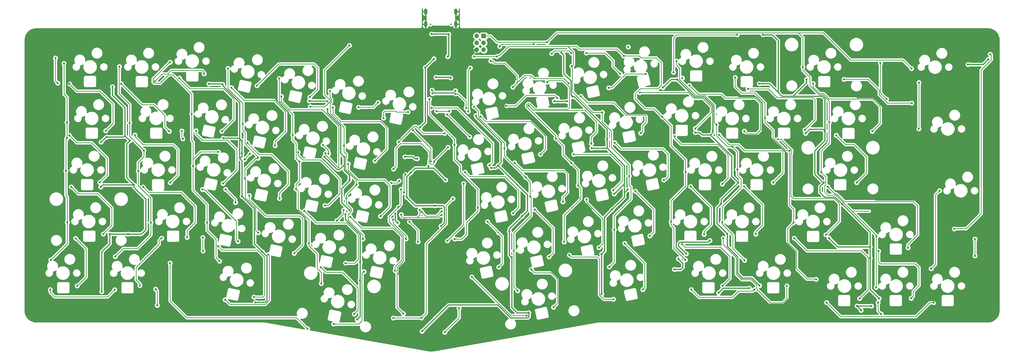
<source format=gtl>
G04 #@! TF.GenerationSoftware,KiCad,Pcbnew,(5.1.6)-1*
G04 #@! TF.CreationDate,2020-11-21T10:53:13+09:00*
G04 #@! TF.ProjectId,trifecta,74726966-6563-4746-912e-6b696361645f,rev?*
G04 #@! TF.SameCoordinates,Original*
G04 #@! TF.FileFunction,Copper,L1,Top*
G04 #@! TF.FilePolarity,Positive*
%FSLAX46Y46*%
G04 Gerber Fmt 4.6, Leading zero omitted, Abs format (unit mm)*
G04 Created by KiCad (PCBNEW (5.1.6)-1) date 2020-11-21 10:53:13*
%MOMM*%
%LPD*%
G01*
G04 APERTURE LIST*
G04 #@! TA.AperFunction,ComponentPad*
%ADD10O,1.700000X1.700000*%
G04 #@! TD*
G04 #@! TA.AperFunction,ComponentPad*
%ADD11R,1.700000X1.700000*%
G04 #@! TD*
G04 #@! TA.AperFunction,ComponentPad*
%ADD12O,1.200000X2.300000*%
G04 #@! TD*
G04 #@! TA.AperFunction,WasherPad*
%ADD13C,0.600000*%
G04 #@! TD*
G04 #@! TA.AperFunction,ViaPad*
%ADD14C,0.800000*%
G04 #@! TD*
G04 #@! TA.AperFunction,Conductor*
%ADD15C,0.250000*%
G04 #@! TD*
G04 #@! TA.AperFunction,Conductor*
%ADD16C,0.381000*%
G04 #@! TD*
G04 #@! TA.AperFunction,Conductor*
%ADD17C,0.254000*%
G04 #@! TD*
G04 #@! TA.AperFunction,NonConductor*
%ADD18C,0.254000*%
G04 #@! TD*
G04 APERTURE END LIST*
D10*
X167487600Y-8651240D03*
X170027600Y-8651240D03*
X167487600Y-6111240D03*
X170027600Y-6111240D03*
X167487600Y-3571240D03*
D11*
X170027600Y-3571240D03*
D12*
X148636840Y862760D03*
X159786840Y862760D03*
X148636840Y5462760D03*
X159786840Y5462760D03*
D13*
X150461840Y782760D03*
X157961840Y782760D03*
D14*
X16306800Y-41252140D03*
X15199360Y-13685520D03*
X16306800Y-35514280D03*
X15890240Y-53390800D03*
X16410940Y-72445880D03*
X10335260Y-86360000D03*
X83771740Y-47094140D03*
X44660820Y-45831760D03*
X72151240Y-46408340D03*
X35626040Y-14848840D03*
X54356000Y-13225780D03*
X62311280Y-32402780D03*
X39438580Y-35681920D03*
X42565320Y-53406040D03*
X62844680Y-51617880D03*
X81828640Y-49151540D03*
X67939920Y-72519540D03*
X34114740Y-85054440D03*
X47216060Y-72547480D03*
X72590660Y-86789260D03*
X102059740Y-50053240D03*
X86776872Y-48702272D03*
X75697080Y-15532100D03*
X94587060Y-19240500D03*
X99585780Y-40119300D03*
X81186020Y-36019740D03*
X81981040Y-56164480D03*
X100799900Y-60106560D03*
X105597960Y-80225900D03*
X86852760Y-76281280D03*
X110109000Y-95051880D03*
X138800840Y-57114440D03*
X135930640Y-57851040D03*
X150040340Y-26863040D03*
X136637841Y-71468825D03*
X141391640Y-78539340D03*
X123125713Y-58535087D03*
X113342420Y-23850600D03*
X118551960Y-44058840D03*
X119329200Y-63583820D03*
X125491240Y-78592680D03*
X159285940Y-43842940D03*
X167906700Y-67063620D03*
X159321500Y-78600300D03*
X174934735Y-11155535D03*
X166481760Y-11176000D03*
X202547220Y-14698980D03*
X221752160Y-10916920D03*
X213796880Y-31788100D03*
X235894880Y-33406080D03*
X244508020Y-53794660D03*
X223718120Y-55321200D03*
X216367360Y-88927940D03*
X218158060Y-75184000D03*
X239143540Y-72242680D03*
X244434360Y-86329520D03*
X282856940Y-45989240D03*
X261778542Y-44461638D03*
X241228880Y-12857480D03*
X262834120Y-18867120D03*
X255905000Y-36342320D03*
X273822160Y-33812480D03*
X263606280Y-52885340D03*
X258025900Y-72430640D03*
X284358080Y-72557640D03*
X292696900Y-93499940D03*
X266275820Y-86471760D03*
X150561040Y-49971960D03*
X172648035Y-12805826D03*
X143965977Y-38449297D03*
X180802280Y-22456140D03*
X201429050Y-21097240D03*
X223362520Y-7599680D03*
X151127460Y-24818340D03*
X159705040Y-24925020D03*
X163535360Y-30203140D03*
X141176608Y-54713272D03*
X140642340Y-61432440D03*
X138699240Y-42725340D03*
X155590330Y-39499630D03*
X58679080Y-38668960D03*
X59072780Y-41569640D03*
X110738920Y-43817540D03*
X330621640Y-20779740D03*
X136756140Y-52745640D03*
X151780240Y-49900840D03*
X330562840Y-37852440D03*
X164815520Y-40797480D03*
X156545280Y-32613600D03*
X112788700Y-47078900D03*
X156875480Y-44691300D03*
X78483460Y-65110360D03*
X115915440Y-71757540D03*
X118358920Y-67896740D03*
X154498040Y-68353940D03*
X147181040Y-68593440D03*
X74815700Y-60236100D03*
X202399835Y-50551145D03*
X185515814Y-55758786D03*
X166469060Y-29672280D03*
X193448940Y-20609560D03*
X177744120Y-45115480D03*
X196629020Y-41399460D03*
X204884020Y-58846720D03*
X187218320Y-62890400D03*
X181195980Y-82994500D03*
X199735440Y-79674720D03*
X182557420Y-97723960D03*
X77150840Y-51541160D03*
X42738920Y-48437280D03*
X35687880Y-70327000D03*
X19370920Y-25953200D03*
X333248880Y-72887320D03*
X61021840Y-27517840D03*
X130744840Y-31365940D03*
X124839340Y-31175440D03*
X154112840Y-71161450D03*
X140904840Y-71370940D03*
X163510840Y-89658940D03*
X178800869Y-31125411D03*
X237671220Y-58932560D03*
X238308760Y-76831940D03*
X244460640Y-97047800D03*
X280802960Y-79244940D03*
X262725780Y-23941520D03*
X161514400Y-14294600D03*
X283335340Y-97342440D03*
X333248880Y-68261980D03*
X333248880Y-85025980D03*
X309560840Y-59178940D03*
X348864800Y-85025980D03*
X345745680Y-102104940D03*
X151587840Y-14277440D03*
X149287840Y-47877440D03*
X328323820Y-102587540D03*
X199255945Y-66158545D03*
X205055080Y-63291200D03*
X198308840Y-44510440D03*
X139888840Y-49399940D03*
X104074840Y-86991940D03*
X139952340Y-54606940D03*
X141095340Y-51558940D03*
X99629840Y-65592440D03*
X99629840Y-46288440D03*
X93343340Y-25841440D03*
X69467340Y-79625940D03*
X72578840Y-98675940D03*
X60209040Y-60588640D03*
X61021840Y-39557440D03*
X54722640Y-18780240D03*
X7160440Y-95830440D03*
X7173840Y-76743040D03*
X7478640Y-19643840D03*
X7173840Y-38744640D03*
X7173840Y-57794640D03*
X129754240Y-55915040D03*
X197165840Y-75490820D03*
X278092780Y-73364840D03*
X238308760Y-67012300D03*
X245093100Y-67052940D03*
X251979040Y-69234800D03*
X59984640Y-43357800D03*
X99629840Y-50645940D03*
X99735640Y-85298280D03*
X313046810Y-40196070D03*
X139888840Y-46948840D03*
X279974040Y-61737240D03*
X243155780Y-57702500D03*
X238308760Y-61898920D03*
X206631540Y-64494170D03*
X278092780Y-59855980D03*
X270029940Y-79326740D03*
X230583740Y-80012540D03*
X138584940Y-65128140D03*
X140070840Y-66614040D03*
X237671220Y-45532920D03*
X284920300Y-91246440D03*
X294778702Y-89128600D03*
X155126962Y-115547140D03*
X129705100Y-17937480D03*
X120985280Y-8636000D03*
X181671840Y-19549500D03*
X223408240Y-21191220D03*
X219274315Y-24533025D03*
X262890000Y-4582160D03*
X319696530Y-32118870D03*
X232183940Y-87942420D03*
X320836158Y-42320051D03*
X160153390Y-57202390D03*
X139016076Y-41300876D03*
X209700740Y-69290340D03*
X332189700Y-46225580D03*
X138798851Y-91500440D03*
X153350840Y-88515940D03*
X146954240Y-86514940D03*
X17616920Y-19643840D03*
X107950000Y-54706520D03*
X105293160Y-50967640D03*
X294957500Y-85204300D03*
X110337600Y-105473500D03*
X129057400Y-52222400D03*
X160553400Y-52895500D03*
X191173100Y-48564800D03*
X194119500Y-86499700D03*
X198673720Y-85223950D03*
X202801220Y-82958940D03*
X196730620Y-105910380D03*
X261193280Y-18897600D03*
X237817660Y-37650420D03*
X266471400Y-40215820D03*
X275836380Y-38798500D03*
X302651340Y-21135520D03*
X97922080Y-36243260D03*
X61884560Y-47133340D03*
X70063360Y-48000920D03*
X336434130Y-22773690D03*
X149662840Y-51663080D03*
X124458340Y-87182440D03*
X123315340Y-108391440D03*
X175321840Y-51431940D03*
X140971460Y-48196560D03*
X145535260Y-48904640D03*
X263941740Y-57730440D03*
X259898760Y-76715100D03*
X295527340Y-57718440D03*
X312608840Y-81530940D03*
X315904918Y-100575160D03*
X146562086Y-37303194D03*
X151687840Y-11977440D03*
X151981040Y-66270640D03*
X155976440Y-56766040D03*
X141626440Y-63166040D03*
X143081040Y-54120640D03*
X302312950Y-65710550D03*
X295872780Y-38622720D03*
X271786660Y-95822820D03*
X213548840Y-98993440D03*
X223200840Y-60258440D03*
X215580840Y-41716440D03*
X217358840Y-67751440D03*
X213548840Y-84134440D03*
X120521340Y-68005440D03*
X138301340Y-72640940D03*
X137428341Y-69235382D03*
X118616340Y-48256940D03*
X111250340Y-48193440D03*
X105725840Y-27555940D03*
X85850340Y-102041440D03*
X80884640Y-62823840D03*
X80870840Y-42351440D03*
X73721840Y-21472640D03*
X68641840Y-21218640D03*
X29119440Y-98079040D03*
X32065840Y-76793840D03*
X38873040Y-76793840D03*
X33081840Y-22285440D03*
X39508040Y-42224440D03*
X88333190Y-83315290D03*
X41006640Y-58607440D03*
X196090540Y-27637740D03*
X202880840Y-25968440D03*
X200814940Y-27701240D03*
X209882740Y-45011340D03*
X297423840Y-78272640D03*
X307787040Y-103355140D03*
X313077198Y-103402880D03*
X256682240Y-98478340D03*
X154307540Y-73814940D03*
X236159040Y-22621240D03*
X356218762Y-12131040D03*
X312608840Y-85662380D03*
X240385600Y-89829640D03*
X112394857Y-27747957D03*
X112456840Y-30595180D03*
X148461340Y-15203940D03*
X198688960Y-9728200D03*
X273075400Y-3078480D03*
X244779800Y-84079080D03*
X253479551Y-79144111D03*
X309275480Y-104950260D03*
X267989070Y-96778670D03*
X257662840Y-65552438D03*
X348676920Y-14066520D03*
X80825372Y-46889908D03*
X152430480Y-18796000D03*
X157866080Y-19009360D03*
X31013400Y-40901620D03*
X28778200Y-59362340D03*
X241857500Y-85916800D03*
X120573800Y-56692800D03*
X119072840Y-69453940D03*
X124395400Y-93891100D03*
X167221600Y-32981200D03*
X172770800Y-52311300D03*
X179512840Y-75820660D03*
X184230190Y-70082590D03*
X180385150Y-85427250D03*
X186618409Y-105843869D03*
X271724120Y-21173440D03*
X248099580Y-39240460D03*
X241434620Y-19624040D03*
X254574810Y-38612310D03*
X218208860Y-61932820D03*
X288803080Y-39509700D03*
X289097720Y-19613880D03*
X147311110Y-112713770D03*
X28878885Y-42744395D03*
X74001349Y-41321630D03*
X156787840Y-11177440D03*
X150812840Y-2802440D03*
X157137840Y-2877440D03*
X193462840Y-5852440D03*
X287756600Y-14930120D03*
X327862840Y-15573100D03*
X297520360Y-35372040D03*
X335112360Y-89570560D03*
X338221320Y-60736480D03*
X294546020Y-53952140D03*
X314977780Y-77627480D03*
X314812680Y-96494600D03*
X17181440Y-21218640D03*
X30604460Y-38587680D03*
X17181440Y-40319440D03*
X28387040Y-57680860D03*
X48780700Y-20269200D03*
X66903600Y-17513300D03*
X41362240Y-40167040D03*
X54399180Y-57754520D03*
X63919100Y-38557200D03*
X73888600Y-58064400D03*
X105852840Y-26158940D03*
X86385400Y-21920200D03*
X94702240Y-63636640D03*
X82865840Y-43113440D03*
X101549200Y-46532800D03*
X111455200Y-66167000D03*
X131062340Y-28127440D03*
X123863100Y-29908500D03*
X120078500Y-50825400D03*
X131978400Y-70167500D03*
X163156900Y-53886100D03*
X180886100Y-69037200D03*
X178242840Y-29397440D03*
X197165840Y-26476440D03*
X199261340Y-64830440D03*
X181444900Y-50406300D03*
X205928840Y-25841440D03*
X227972620Y-39466520D03*
X216139640Y-22696920D03*
X229796340Y-17619980D03*
X248114820Y-37711380D03*
X227622981Y-24477099D03*
X243344700Y-19128740D03*
X245905020Y-21803360D03*
X266179300Y-38717220D03*
X288522020Y-38272200D03*
X267495540Y-23093160D03*
X36287850Y-21218640D03*
X54013100Y-38765480D03*
X57721500Y-19075400D03*
X73444100Y-38773100D03*
X93076640Y-44078640D03*
X76973040Y-22641040D03*
X95438840Y-25904940D03*
X111694840Y-46859940D03*
X129919340Y-49717440D03*
X114388900Y-29933900D03*
X133121400Y-33896300D03*
X142116102Y-31632598D03*
X150799800Y-30111700D03*
X172173900Y-51346100D03*
X168884600Y-33299400D03*
X190957200Y-47307500D03*
X186624840Y-29270440D03*
X209738840Y-43367440D03*
X270424520Y-76770980D03*
X266083660Y-59123060D03*
X246601860Y-97294180D03*
X269875880Y-97294180D03*
X152677740Y-31393880D03*
X157313240Y-31393880D03*
X313403860Y-38790360D03*
X291609780Y-21132800D03*
X327947020Y-28328620D03*
X302950880Y-19565620D03*
X203261840Y-47304440D03*
X217830400Y-60566300D03*
X218374840Y-42986440D03*
X236479080Y-56769000D03*
X258052180Y-58259460D03*
X240502440Y-40632380D03*
X276835480Y-57695580D03*
X256895600Y-40073580D03*
X296289340Y-77022440D03*
X278538940Y-41749980D03*
X300118780Y-40281860D03*
X307644800Y-57746900D03*
X29729040Y-76743040D03*
X17892640Y-59318640D03*
X44410240Y-59369440D03*
X60615440Y-77962240D03*
X79413100Y-79489300D03*
X66268600Y-60299600D03*
X100137840Y-83880440D03*
X83540600Y-62547500D03*
X119060840Y-87499940D03*
X103873300Y-68262500D03*
X137348840Y-90293940D03*
X120802400Y-70396100D03*
X171450000Y-72186800D03*
X175602900Y-88963500D03*
X188847340Y-67687940D03*
X194132200Y-85191600D03*
X207977740Y-64010540D03*
X212580220Y-81772760D03*
X225994840Y-60893440D03*
X231333040Y-77470000D03*
X246358020Y-59201800D03*
X251359280Y-76867500D03*
X326578840Y-81848440D03*
X296943780Y-59250580D03*
X20077040Y-95894640D03*
X19518240Y-78368640D03*
X51217440Y-78317840D03*
X43191040Y-95793040D03*
X85278840Y-100072940D03*
X72034400Y-81229200D03*
X74637900Y-101053900D03*
X90589100Y-84366100D03*
X109931200Y-89014300D03*
X122288300Y-106324400D03*
X125869700Y-90665300D03*
X114681000Y-110070900D03*
X165669840Y-92643440D03*
X185914780Y-106930940D03*
X187566300Y-89852500D03*
X195783200Y-103822500D03*
X201610840Y-84515440D03*
X217891360Y-100865940D03*
X228762560Y-97264220D03*
X222074740Y-80225900D03*
X258179180Y-95889560D03*
X243208420Y-80535260D03*
X281885000Y-95940360D03*
X258423020Y-78267040D03*
X284605340Y-78292440D03*
X308735340Y-100580940D03*
X327721840Y-100517440D03*
X315694940Y-83070180D03*
X33894640Y-97367840D03*
X10120240Y-97317040D03*
X296559280Y-102098020D03*
X336037800Y-102089700D03*
X315540000Y-102110020D03*
X316680460Y-106324450D03*
X154485340Y-69763640D03*
X139588240Y-69573140D03*
X146456040Y-67858640D03*
X66398140Y-78064360D03*
X66507360Y-83009740D03*
X145823940Y-79631540D03*
X142636240Y-72202040D03*
X147093940Y-107787440D03*
X136718040Y-107787440D03*
X158714440Y-63693040D03*
X49009300Y-97147380D03*
X49601120Y-103116380D03*
X139499340Y-60225940D03*
X138597640Y-66817240D03*
X140369290Y-106180890D03*
X356910640Y-10269220D03*
X343598500Y-74866500D03*
X351287080Y-84823300D03*
X351278760Y-78616240D03*
X160948595Y-104184675D03*
X155668980Y-113047780D03*
X105029000Y-111765080D03*
X54340760Y-87523320D03*
X12057380Y-11681460D03*
X12900660Y-20955000D03*
X106072940Y-29669740D03*
X120449340Y-7045960D03*
X188572140Y-6581140D03*
X175950040Y-7390560D03*
X150962840Y-23552440D03*
X159575500Y-23765100D03*
X207899000Y-9845040D03*
X202369420Y-9845040D03*
X195158360Y-10020300D03*
X220418660Y-17498060D03*
X240063020Y-16974820D03*
X263558020Y-3077450D03*
X316392560Y-13611860D03*
X318650620Y-26857960D03*
X162634540Y-58124840D03*
X156657920Y-79277450D03*
X165105080Y-15361920D03*
X164327840Y-31450280D03*
D15*
X15905480Y-62484000D02*
X16384270Y-62962790D01*
X16306800Y-41252140D02*
X16306800Y-35514280D01*
X15199360Y-25044400D02*
X15199360Y-13685520D01*
X16306800Y-35514280D02*
X16306800Y-26151840D01*
X16306800Y-26151840D02*
X15199360Y-25044400D01*
X15905480Y-62484000D02*
X15905480Y-53406040D01*
X15905480Y-53406040D02*
X15890240Y-53390800D01*
X15890240Y-41668700D02*
X16306800Y-41252140D01*
X15890240Y-53390800D02*
X15890240Y-41668700D01*
X11165340Y-85560400D02*
X16410940Y-80314800D01*
X16410940Y-80314800D02*
X16410940Y-72445880D01*
X16384270Y-72419210D02*
X16410940Y-72445880D01*
X16384270Y-62962790D02*
X16384270Y-72419210D01*
X11165340Y-85560400D02*
X11134860Y-85560400D01*
X11134860Y-85560400D02*
X10335260Y-86360000D01*
X82489040Y-48376840D02*
X83771740Y-47094140D01*
X48432699Y-20994201D02*
X48055699Y-20617201D01*
X55270400Y-17881600D02*
X53824010Y-17881600D01*
X53824010Y-17881600D02*
X50711409Y-20994201D01*
X50711409Y-20994201D02*
X48432699Y-20994201D01*
X44660820Y-45831760D02*
X39438580Y-40609520D01*
X62306200Y-42227500D02*
X62306200Y-38379400D01*
X48055699Y-20617201D02*
X48055699Y-19360981D01*
X48055699Y-19360981D02*
X54190900Y-13225780D01*
X54190900Y-13225780D02*
X54356000Y-13225780D01*
X62306200Y-38379400D02*
X62306200Y-32341820D01*
X62306200Y-32341820D02*
X62306200Y-32397700D01*
X62306200Y-32397700D02*
X62311280Y-32402780D01*
X62311280Y-24922480D02*
X62311280Y-32402780D01*
X55270400Y-17881600D02*
X62311280Y-24922480D01*
X39438580Y-40609520D02*
X39438580Y-35681920D01*
X35626040Y-14848840D02*
X35562849Y-14912031D01*
X39438580Y-28752800D02*
X39438580Y-35681920D01*
X35562849Y-24877069D02*
X39438580Y-28752800D01*
X35562849Y-14912031D02*
X35562849Y-24877069D01*
X42565320Y-53406040D02*
X42565320Y-50258980D01*
X44660820Y-48163480D02*
X44660820Y-45831760D01*
X42565320Y-50258980D02*
X44660820Y-48163480D01*
X62306200Y-42227500D02*
X62844680Y-42765980D01*
X62844680Y-42765980D02*
X62844680Y-51617880D01*
X72151240Y-46408340D02*
X65615820Y-46408340D01*
X62844680Y-49179480D02*
X62844680Y-51617880D01*
X65615820Y-46408340D02*
X62844680Y-49179480D01*
X82489040Y-48376840D02*
X82489040Y-48491140D01*
X82489040Y-48491140D02*
X81828640Y-49151540D01*
X71309399Y-83615699D02*
X71309399Y-78749059D01*
X71309399Y-78749059D02*
X67939920Y-75379580D01*
X67939920Y-75379580D02*
X67939920Y-72519540D01*
X67939920Y-65780920D02*
X67939920Y-72519540D01*
X64160400Y-62001400D02*
X67939920Y-65780920D01*
X62844680Y-51617880D02*
X62844680Y-60584080D01*
X64160400Y-61899800D02*
X64160400Y-62001400D01*
X62844680Y-60584080D02*
X64160400Y-61899800D01*
X34114740Y-85054440D02*
X37084000Y-82085180D01*
X37084000Y-82085180D02*
X42283380Y-82085180D01*
X42283380Y-82085180D02*
X47216060Y-77152500D01*
X47216060Y-77152500D02*
X47216060Y-72547480D01*
X47216060Y-63575666D02*
X47216060Y-72547480D01*
X42621200Y-58980806D02*
X47216060Y-63575666D01*
X42565320Y-53406040D02*
X42621200Y-53461920D01*
X42621200Y-53461920D02*
X42621200Y-58980806D01*
X71309399Y-83615699D02*
X71309399Y-85507999D01*
X71309399Y-85507999D02*
X72590660Y-86789260D01*
X75694540Y-22984140D02*
X75694540Y-20832652D01*
X94604840Y-27594440D02*
X94604840Y-24907240D01*
X83162140Y-64351740D02*
X83141580Y-64351740D01*
X108607860Y-89385140D02*
X108607860Y-84333080D01*
X75694540Y-20832652D02*
X75694540Y-15534640D01*
X75694540Y-15534640D02*
X75697080Y-15532100D01*
X94604840Y-24907240D02*
X94604840Y-19258280D01*
X94604840Y-19258280D02*
X94587060Y-19240500D01*
X94604840Y-27594440D02*
X99585780Y-32575380D01*
X99585780Y-32575380D02*
X99585780Y-40119300D01*
X100789740Y-43225720D02*
X99585780Y-42021760D01*
X99585780Y-42021760D02*
X99585780Y-40119300D01*
X102059740Y-50053240D02*
X100789740Y-48783240D01*
X100789740Y-48783240D02*
X100789740Y-43225720D01*
X75694540Y-22984140D02*
X81186020Y-28475620D01*
X81186020Y-28475620D02*
X81186020Y-36019740D01*
X81993740Y-39268400D02*
X81186020Y-38460680D01*
X81993740Y-43436540D02*
X81993740Y-39268400D01*
X86776872Y-48702272D02*
X86776872Y-48219672D01*
X81186020Y-38460680D02*
X81186020Y-36019740D01*
X86776872Y-48219672D02*
X81993740Y-43436540D01*
X86776872Y-48702272D02*
X86065048Y-48702272D01*
X86065048Y-48702272D02*
X81981040Y-52786280D01*
X81981040Y-52786280D02*
X81981040Y-56164480D01*
X82156300Y-56339740D02*
X81981040Y-56164480D01*
X83141580Y-64351740D02*
X82156300Y-63366460D01*
X82156300Y-63366460D02*
X82156300Y-56339740D01*
X102059740Y-50053240D02*
X102059740Y-57127140D01*
X102059740Y-57127140D02*
X100799900Y-58386980D01*
X100799900Y-58386980D02*
X100799900Y-60106560D01*
X108607860Y-84333080D02*
X108607860Y-84122260D01*
X108607860Y-84122260D02*
X105597960Y-81112360D01*
X105597960Y-81112360D02*
X105597960Y-80225900D01*
X105597960Y-71593520D02*
X105597960Y-80225900D01*
X101612700Y-60919360D02*
X101612700Y-67608260D01*
X101612700Y-67608260D02*
X105597960Y-71593520D01*
X100799900Y-60106560D02*
X101612700Y-60919360D01*
X85958570Y-75387090D02*
X86852760Y-76281280D01*
X83141580Y-64351740D02*
X85958570Y-67168729D01*
X85958570Y-67168729D02*
X85958570Y-75387090D01*
X108607860Y-89385140D02*
X108607860Y-89489280D01*
X108607860Y-89489280D02*
X110109000Y-90990420D01*
X110109000Y-90990420D02*
X110109000Y-95051880D01*
X138800840Y-57114440D02*
X138064240Y-57851040D01*
X138064240Y-57851040D02*
X135930640Y-57851040D01*
X150062840Y-32448140D02*
X150062840Y-26885540D01*
X150062840Y-26885540D02*
X150040340Y-26863040D01*
X136637841Y-72820341D02*
X136637841Y-71468825D01*
X141391640Y-77574140D02*
X136637841Y-72820341D01*
X141391640Y-78539340D02*
X141391640Y-77574140D01*
X119151400Y-52971700D02*
X119151400Y-49009300D01*
X123125713Y-56946013D02*
X119151400Y-52971700D01*
X123125713Y-58535087D02*
X123125713Y-56946013D01*
X120027700Y-71615300D02*
X120027700Y-70097798D01*
X120291101Y-71878701D02*
X120027700Y-71615300D01*
X120291101Y-71891401D02*
X120291101Y-71878701D01*
X119341341Y-48604941D02*
X119341341Y-47190101D01*
X119151400Y-49009300D02*
X119151400Y-48794882D01*
X119151400Y-48794882D02*
X119341341Y-48604941D01*
X119341341Y-47190101D02*
X118551960Y-46400720D01*
X118551960Y-46400720D02*
X118551960Y-44058840D01*
X113426240Y-32152400D02*
X118551960Y-37278120D01*
X113342420Y-23850600D02*
X113342420Y-26314400D01*
X113342420Y-26314400D02*
X113881330Y-26853310D01*
X113881330Y-26853310D02*
X113881330Y-27923200D01*
X113881330Y-27923200D02*
X113426240Y-28378290D01*
X118551960Y-37278120D02*
X118551960Y-44058840D01*
X113426240Y-28378290D02*
X113426240Y-32152400D01*
X121246341Y-68353441D02*
X121246341Y-67510101D01*
X120027700Y-70097798D02*
X120027700Y-69572082D01*
X120027700Y-69572082D02*
X121246341Y-68353441D01*
X121246341Y-67510101D02*
X119329200Y-65592960D01*
X119329200Y-65592960D02*
X119329200Y-63583820D01*
X119329200Y-62331600D02*
X123125713Y-58535087D01*
X119329200Y-63583820D02*
X119329200Y-62331600D01*
X120291101Y-71878701D02*
X125491240Y-77078840D01*
X125491240Y-77078840D02*
X125491240Y-78592680D01*
X150062840Y-32448140D02*
X159285940Y-41671240D01*
X159285940Y-41671240D02*
X159285940Y-43842940D01*
X159285940Y-49362360D02*
X159285940Y-43842940D01*
X161452339Y-53740822D02*
X161452339Y-51528759D01*
X161452339Y-51528759D02*
X159285940Y-49362360D01*
X163674014Y-75405264D02*
X163674014Y-72525666D01*
X163674014Y-72525666D02*
X167906700Y-68292980D01*
X167906700Y-68292980D02*
X167906700Y-67063620D01*
X167906700Y-60195183D02*
X167906700Y-67063620D01*
X161452339Y-53740822D02*
X167906700Y-60195183D01*
X163674014Y-75405264D02*
X163674014Y-76914786D01*
X163674014Y-76914786D02*
X161988500Y-78600300D01*
X161988500Y-78600300D02*
X159321500Y-78600300D01*
X175334734Y-10755536D02*
X174934735Y-11155535D01*
X175959744Y-10755536D02*
X175334734Y-10755536D01*
X179262840Y-7452440D02*
X175959744Y-10755536D01*
X205259940Y-8371840D02*
X204340540Y-7452440D01*
X174934735Y-11155535D02*
X166502225Y-11155535D01*
X166502225Y-11155535D02*
X166481760Y-11176000D01*
X240172240Y-81155540D02*
X240172240Y-76558140D01*
X239989360Y-44891960D02*
X240850420Y-45753020D01*
X240850420Y-45753020D02*
X239892840Y-44795440D01*
X239892840Y-44795440D02*
X239887760Y-44795440D01*
X239887760Y-44795440D02*
X239199420Y-44107100D01*
X201049822Y-7452440D02*
X200746440Y-7452440D01*
X203094421Y-9497039D02*
X201049822Y-7452440D01*
X203094421Y-14151779D02*
X203094421Y-9497039D01*
X202547220Y-14698980D02*
X203094421Y-14151779D01*
X200746440Y-7452440D02*
X179262840Y-7452440D01*
X204340540Y-7452440D02*
X200746440Y-7452440D01*
X204205840Y-25631140D02*
X204205840Y-25610820D01*
X202735061Y-14886821D02*
X202547220Y-14698980D01*
X202735061Y-24140041D02*
X202735061Y-14886821D01*
X204205840Y-25610820D02*
X202735061Y-24140041D01*
X219207080Y-8371840D02*
X218625420Y-8371840D01*
X221752160Y-10916920D02*
X219207080Y-8371840D01*
X218711440Y-8371840D02*
X218625420Y-8371840D01*
X218625420Y-8371840D02*
X205259940Y-8371840D01*
X221752160Y-10916920D02*
X227444734Y-10916920D01*
X227444734Y-10916920D02*
X228171174Y-11643360D01*
X228171174Y-11643360D02*
X233690160Y-11643360D01*
X235513321Y-13466521D02*
X235513321Y-21819159D01*
X233690160Y-11643360D02*
X235513321Y-13466521D01*
X204205840Y-25631140D02*
X204205840Y-25656540D01*
X204205840Y-25656540D02*
X210337400Y-31788100D01*
X210337400Y-31788100D02*
X213796880Y-31788100D01*
X225993821Y-24818479D02*
X227813870Y-22998430D01*
X235513321Y-21819159D02*
X234334050Y-22998430D01*
X227813870Y-22998430D02*
X234334050Y-22998430D01*
X229595958Y-30424120D02*
X225993821Y-26821983D01*
X225993821Y-26821983D02*
X225993821Y-24818479D01*
X239199420Y-36710620D02*
X239199420Y-37454840D01*
X235894880Y-33406080D02*
X239199420Y-36710620D01*
X239199420Y-44107100D02*
X239199420Y-37454840D01*
X240850420Y-45753020D02*
X240913920Y-45753020D01*
X240913920Y-45753020D02*
X244508020Y-49347120D01*
X244508020Y-49347120D02*
X244508020Y-53794660D01*
X217185240Y-44673520D02*
X223718120Y-51206400D01*
X223718120Y-51206400D02*
X223718120Y-55321200D01*
X217185240Y-38757860D02*
X217185240Y-44673520D01*
X213796880Y-31788100D02*
X213796880Y-35369500D01*
X213796880Y-35369500D02*
X217185240Y-38757860D01*
X216367360Y-88927940D02*
X218158060Y-87137240D01*
X218158060Y-87137240D02*
X218158060Y-75184000D01*
X218158060Y-69999860D02*
X218158060Y-75184000D01*
X224340420Y-59273440D02*
X224340420Y-63817500D01*
X223718120Y-55321200D02*
X223718120Y-58651140D01*
X224340420Y-63817500D02*
X218158060Y-69999860D01*
X223718120Y-58651140D02*
X224340420Y-59273440D01*
X240172240Y-76558140D02*
X240172240Y-74457560D01*
X240172240Y-74457560D02*
X239143540Y-73428860D01*
X239143540Y-73428860D02*
X239143540Y-72242680D01*
X244508020Y-59044840D02*
X244508020Y-53794660D01*
X239143540Y-72242680D02*
X239143540Y-64409320D01*
X239143540Y-64409320D02*
X244508020Y-59044840D01*
X240172240Y-81155540D02*
X240172240Y-81991200D01*
X240172240Y-81991200D02*
X244434360Y-86253320D01*
X244434360Y-86253320D02*
X244434360Y-86329520D01*
X232912920Y-30424120D02*
X235894880Y-33406080D01*
X229595958Y-30424120D02*
X232912920Y-30424120D01*
X285435810Y-89563710D02*
X289281786Y-93409686D01*
X285435810Y-83176689D02*
X285435810Y-89563710D01*
X282221940Y-79962820D02*
X285435810Y-83176689D01*
X282221940Y-77078840D02*
X282221940Y-79962820D01*
X265196320Y-24653240D02*
X262834120Y-22291040D01*
X261548880Y-63124080D02*
X264988040Y-59684920D01*
X264988040Y-59684920D02*
X264988040Y-57556400D01*
X282856940Y-45989240D02*
X281522421Y-45989240D01*
X281522421Y-45989240D02*
X276760940Y-41227759D01*
X265196320Y-24653240D02*
X270093440Y-24653240D01*
X262834120Y-22291040D02*
X262834120Y-18867120D01*
X255905000Y-36342320D02*
X255905000Y-40412856D01*
X259953782Y-44461638D02*
X255905000Y-40412856D01*
X261778542Y-44461638D02*
X259953782Y-44461638D01*
X251922320Y-25974020D02*
X255090320Y-29142019D01*
X255090320Y-35527640D02*
X255905000Y-36342320D01*
X251922320Y-25552440D02*
X251922320Y-25974020D01*
X241228880Y-14376400D02*
X242323620Y-15471140D01*
X241228880Y-12857480D02*
X241228880Y-14376400D01*
X242323620Y-19641820D02*
X248234240Y-25552440D01*
X255090320Y-29142019D02*
X255090320Y-35527640D01*
X242323620Y-15471140D02*
X242323620Y-19641820D01*
X248234240Y-25552440D02*
X251922320Y-25552440D01*
X276760940Y-41227759D02*
X276760940Y-38417500D01*
X276760940Y-38417500D02*
X273822160Y-35478720D01*
X273822160Y-35478720D02*
X273822160Y-33812480D01*
X273822160Y-28381960D02*
X273822160Y-33812480D01*
X270093440Y-24653240D02*
X273822160Y-28381960D01*
X264988040Y-57556400D02*
X264988040Y-56433720D01*
X264988040Y-56433720D02*
X263606280Y-55051960D01*
X263606280Y-55051960D02*
X263606280Y-52885340D01*
X263606280Y-46289376D02*
X263606280Y-52885340D01*
X261778542Y-44461638D02*
X263606280Y-46289376D01*
X261548880Y-63124080D02*
X261538720Y-63124080D01*
X261538720Y-63124080D02*
X258025900Y-66636900D01*
X258025900Y-66636900D02*
X258025900Y-72430640D01*
X258025900Y-72430640D02*
X258025900Y-73162160D01*
X261914640Y-77050900D02*
X261914640Y-81396840D01*
X258025900Y-73162160D02*
X261914640Y-77050900D01*
X282221940Y-77078840D02*
X282221940Y-74693780D01*
X282221940Y-74693780D02*
X284358080Y-72557640D01*
X284358080Y-67630040D02*
X284358080Y-72557640D01*
X282856940Y-45989240D02*
X282856940Y-66128900D01*
X282856940Y-66128900D02*
X284358080Y-67630040D01*
X289281786Y-93409686D02*
X292606646Y-93409686D01*
X292606646Y-93409686D02*
X292696900Y-93499940D01*
X261914640Y-81396840D02*
X261914640Y-82110580D01*
X261914640Y-82110580D02*
X266275820Y-86471760D01*
X173213720Y-12805826D02*
X172648035Y-12805826D01*
X174060334Y-13652440D02*
X173213720Y-12805826D01*
X177756025Y-13652440D02*
X174060334Y-13652440D01*
X150561040Y-45044360D02*
X144365976Y-38849296D01*
X144365976Y-38849296D02*
X143965977Y-38449297D01*
X150561040Y-49971960D02*
X150561040Y-45044360D01*
X177756025Y-13652440D02*
X177843120Y-13652440D01*
X177843120Y-13652440D02*
X182396841Y-18206161D01*
X182396841Y-18206161D02*
X182396841Y-20861579D01*
X182396841Y-20861579D02*
X182218330Y-21040090D01*
X182218330Y-21040090D02*
X180802280Y-22456140D01*
X182218330Y-21040090D02*
X185064400Y-18194020D01*
X185064400Y-18194020D02*
X187525660Y-18194020D01*
X188592460Y-19260820D02*
X199592630Y-19260820D01*
X199592630Y-19260820D02*
X201429050Y-21097240D01*
X187525660Y-18194020D02*
X188592460Y-19260820D01*
X151127460Y-24818340D02*
X159598360Y-24818340D01*
X159598360Y-24818340D02*
X159705040Y-24925020D01*
X159913320Y-24925020D02*
X159705040Y-24925020D01*
X160599120Y-24925020D02*
X159705040Y-24925020D01*
X163535360Y-30203140D02*
X163535360Y-27861260D01*
X163535360Y-27861260D02*
X160599120Y-24925020D01*
X141176608Y-54713272D02*
X140642340Y-55247540D01*
X140642340Y-55247540D02*
X140642340Y-61432440D01*
X138699240Y-42643032D02*
X138699240Y-42725340D01*
X144427577Y-36914695D02*
X138699240Y-42643032D01*
X145100585Y-36914695D02*
X144427577Y-36914695D01*
X155590330Y-39499630D02*
X147685520Y-39499630D01*
X147685520Y-39499630D02*
X145100585Y-36914695D01*
X58679080Y-41175940D02*
X59072780Y-41569640D01*
X58679080Y-38668960D02*
X58679080Y-41175940D01*
X110738920Y-43817540D02*
X112522000Y-45600620D01*
X330621640Y-37793640D02*
X330562840Y-37852440D01*
X330621640Y-20779740D02*
X330621640Y-37793640D01*
X151627840Y-50053240D02*
X151780240Y-49900840D01*
X137662840Y-51838940D02*
X136756140Y-52745640D01*
X139367640Y-43347640D02*
X137662840Y-45052440D01*
X147106640Y-43347640D02*
X139367640Y-43347640D01*
X150012841Y-46253841D02*
X147106640Y-43347640D01*
X150012841Y-49447157D02*
X150012841Y-46253841D01*
X151780240Y-50466525D02*
X151294325Y-50952440D01*
X137662840Y-45052440D02*
X137662840Y-51838940D01*
X151780240Y-49900840D02*
X151780240Y-50466525D01*
X151294325Y-50952440D02*
X150468518Y-50952440D01*
X150468518Y-50952440D02*
X149836039Y-50319961D01*
X149836039Y-50319961D02*
X149836039Y-49623959D01*
X149836039Y-49623959D02*
X150012841Y-49447157D01*
X164815520Y-40797480D02*
X156631640Y-32613600D01*
X156631640Y-32613600D02*
X156545280Y-32613600D01*
X112522000Y-45600620D02*
X112542320Y-45600620D01*
X112542320Y-45600620D02*
X112788700Y-45847000D01*
X112788700Y-45847000D02*
X112788700Y-47078900D01*
X151780240Y-49786540D02*
X151780240Y-49900840D01*
X156875480Y-44691300D02*
X151780240Y-49786540D01*
X78483460Y-65110360D02*
X78483460Y-63914020D01*
X78483460Y-63914020D02*
X76235560Y-61666120D01*
X154498040Y-68353940D02*
X152656051Y-70195929D01*
X148783529Y-70195929D02*
X147181040Y-68593440D01*
X152656051Y-70195929D02*
X148783529Y-70195929D01*
X118262840Y-67992820D02*
X118358920Y-67896740D01*
X115915440Y-71757540D02*
X118262840Y-69410140D01*
X118262840Y-69410140D02*
X118262840Y-67992820D01*
X76235560Y-61666120D02*
X76235560Y-61655960D01*
X76235560Y-61655960D02*
X74815700Y-60236100D01*
X176142087Y-41629889D02*
X168159599Y-33647401D01*
X187530740Y-65382140D02*
X187551060Y-65382140D01*
X168159599Y-33647401D02*
X168159599Y-31362819D01*
X168159599Y-31362819D02*
X166469060Y-29672280D01*
X201054650Y-30598430D02*
X189025832Y-30598430D01*
X200446640Y-48597951D02*
X202399835Y-50551145D01*
X186903342Y-28475940D02*
X186339340Y-28475940D01*
X193448940Y-20609560D02*
X194030600Y-20027900D01*
X201678540Y-29974540D02*
X201054650Y-30598430D01*
X186339340Y-28475940D02*
X185862840Y-28952440D01*
X201678540Y-22399412D02*
X201678540Y-29974540D01*
X185862840Y-28952440D02*
X185862840Y-29652440D01*
X189025832Y-30598430D02*
X186903342Y-28475940D01*
X199307028Y-20027900D02*
X201678540Y-22399412D01*
X185862840Y-29652440D02*
X193695609Y-37485209D01*
X194030600Y-20027900D02*
X199307028Y-20027900D01*
X176142087Y-41629889D02*
X177744120Y-43231922D01*
X177744120Y-43231922D02*
X177744120Y-45115480D01*
X177744120Y-47990760D02*
X177744120Y-45115480D01*
X180117671Y-50364311D02*
X177744120Y-47990760D01*
X185515814Y-55758786D02*
X180121339Y-50364311D01*
X180121339Y-50364311D02*
X180117671Y-50364311D01*
X193695609Y-37485209D02*
X193735849Y-37485209D01*
X193735849Y-37485209D02*
X196608700Y-40358060D01*
X196608700Y-40358060D02*
X196608700Y-41379140D01*
X196608700Y-41379140D02*
X196629020Y-41399460D01*
X200446640Y-48597951D02*
X200431531Y-48597951D01*
X200431531Y-48597951D02*
X199390000Y-47556420D01*
X199390000Y-44518598D02*
X199400160Y-44508438D01*
X199390000Y-47556420D02*
X199390000Y-44518598D01*
X199400160Y-44170600D02*
X196629020Y-41399460D01*
X199400160Y-44508438D02*
X199400160Y-44170600D01*
X205780081Y-59742781D02*
X204884020Y-58846720D01*
X202991720Y-66570860D02*
X205780081Y-63782499D01*
X205780081Y-63782499D02*
X205780081Y-59742781D01*
X204884020Y-58846720D02*
X204884020Y-53035330D01*
X202399835Y-50551145D02*
X203109765Y-51261075D01*
X204884020Y-53035330D02*
X203109765Y-51261075D01*
X185515814Y-55758786D02*
X187218320Y-57461292D01*
X187218320Y-57461292D02*
X187218320Y-62890400D01*
X187530740Y-63202820D02*
X187218320Y-62890400D01*
X187530740Y-65382140D02*
X187530740Y-63202820D01*
X187530740Y-69890640D02*
X182434602Y-74986778D01*
X182434602Y-75027418D02*
X181180740Y-76281280D01*
X187530740Y-65382140D02*
X187530740Y-69890640D01*
X182434602Y-74986778D02*
X182434602Y-75027418D01*
X181180740Y-83009740D02*
X181195980Y-82994500D01*
X181180740Y-83009740D02*
X181180740Y-94269187D01*
X181180740Y-76281280D02*
X181180740Y-83009740D01*
X202991720Y-66570860D02*
X202991720Y-66573400D01*
X202991720Y-66573400D02*
X199735440Y-69829680D01*
X199735440Y-69829680D02*
X199735440Y-79674720D01*
X181180740Y-94269187D02*
X181180740Y-96347280D01*
X181180740Y-96347280D02*
X182557420Y-97723960D01*
D16*
X333248880Y-68261980D02*
X333248880Y-72887320D01*
X333248880Y-72887320D02*
X333248880Y-85025980D01*
X61021840Y-39557440D02*
X61021840Y-27517840D01*
X153903350Y-71370940D02*
X154112840Y-71161450D01*
X140904840Y-71370940D02*
X153903350Y-71370940D01*
X162367840Y-88515940D02*
X163510840Y-89658940D01*
X177491000Y-14294600D02*
X161514400Y-14294600D01*
X181671840Y-18475440D02*
X177491000Y-14294600D01*
X279966030Y-78435950D02*
X279759020Y-78228940D01*
X278092780Y-76562700D02*
X279966030Y-78435950D01*
X284920300Y-83390220D02*
X279966030Y-78435950D01*
X262725780Y-24401260D02*
X262725780Y-23941520D01*
X264267560Y-25943040D02*
X262725780Y-24401260D01*
X283335340Y-97342440D02*
X283335340Y-92831400D01*
X284920300Y-91246440D02*
X284920300Y-83390220D01*
X283335340Y-92831400D02*
X284920300Y-91246440D01*
X198689840Y-84261440D02*
X198689840Y-80832440D01*
X198689840Y-80832440D02*
X197165840Y-79308440D01*
X197165840Y-75490820D02*
X197165840Y-68248650D01*
X197165840Y-68248650D02*
X199255945Y-66158545D01*
X201737840Y-59973960D02*
X201737840Y-54416440D01*
X205055080Y-63291200D02*
X201737840Y-59973960D01*
X201737840Y-54416440D02*
X198562840Y-51241440D01*
X198562840Y-51241440D02*
X198562840Y-49717440D01*
X198562840Y-49717440D02*
X196784840Y-47939440D01*
X104074840Y-86991940D02*
X104074840Y-75437480D01*
X104074840Y-70799440D02*
X99629840Y-66354440D01*
X139611398Y-71370940D02*
X140904840Y-71370940D01*
X138218841Y-69978383D02*
X139611398Y-71370940D01*
X139952340Y-58353440D02*
X137412340Y-60893440D01*
X137412340Y-60893440D02*
X137412340Y-64131940D01*
X139952340Y-54606940D02*
X139952340Y-58353440D01*
X141095340Y-53463940D02*
X139952340Y-54606940D01*
X141095340Y-51558940D02*
X141095340Y-53463940D01*
X99629840Y-66354440D02*
X99629840Y-65592440D01*
X72578840Y-98675940D02*
X69467340Y-95564440D01*
X60209040Y-60588640D02*
X60005840Y-60385440D01*
X60005840Y-40573440D02*
X61021840Y-39557440D01*
X7160440Y-76756440D02*
X7173840Y-76743040D01*
X7160440Y-95830440D02*
X7160440Y-76756440D01*
X7173840Y-19948640D02*
X7478640Y-19643840D01*
X7173840Y-38744640D02*
X7173840Y-19948640D01*
X7173840Y-76743040D02*
X7173840Y-57794640D01*
X7173840Y-57794640D02*
X7173840Y-38744640D01*
X146759040Y-45348640D02*
X149287840Y-47877440D01*
X141489040Y-45348640D02*
X146759040Y-45348640D01*
X139888840Y-46948840D02*
X141489040Y-45348640D01*
X139888840Y-49399940D02*
X139888840Y-46948840D01*
X104074840Y-75437480D02*
X104074840Y-70799440D01*
X99629840Y-65592440D02*
X99629840Y-57611760D01*
X153350840Y-88515940D02*
X162367840Y-88515940D01*
X197165840Y-79308440D02*
X197165840Y-75490820D01*
X278092780Y-73364840D02*
X278092780Y-76562700D01*
X278092780Y-67126600D02*
X278092780Y-73364840D01*
X247302900Y-69262740D02*
X251951100Y-69262740D01*
X251951100Y-69262740D02*
X251979040Y-69234800D01*
X245093100Y-67052940D02*
X247302900Y-69262740D01*
X60005840Y-43414560D02*
X60005840Y-43379000D01*
X60005840Y-43414560D02*
X60005840Y-47736240D01*
X60005840Y-43379000D02*
X59984640Y-43357800D01*
X60005840Y-40573440D02*
X60005840Y-43414560D01*
X99629840Y-57611760D02*
X99629840Y-53524540D01*
X99629840Y-53524540D02*
X99629840Y-53082940D01*
X99629840Y-46288440D02*
X99629840Y-50645940D01*
X99629840Y-50645940D02*
X99629840Y-53524540D01*
X101429300Y-86991940D02*
X104074840Y-86991940D01*
X99735640Y-85298280D02*
X101429300Y-86991940D01*
X279974040Y-61737240D02*
X278092780Y-59855980D01*
X279974040Y-65245340D02*
X278092780Y-67126600D01*
X279974040Y-61737240D02*
X279974040Y-65245340D01*
X237671220Y-58932560D02*
X241925720Y-58932560D01*
X241925720Y-58932560D02*
X243155780Y-57702500D01*
X238308760Y-59570100D02*
X237671220Y-58932560D01*
X238308760Y-67012300D02*
X238308760Y-61898920D01*
X238308760Y-61898920D02*
X238308760Y-59570100D01*
X202187735Y-66158545D02*
X205055080Y-63291200D01*
X199255945Y-66158545D02*
X202187735Y-66158545D01*
X280721160Y-79326740D02*
X280802960Y-79244940D01*
X270029940Y-79326740D02*
X280721160Y-79326740D01*
X233764340Y-76831940D02*
X238308760Y-76831940D01*
X230583740Y-80012540D02*
X233764340Y-76831940D01*
X137588740Y-64131940D02*
X137412340Y-64131940D01*
X138584940Y-65128140D02*
X137588740Y-64131940D01*
X138218841Y-69978383D02*
X138218841Y-68466039D01*
X138218841Y-68466039D02*
X140070840Y-66614040D01*
X295711880Y-85968840D02*
X296265600Y-86522560D01*
X296265600Y-86522560D02*
X296265600Y-87641702D01*
X296265600Y-87641702D02*
X294778702Y-89128600D01*
X69467340Y-95564440D02*
X69467340Y-79625940D01*
X181671840Y-19549500D02*
X181671840Y-18475440D01*
X223408240Y-21191220D02*
X220066435Y-24533025D01*
X220066435Y-24533025D02*
X219274315Y-24533025D01*
X262725780Y-4746380D02*
X262890000Y-4582160D01*
X230583740Y-86342220D02*
X230583740Y-80012540D01*
X232183940Y-87942420D02*
X230583740Y-86342220D01*
X318712177Y-40196070D02*
X320836158Y-42320051D01*
X313046810Y-40196070D02*
X318712177Y-40196070D01*
X280562840Y-102652440D02*
X283335340Y-99879940D01*
X250065280Y-102652440D02*
X280562840Y-102652440D01*
X244460640Y-97047800D02*
X250065280Y-102652440D01*
X283335340Y-99879940D02*
X283335340Y-97342440D01*
X124916340Y-31252440D02*
X124839340Y-31175440D01*
X130744840Y-31365940D02*
X130631340Y-31252440D01*
X130631340Y-31252440D02*
X124916340Y-31252440D01*
X342098180Y-105752440D02*
X345745680Y-102104940D01*
X329612161Y-101299199D02*
X336417241Y-101299199D01*
X328323820Y-102587540D02*
X329612161Y-101299199D01*
X336417241Y-101299199D02*
X336952200Y-101834158D01*
X336952200Y-101834158D02*
X336952200Y-104641800D01*
X336952200Y-104641800D02*
X338062840Y-105752440D01*
X338062840Y-105752440D02*
X342098180Y-105752440D01*
X348864800Y-96887780D02*
X348864800Y-85025980D01*
X345745680Y-102104940D02*
X348864800Y-98985820D01*
X348864800Y-98985820D02*
X348864800Y-96887780D01*
X138616077Y-40900877D02*
X139016076Y-41300876D01*
X130744840Y-33029640D02*
X138616077Y-40900877D01*
X130744840Y-31365940D02*
X130744840Y-33029640D01*
X196784840Y-47939440D02*
X196784840Y-43748440D01*
X197546840Y-44510440D02*
X198308840Y-44510440D01*
X185862840Y-32826440D02*
X197546840Y-44510440D01*
X178800869Y-31125411D02*
X180501898Y-32826440D01*
X180501898Y-32826440D02*
X185862840Y-32826440D01*
X196784840Y-47939440D02*
X196171840Y-48552440D01*
X206631540Y-64494170D02*
X209700740Y-67563370D01*
X209700740Y-68724655D02*
X209700740Y-69290340D01*
X209700740Y-67563370D02*
X209700740Y-68724655D01*
X329182340Y-64195440D02*
X333248880Y-68261980D01*
X314705840Y-64195440D02*
X329182340Y-64195440D01*
X309560840Y-59178940D02*
X309689340Y-59178940D01*
X309689340Y-59178940D02*
X314705840Y-64195440D01*
X332189700Y-45659895D02*
X332189700Y-46225580D01*
X333248880Y-68261980D02*
X332189700Y-67202800D01*
X332189700Y-46791265D02*
X332189700Y-46225580D01*
X332189700Y-67202800D02*
X332189700Y-46791265D01*
X332189700Y-44612040D02*
X332189700Y-46225580D01*
X319696530Y-32118870D02*
X332189700Y-44612040D01*
X158556560Y-17252440D02*
X161514400Y-14294600D01*
X152362840Y-17252440D02*
X158556560Y-17252440D01*
X151587840Y-14277440D02*
X151587840Y-16477440D01*
X151587840Y-16477440D02*
X152362840Y-17252440D01*
X332189700Y-21425580D02*
X332189700Y-46225580D01*
X332762840Y-20852440D02*
X332189700Y-21425580D01*
X336048343Y-20852440D02*
X332762840Y-20852440D01*
X336434130Y-22652440D02*
X336434130Y-21238227D01*
X336434130Y-21238227D02*
X336048343Y-20852440D01*
X143387840Y-84727440D02*
X141630640Y-86484640D01*
X143387840Y-77377440D02*
X143387840Y-84727440D01*
X140904840Y-71370940D02*
X140904840Y-74894440D01*
X140904840Y-74894440D02*
X143387840Y-77377440D01*
X146954240Y-86514940D02*
X146923940Y-86484640D01*
X146923940Y-86484640D02*
X141630640Y-86484640D01*
X138798851Y-90934755D02*
X138798851Y-91500440D01*
X141630640Y-86484640D02*
X138798851Y-89316429D01*
X138798851Y-89316429D02*
X138798851Y-90934755D01*
X54722640Y-18995780D02*
X54722640Y-18780240D01*
X50862840Y-22855580D02*
X54722640Y-18995780D01*
X281465900Y-46661759D02*
X276002360Y-41198219D01*
X281465900Y-54982860D02*
X281465900Y-46661759D01*
X278092780Y-59855980D02*
X278092780Y-58355980D01*
X278092780Y-58355980D02*
X281465900Y-54982860D01*
X120985280Y-14474880D02*
X120985280Y-8636000D01*
X129705100Y-17937480D02*
X124447880Y-17937480D01*
X124447880Y-17937480D02*
X120985280Y-14474880D01*
X19370920Y-25953200D02*
X18223870Y-25953200D01*
X18223870Y-25953200D02*
X16390939Y-24120269D01*
X16390939Y-24120269D02*
X16390939Y-20869821D01*
X16390939Y-20869821D02*
X17616920Y-19643840D01*
X60005840Y-51281720D02*
X60005840Y-50783880D01*
X60005840Y-51281720D02*
X60005840Y-60385440D01*
X60005840Y-47736240D02*
X60005840Y-51281720D01*
X70063360Y-48000920D02*
X72024240Y-49961800D01*
X72024240Y-49961800D02*
X72034400Y-49961800D01*
X73613760Y-51541160D02*
X77150840Y-51541160D01*
X72034400Y-49961800D02*
X73613760Y-51541160D01*
X107950000Y-53624480D02*
X107950000Y-54706520D01*
X105293160Y-50967640D02*
X107950000Y-53624480D01*
X167157760Y-8651240D02*
X167487600Y-8651240D01*
X161514400Y-14294600D02*
X167157760Y-8651240D01*
X61021840Y-27517840D02*
X53885580Y-27517840D01*
X50862840Y-24495100D02*
X50862840Y-23416920D01*
X53885580Y-27517840D02*
X50862840Y-24495100D01*
X50862840Y-23416920D02*
X50862840Y-22855580D01*
X295711880Y-85968840D02*
X295711880Y-85958680D01*
X295711880Y-85958680D02*
X294957500Y-85204300D01*
X104074840Y-86991940D02*
X104074840Y-88977860D01*
X104074840Y-88977860D02*
X102781100Y-90271600D01*
X102781100Y-97917000D02*
X110337600Y-105473500D01*
X102781100Y-95186500D02*
X102781100Y-97917000D01*
X102781100Y-95186500D02*
X102781100Y-95667700D01*
X102781100Y-90271600D02*
X102781100Y-95186500D01*
X129754240Y-55915040D02*
X129754240Y-53224040D01*
X129754240Y-53224040D02*
X129754240Y-52919240D01*
X129754240Y-52919240D02*
X129057400Y-52222400D01*
X160153390Y-57202390D02*
X160153390Y-53295510D01*
X160153390Y-53295510D02*
X160553400Y-52895500D01*
X196171840Y-48552440D02*
X191185460Y-48552440D01*
X191185460Y-48552440D02*
X191173100Y-48564800D01*
X198673720Y-84277560D02*
X198689840Y-84261440D01*
X198673720Y-85223950D02*
X198673720Y-84277560D01*
X198673720Y-85223950D02*
X200938730Y-82958940D01*
X200938730Y-82958940D02*
X202801220Y-82958940D01*
X197397970Y-86499700D02*
X198673720Y-85223950D01*
X194119500Y-86499700D02*
X197397970Y-86499700D01*
X197881130Y-104744630D02*
X196910960Y-105714800D01*
X196910960Y-105714800D02*
X196910960Y-105730040D01*
X196910960Y-105730040D02*
X196730620Y-105910380D01*
X243155780Y-57702500D02*
X238907320Y-53454040D01*
X238907320Y-46769020D02*
X237671220Y-45532920D01*
X238907320Y-53454040D02*
X238907320Y-46769020D01*
X262890000Y-8732520D02*
X262890000Y-4582160D01*
X260047740Y-11574780D02*
X262890000Y-8732520D01*
X261193280Y-18897600D02*
X260047740Y-17752060D01*
X260047740Y-17752060D02*
X260047740Y-11574780D01*
X262725780Y-23941520D02*
X260806060Y-22021800D01*
X260806060Y-19284820D02*
X261193280Y-18897600D01*
X260806060Y-22021800D02*
X260806060Y-19284820D01*
X236152820Y-37650420D02*
X236094970Y-37592570D01*
X237817660Y-37650420D02*
X236152820Y-37650420D01*
X236094970Y-37592570D02*
X232725840Y-34223440D01*
X237671220Y-37796860D02*
X237817660Y-37650420D01*
X237671220Y-45532920D02*
X237671220Y-37796860D01*
X264267560Y-25943040D02*
X270481540Y-25943040D01*
X270481540Y-25943040D02*
X272773140Y-28234640D01*
X272773140Y-28234640D02*
X272773140Y-38982880D01*
X272773140Y-38982880D02*
X273924280Y-40134020D01*
X274049720Y-40215820D02*
X274131520Y-40134020D01*
X266471400Y-40215820D02*
X274049720Y-40215820D01*
X273924280Y-40134020D02*
X274131520Y-40134020D01*
X274049720Y-40215820D02*
X274419060Y-40215820D01*
X274419060Y-40215820D02*
X275836380Y-38798500D01*
X276002360Y-38964480D02*
X275836380Y-38798500D01*
X276002360Y-41198219D02*
X276002360Y-38964480D01*
X307806950Y-26291130D02*
X302651340Y-21135520D01*
X319696530Y-32118870D02*
X313868790Y-26291130D01*
X313868790Y-26291130D02*
X307806950Y-26291130D01*
X99629840Y-46288440D02*
X97967800Y-44626400D01*
X97967800Y-44626400D02*
X97967800Y-37777780D01*
X93343340Y-27111440D02*
X93343340Y-25841440D01*
X97967800Y-37777780D02*
X97967800Y-36288980D01*
X97967800Y-36288980D02*
X97922080Y-36243260D01*
X97922080Y-31690180D02*
X97922080Y-36243260D01*
X93343340Y-27111440D02*
X97922080Y-31690180D01*
X60303240Y-48714660D02*
X61884560Y-47133340D01*
X59984640Y-48714660D02*
X60303240Y-48714660D01*
X59984640Y-48714660D02*
X59984640Y-52664360D01*
X59984640Y-43357800D02*
X59984640Y-48714660D01*
X66362580Y-66742180D02*
X60209040Y-60588640D01*
X69467340Y-79625940D02*
X66362580Y-76521180D01*
X66362580Y-76521180D02*
X66362580Y-66742180D01*
X179661820Y-26708460D02*
X179661820Y-21559520D01*
X177452339Y-28917941D02*
X179661820Y-26708460D01*
X179661820Y-21559520D02*
X181671840Y-19549500D01*
X178800869Y-31125411D02*
X177452339Y-29776881D01*
X177452339Y-29776881D02*
X177452339Y-28917941D01*
X336434130Y-22652440D02*
X336434130Y-22773690D01*
X219274315Y-24533025D02*
X219274315Y-28550795D01*
X230757970Y-32255570D02*
X231102600Y-32600200D01*
X222979090Y-32255570D02*
X230757970Y-32255570D01*
X219274315Y-28550795D02*
X222979090Y-32255570D01*
X232725840Y-34223440D02*
X231102600Y-32600200D01*
X238308760Y-76831940D02*
X238308760Y-74890240D01*
X238308760Y-74890240D02*
X235884720Y-72466200D01*
X235884720Y-69436340D02*
X238308760Y-67012300D01*
X235884720Y-72466200D02*
X235884720Y-69436340D01*
X194119500Y-89540018D02*
X197881130Y-93301648D01*
X197881130Y-93301648D02*
X197881130Y-104744630D01*
X194119500Y-86499700D02*
X194119500Y-89540018D01*
X191851280Y-112755680D02*
X197881130Y-106725830D01*
X176469040Y-112755680D02*
X191851280Y-112755680D01*
X155126962Y-115547140D02*
X173677580Y-115547140D01*
X197881130Y-106725830D02*
X197881130Y-104744630D01*
X173677580Y-115547140D02*
X176469040Y-112755680D01*
X149595276Y-52401204D02*
X149595276Y-51730644D01*
X149595276Y-51730644D02*
X149662840Y-51663080D01*
X146334094Y-37303194D02*
X146562086Y-37303194D01*
X186116840Y-62226940D02*
X175321840Y-51431940D01*
X186180340Y-62226940D02*
X186116840Y-62226940D01*
X186180340Y-68132440D02*
X186180340Y-62226940D01*
X186180340Y-62226940D02*
X184338840Y-60385440D01*
X143894420Y-48178200D02*
X140989820Y-48178200D01*
X140989820Y-48178200D02*
X140971460Y-48196560D01*
X144620860Y-48904640D02*
X143894420Y-48178200D01*
X145535260Y-48904640D02*
X144620860Y-48904640D01*
X295227620Y-37977560D02*
X295872780Y-38622720D01*
X315904918Y-100575160D02*
X312608840Y-97279082D01*
X143081040Y-54120640D02*
X144800476Y-52401204D01*
X144800476Y-52401204D02*
X149595276Y-52401204D01*
X141637840Y-62588955D02*
X141637840Y-55563840D01*
X141637840Y-55563840D02*
X143081040Y-54120640D01*
X141626440Y-63166040D02*
X141626440Y-62600355D01*
X141626440Y-62600355D02*
X141637840Y-62588955D01*
X151981040Y-66270640D02*
X144731040Y-66270640D01*
X144731040Y-66270640D02*
X141626440Y-63166040D01*
X155976440Y-56766040D02*
X151611604Y-52401204D01*
X151611604Y-52401204D02*
X149595276Y-52401204D01*
X151981040Y-66270640D02*
X154979000Y-66270640D01*
X154979000Y-66270640D02*
X155502220Y-66793860D01*
X215580840Y-45018440D02*
X215580840Y-41716440D01*
X213548840Y-98993440D02*
X213548840Y-84134440D01*
X221930840Y-56194440D02*
X221930840Y-51368440D01*
X148461340Y-15203940D02*
X151687840Y-11977440D01*
X138301340Y-72640940D02*
X137428341Y-71767941D01*
X137428341Y-71767941D02*
X137428341Y-69235382D01*
X118552840Y-48193440D02*
X118616340Y-48256940D01*
X112202840Y-27555940D02*
X112456840Y-27809940D01*
X105725840Y-27555940D02*
X112202840Y-27555940D01*
X68641840Y-21218640D02*
X73467840Y-21218640D01*
X73467840Y-21218640D02*
X73721840Y-21472640D01*
X29119440Y-98079040D02*
X29119440Y-83347040D01*
X32065840Y-80400640D02*
X32065840Y-76793840D01*
X29119440Y-83347040D02*
X32065840Y-80400640D01*
X32065840Y-76793840D02*
X38873040Y-76793840D01*
X43749840Y-76793840D02*
X45375440Y-75168240D01*
X38873040Y-76793840D02*
X43749840Y-76793840D01*
X45375440Y-75168240D02*
X45375440Y-63687440D01*
X45375440Y-63687440D02*
X45223040Y-63687440D01*
X45223040Y-63687440D02*
X41006640Y-59471040D01*
X41006640Y-59471040D02*
X41006640Y-58607440D01*
X222057840Y-61401440D02*
X221930840Y-61401440D01*
X223200840Y-60258440D02*
X222057840Y-61401440D01*
X39508040Y-42224440D02*
X37704640Y-40421040D01*
X41006640Y-58607440D02*
X39522920Y-58607440D01*
X215580840Y-41716440D02*
X215580840Y-40255940D01*
X203515840Y-25968440D02*
X202880840Y-25968440D01*
X213167840Y-35620440D02*
X203515840Y-25968440D01*
X200814940Y-27701240D02*
X196154040Y-27701240D01*
X196154040Y-27701240D02*
X196090540Y-27637740D01*
X215573740Y-45011340D02*
X215865140Y-45302740D01*
X209882740Y-45011340D02*
X215573740Y-45011340D01*
X221930840Y-51368440D02*
X215865140Y-45302740D01*
X215865140Y-45302740D02*
X215580840Y-45018440D01*
X175303540Y-51450240D02*
X175321840Y-51431940D01*
X185189040Y-69123740D02*
X186180340Y-68132440D01*
X300682140Y-81530940D02*
X312608840Y-81530940D01*
X297423840Y-78272640D02*
X300682140Y-81530940D01*
X307787040Y-103355140D02*
X313029458Y-103355140D01*
X313029458Y-103355140D02*
X313077198Y-103402880D01*
X154307540Y-73814940D02*
X155502220Y-72620260D01*
X155502220Y-66793860D02*
X155502220Y-72620260D01*
X312608840Y-97279082D02*
X312608840Y-85662380D01*
X312608840Y-85662380D02*
X312608840Y-81530940D01*
X243519960Y-89052400D02*
X243519960Y-87609680D01*
X240385600Y-89829640D02*
X242742720Y-89829640D01*
X243519960Y-87609680D02*
X242427760Y-86517480D01*
X242742720Y-89829640D02*
X243519960Y-89052400D01*
X278683720Y-18329000D02*
X278683720Y-5245100D01*
X278683720Y-5245100D02*
X276517100Y-3078480D01*
X276517100Y-3078480D02*
X273075400Y-3078480D01*
X244779800Y-84079080D02*
X241912140Y-81211420D01*
X241912140Y-81211420D02*
X241912140Y-80256380D01*
X241912140Y-80256380D02*
X242423761Y-79744759D01*
X242423761Y-79744759D02*
X252878903Y-79744759D01*
X252878903Y-79744759D02*
X253479551Y-79144111D01*
X309275480Y-104843580D02*
X307787040Y-103355140D01*
X309275480Y-104950260D02*
X309275480Y-104843580D01*
X256682240Y-98478340D02*
X258381910Y-96778670D01*
X258381910Y-96778670D02*
X267989070Y-96778670D01*
X157050596Y-102974284D02*
X175271642Y-102974284D01*
X175271642Y-102974284D02*
X180018799Y-107721441D01*
X295872780Y-26762380D02*
X295872780Y-38622720D01*
X148461340Y-35403940D02*
X148461340Y-15203940D01*
X146562086Y-37303194D02*
X148461340Y-35403940D01*
X37704640Y-40421040D02*
X37273240Y-40852440D01*
X90041340Y-85023440D02*
X88333190Y-83315290D01*
X90041340Y-101373940D02*
X90041340Y-85023440D01*
X85850340Y-102041440D02*
X89373840Y-102041440D01*
X89373840Y-102041440D02*
X90041340Y-101373940D01*
X263703680Y-85164238D02*
X263703680Y-91293280D01*
X259898760Y-81359318D02*
X263703680Y-85164238D01*
X259898760Y-76715100D02*
X259898760Y-81359318D01*
X263703680Y-91293280D02*
X265406900Y-92996500D01*
X268960340Y-92996500D02*
X271386661Y-95422821D01*
X265406900Y-92996500D02*
X268960340Y-92996500D01*
X271386661Y-95422821D02*
X271786660Y-95822820D01*
X221962840Y-61433440D02*
X221930840Y-61401440D01*
X217358840Y-67751440D02*
X221962840Y-63147440D01*
X221962840Y-63147440D02*
X221962840Y-61433440D01*
X257662840Y-64986753D02*
X257662840Y-65552438D01*
X257662840Y-64009340D02*
X257662840Y-64986753D01*
X263941740Y-57730440D02*
X257662840Y-64009340D01*
X349242605Y-14066520D02*
X348676920Y-14066520D01*
X356218762Y-12131040D02*
X354283282Y-14066520D01*
X354283282Y-14066520D02*
X349242605Y-14066520D01*
X252123820Y-40154340D02*
X253660940Y-40154340D01*
X253664740Y-40154340D02*
X252123820Y-40154340D01*
X33081840Y-25435040D02*
X33081840Y-22285440D01*
X37662840Y-30016040D02*
X33081840Y-25435040D01*
X37704640Y-40421040D02*
X37662840Y-40379240D01*
X37662840Y-40379240D02*
X37662840Y-30016040D01*
X312608840Y-76006440D02*
X312608840Y-81530940D01*
X302312950Y-65710550D02*
X312608840Y-76006440D01*
X299718340Y-63115940D02*
X302312950Y-65710550D01*
X295826340Y-63115940D02*
X299718340Y-63115940D01*
X294066840Y-61356440D02*
X295826340Y-63115940D01*
X295527340Y-57718440D02*
X294066840Y-59178940D01*
X294066840Y-59178940D02*
X294066840Y-61356440D01*
X152430480Y-18796000D02*
X157652720Y-18796000D01*
X157652720Y-18796000D02*
X157866080Y-19009360D01*
X31062580Y-40852440D02*
X31013400Y-40901620D01*
X37273240Y-40852440D02*
X31062580Y-40852440D01*
X41006640Y-58607440D02*
X29533100Y-58607440D01*
X29533100Y-58607440D02*
X28778200Y-59362340D01*
X242427760Y-86487060D02*
X241857500Y-85916800D01*
X242427760Y-86517480D02*
X242427760Y-86487060D01*
X119072840Y-71397040D02*
X119072840Y-69453940D01*
X119775591Y-72099791D02*
X119072840Y-71397040D01*
X119775591Y-72136931D02*
X119775591Y-72099791D01*
X124446600Y-76807940D02*
X119775591Y-72136931D01*
X124458340Y-87182440D02*
X124458340Y-76807940D01*
X124458340Y-76807940D02*
X124446600Y-76807940D01*
X123315340Y-108391440D02*
X124434600Y-107272180D01*
X124434600Y-107272180D02*
X124434600Y-93930300D01*
X124434600Y-93930300D02*
X124395400Y-93891100D01*
X124458340Y-93828160D02*
X124395400Y-93891100D01*
X124458340Y-87182440D02*
X124458340Y-93828160D01*
X167221600Y-33546885D02*
X167221600Y-32981200D01*
X176470655Y-42795940D02*
X167221600Y-33546885D01*
X176470655Y-50283125D02*
X175321840Y-51431940D01*
X176470655Y-42795940D02*
X176470655Y-50283125D01*
X174442480Y-52311300D02*
X175321840Y-51431940D01*
X172770800Y-52311300D02*
X174442480Y-52311300D01*
X179512840Y-74799940D02*
X179512840Y-75820660D01*
X185189040Y-69123740D02*
X184230190Y-70082590D01*
X184230190Y-70082590D02*
X179512840Y-74799940D01*
X179512840Y-84554940D02*
X180385150Y-85427250D01*
X179512840Y-75820660D02*
X179512840Y-84554940D01*
X182356869Y-105901469D02*
X180385150Y-103929750D01*
X213167840Y-35620440D02*
X213179140Y-35620440D01*
X215580840Y-38022140D02*
X215580840Y-41716440D01*
X213179140Y-35620440D02*
X215580840Y-38022140D01*
X186705281Y-105930741D02*
X186618409Y-105843869D01*
X186294221Y-107721441D02*
X186705281Y-107310381D01*
X186705281Y-107310381D02*
X186705281Y-105930741D01*
X180018799Y-107721441D02*
X186294221Y-107721441D01*
X186560809Y-105901469D02*
X186618409Y-105843869D01*
X182356869Y-105901469D02*
X186560809Y-105901469D01*
X180385150Y-85427250D02*
X180385150Y-103929750D01*
X217358840Y-67751440D02*
X214602060Y-70508220D01*
X214602060Y-83081220D02*
X213548840Y-84134440D01*
X214602060Y-70508220D02*
X214602060Y-83081220D01*
X236159040Y-22621240D02*
X239167620Y-19612660D01*
X278683720Y-18329000D02*
X278683720Y-24377520D01*
X275479640Y-21173440D02*
X278683720Y-24377520D01*
X271724120Y-21173440D02*
X275479640Y-21173440D01*
X252123820Y-40154340D02*
X250590800Y-40154340D01*
X250590800Y-40154340D02*
X249676920Y-39240460D01*
X249676920Y-39240460D02*
X248099580Y-39240460D01*
X239167620Y-19612660D02*
X241423240Y-19612660D01*
X241423240Y-19612660D02*
X241434620Y-19624040D01*
X254574810Y-39240470D02*
X254267090Y-39548190D01*
X254267090Y-39548190D02*
X253660940Y-40154340D01*
X241434620Y-19624040D02*
X247878530Y-26067950D01*
X247878530Y-26067950D02*
X251287210Y-26067950D01*
X251287210Y-26067950D02*
X254574810Y-29355550D01*
X254574810Y-38612310D02*
X254574810Y-39240470D01*
X254574810Y-29355550D02*
X254574810Y-37682670D01*
X254574810Y-37682670D02*
X254574810Y-38612310D01*
X221930840Y-58210840D02*
X221930840Y-57362480D01*
X221930840Y-61401440D02*
X221930840Y-57362480D01*
X218208860Y-61932820D02*
X221930840Y-58210840D01*
X221930840Y-57362480D02*
X221930840Y-56194440D01*
X288803080Y-39509700D02*
X290335220Y-37977560D01*
X290363520Y-37977560D02*
X290834560Y-37977560D01*
X290335220Y-37977560D02*
X290834560Y-37977560D01*
X290834560Y-37977560D02*
X295227620Y-37977560D01*
X295339740Y-26229340D02*
X295872780Y-26762380D01*
X294890990Y-25780590D02*
X295339740Y-26229340D01*
X278683720Y-24377520D02*
X280086790Y-25780590D01*
X284884270Y-25780590D02*
X283268010Y-25780590D01*
X280086790Y-25780590D02*
X283268010Y-25780590D01*
X289097720Y-19613880D02*
X289097720Y-20840290D01*
X284157420Y-25780590D02*
X284106210Y-25780590D01*
X289097720Y-20840290D02*
X284157420Y-25780590D01*
X283268010Y-25780590D02*
X284106210Y-25780590D01*
X284106210Y-25780590D02*
X294890990Y-25780590D01*
X147311110Y-112713770D02*
X157050596Y-102974284D01*
X117254020Y-46894620D02*
X117254020Y-36709220D01*
X118616340Y-48256940D02*
X117254020Y-46894620D01*
X117254020Y-36709220D02*
X112456840Y-31912040D01*
X112456840Y-31912040D02*
X112456840Y-30595180D01*
X116817312Y-52905550D02*
X118616340Y-51106522D01*
X118616340Y-51106522D02*
X118616340Y-48256940D01*
X111250340Y-48193440D02*
X115962450Y-52905550D01*
X115962450Y-52905550D02*
X116817312Y-52905550D01*
X73721840Y-21828240D02*
X73721840Y-21472640D01*
X73721840Y-21828242D02*
X73721840Y-21472640D01*
X80037940Y-28144342D02*
X73721840Y-21828242D01*
X80884640Y-49666640D02*
X80037940Y-48819940D01*
X80037940Y-48819940D02*
X80037940Y-28144342D01*
X80884640Y-62823840D02*
X80884640Y-49666640D01*
X31062580Y-40852440D02*
X30770840Y-40852440D01*
X30770840Y-40852440D02*
X28878885Y-42744395D01*
X38351460Y-43381020D02*
X39508040Y-42224440D01*
X41006640Y-58607440D02*
X38351460Y-55952260D01*
X38351460Y-55952260D02*
X38351460Y-43381020D01*
X80870840Y-42351440D02*
X79841030Y-41321630D01*
X79841030Y-41321630D02*
X74001349Y-41321630D01*
X80825372Y-48032508D02*
X80037940Y-48819940D01*
X80825372Y-46889908D02*
X80825372Y-48032508D01*
X80825372Y-42396908D02*
X80870840Y-42351440D01*
X80825372Y-46889908D02*
X80825372Y-42396908D01*
X117695980Y-65180080D02*
X120521340Y-68005440D01*
X118616340Y-53173240D02*
X120521340Y-55078240D01*
X118616340Y-48256940D02*
X118616340Y-53173240D01*
X120521340Y-55078240D02*
X120521340Y-57070380D01*
X120521340Y-57070380D02*
X117695980Y-59895740D01*
X117695980Y-59895740D02*
X117695980Y-65180080D01*
X85443060Y-80425160D02*
X88333190Y-83315290D01*
X80884640Y-62823840D02*
X85443060Y-67382260D01*
X85443060Y-67382260D02*
X85443060Y-80425160D01*
X202880840Y-25968440D02*
X202219560Y-25307160D01*
X198688960Y-9728200D02*
X199575420Y-10614660D01*
X199575420Y-10614660D02*
X199575420Y-17490440D01*
X202219551Y-20134571D02*
X202219551Y-25307151D01*
X202219551Y-25307151D02*
X202219560Y-25307160D01*
X199575420Y-17490440D02*
X202219551Y-20134571D01*
X295872780Y-42262180D02*
X295872780Y-38622720D01*
X292201600Y-45933360D02*
X295872780Y-42262180D01*
X295527340Y-57718440D02*
X295228840Y-57718440D01*
X292201600Y-54691200D02*
X292201600Y-45933360D01*
X295228840Y-57718440D02*
X292201600Y-54691200D01*
X261533640Y-55322340D02*
X263941740Y-57730440D01*
X261533640Y-48023242D02*
X261533640Y-55322340D01*
X253660940Y-40154340D02*
X253664738Y-40154340D01*
X253664738Y-40154340D02*
X261533640Y-48023242D01*
X256082800Y-67132478D02*
X257662840Y-65552438D01*
X259898760Y-76715100D02*
X256082800Y-72899140D01*
X256082800Y-72899140D02*
X256082800Y-67132478D01*
X150812840Y-2802440D02*
X157062840Y-2802440D01*
X157062840Y-2802440D02*
X157137840Y-2877440D01*
X157137840Y-10827440D02*
X156787840Y-11177440D01*
X157137840Y-2877440D02*
X157137840Y-10827440D01*
D15*
X193462840Y-5852440D02*
X174970720Y-5852440D01*
X172689520Y-3571240D02*
X170027600Y-3571240D01*
X174970720Y-5852440D02*
X172689520Y-3571240D01*
X307329840Y-12430760D02*
X307340520Y-12420080D01*
X307340520Y-12420080D02*
X316591200Y-12420080D01*
X306708060Y-12420080D02*
X307340520Y-12420080D01*
X306501280Y-12420080D02*
X306708060Y-12420080D01*
X312277344Y-68290440D02*
X305965842Y-68290440D01*
X305965842Y-68290440D02*
X300050182Y-62374780D01*
X300050182Y-62374780D02*
X296928540Y-62374780D01*
X193462840Y-5852440D02*
X196962840Y-2352440D01*
X287756600Y-14930120D02*
X287756600Y-3975900D01*
X196962840Y-2352440D02*
X286133140Y-2352440D01*
X287756600Y-3975900D02*
X286133140Y-2352440D01*
X307340520Y-12420080D02*
X305409080Y-12420080D01*
X295341440Y-2352440D02*
X286133140Y-2352440D01*
X305409080Y-12420080D02*
X295341440Y-2352440D01*
X316591200Y-12420080D02*
X324709820Y-12420080D01*
X324709820Y-12420080D02*
X327862840Y-15573100D01*
X297520360Y-27680919D02*
X297520360Y-35372040D01*
X295228980Y-25265080D02*
X295228980Y-25389539D01*
X287756600Y-16202660D02*
X290362640Y-18808700D01*
X287756600Y-14930120D02*
X287756600Y-16202660D01*
X290362640Y-18808700D02*
X290362640Y-21798280D01*
X295228980Y-25389539D02*
X297520360Y-27680919D01*
X290362640Y-21798280D02*
X293829440Y-25265080D01*
X293829440Y-25265080D02*
X295228980Y-25265080D01*
X335112360Y-89570560D02*
X336735420Y-87947500D01*
X336735420Y-87947500D02*
X336735420Y-62222380D01*
X336735420Y-62222380D02*
X338221320Y-60736480D01*
X296252341Y-55658461D02*
X296252341Y-58511999D01*
X294546020Y-53952140D02*
X296252341Y-55658461D01*
X296252341Y-58511999D02*
X295788080Y-58976260D01*
X295788080Y-61234320D02*
X296928540Y-62374780D01*
X295788080Y-58976260D02*
X295788080Y-61234320D01*
X294708580Y-53789580D02*
X294546020Y-53952140D01*
X294546020Y-46085760D02*
X294546020Y-53952140D01*
X297520360Y-35372040D02*
X297520360Y-43111420D01*
X297520360Y-43111420D02*
X294546020Y-46085760D01*
X305965842Y-68290440D02*
X305965842Y-68303122D01*
X305965842Y-68303122D02*
X314977780Y-77315060D01*
X314977780Y-77315060D02*
X314977780Y-77627480D01*
X314862840Y-77742420D02*
X314977780Y-77627480D01*
X314862840Y-89925936D02*
X314862840Y-77742420D01*
X314862840Y-89925936D02*
X314862840Y-96444440D01*
X314862840Y-96444440D02*
X314812680Y-96494600D01*
X19924640Y-23961840D02*
X17181440Y-21218640D01*
X28459040Y-23961840D02*
X19924640Y-23961840D01*
X29983040Y-25485840D02*
X28459040Y-23961840D01*
X33238440Y-35953700D02*
X33238440Y-28699460D01*
X30604460Y-38587680D02*
X33238440Y-35953700D01*
X33238440Y-28699460D02*
X30024820Y-25485840D01*
X30024820Y-25485840D02*
X29983040Y-25485840D01*
X19873840Y-43011840D02*
X17181440Y-40319440D01*
X25411040Y-43011840D02*
X19873840Y-43011840D01*
X29762840Y-47363640D02*
X25411040Y-43011840D01*
X29762840Y-47363640D02*
X29762840Y-47375200D01*
X29762840Y-47375200D02*
X31107380Y-48719740D01*
X31107380Y-54960520D02*
X28387040Y-57680860D01*
X31107380Y-48719740D02*
X31107380Y-54960520D01*
X48780700Y-20269200D02*
X51422300Y-17627600D01*
X51422300Y-17627600D02*
X53441600Y-17627600D01*
X53441600Y-17627600D02*
X54851300Y-16217900D01*
X54851300Y-16217900D02*
X66154300Y-16217900D01*
X66154300Y-16217900D02*
X66154300Y-16256000D01*
X66154300Y-16256000D02*
X66903600Y-17005300D01*
X66903600Y-17005300D02*
X66903600Y-17513300D01*
X57262640Y-45501040D02*
X55535440Y-43773840D01*
X55535440Y-43773840D02*
X44410240Y-43773840D01*
X41362240Y-40725840D02*
X41362240Y-40167040D01*
X44410240Y-43773840D02*
X41362240Y-40725840D01*
X54399180Y-57754520D02*
X57262640Y-54891060D01*
X57262640Y-53019440D02*
X57262640Y-52798100D01*
X57262640Y-54891060D02*
X57262640Y-52798100D01*
X57262640Y-52798100D02*
X57262640Y-45501040D01*
X78948231Y-53004769D02*
X73888600Y-58064400D01*
X66227440Y-42046640D02*
X75391760Y-42046640D01*
X63919100Y-39738300D02*
X66227440Y-42046640D01*
X78948231Y-45603111D02*
X78948231Y-53004769D01*
X63919100Y-38557200D02*
X63919100Y-39738300D01*
X75391760Y-42046640D02*
X78948231Y-45603111D01*
X94402160Y-13903440D02*
X86385400Y-21920200D01*
X107413840Y-13903440D02*
X94402160Y-13903440D01*
X108773840Y-15263440D02*
X107413840Y-13903440D01*
X105852840Y-26158940D02*
X108773840Y-23237940D01*
X108773840Y-23237940D02*
X108773840Y-15263440D01*
X97953440Y-58404240D02*
X97953440Y-53578240D01*
X87133040Y-47380640D02*
X82865840Y-43113440D01*
X94702240Y-63636640D02*
X94702240Y-61655440D01*
X94702240Y-61655440D02*
X97953440Y-58404240D01*
X91755840Y-47380640D02*
X87133040Y-47380640D01*
X97953440Y-53578240D02*
X91755840Y-47380640D01*
X116965340Y-61909440D02*
X116965340Y-56448440D01*
X109853340Y-49336440D02*
X104709840Y-49336440D01*
X113282340Y-65592440D02*
X116965340Y-61909440D01*
X116965340Y-56448440D02*
X109853340Y-49336440D01*
X104709840Y-49336440D02*
X103247940Y-49336440D01*
X103247940Y-49336440D02*
X101549200Y-47637700D01*
X101549200Y-47637700D02*
X101549200Y-46532800D01*
X113282340Y-65592440D02*
X113274360Y-65592440D01*
X113274360Y-65592440D02*
X112699800Y-66167000D01*
X112699800Y-66167000D02*
X111455200Y-66167000D01*
X129792340Y-29397440D02*
X131062340Y-28127440D01*
X129792340Y-29397440D02*
X129792340Y-29427560D01*
X129792340Y-29427560D02*
X129311400Y-29908500D01*
X129311400Y-29908500D02*
X123863100Y-29908500D01*
X120078500Y-50825400D02*
X120078500Y-52781200D01*
X120078500Y-52781200D02*
X120078500Y-53262390D01*
X120078500Y-53262390D02*
X123597810Y-56781700D01*
X123597810Y-56781700D02*
X125450600Y-56781700D01*
X125450600Y-56781700D02*
X133438900Y-56781700D01*
X133438900Y-56781700D02*
X135432800Y-58775600D01*
X135432800Y-58775600D02*
X135432800Y-64960500D01*
X135432800Y-64960500D02*
X135432800Y-66713100D01*
X135432800Y-66713100D02*
X131978400Y-70167500D01*
X163156900Y-53886100D02*
X164833300Y-55562500D01*
X164833300Y-55562500D02*
X177901600Y-55562500D01*
X177901600Y-55562500D02*
X180581300Y-58242200D01*
X180581300Y-58242200D02*
X180594000Y-58242200D01*
X180594000Y-58242200D02*
X182930800Y-60579000D01*
X182930800Y-60579000D02*
X182930800Y-66992500D01*
X182930800Y-66992500D02*
X180886100Y-69037200D01*
X181798840Y-29397440D02*
X178242840Y-29397440D01*
X184388940Y-26807340D02*
X185707380Y-25488900D01*
X184388940Y-26807340D02*
X181798840Y-29397440D01*
X196178300Y-25488900D02*
X197165840Y-26476440D01*
X185707380Y-25488900D02*
X196178300Y-25488900D01*
X199261340Y-63115940D02*
X199261340Y-64830440D01*
X181444900Y-50406300D02*
X184391300Y-53352700D01*
X184391300Y-53352700D02*
X199763100Y-53352700D01*
X200975840Y-54565440D02*
X200975840Y-61401440D01*
X199763100Y-53352700D02*
X200975840Y-54565440D01*
X200975840Y-61401440D02*
X199261340Y-63115940D01*
X229931840Y-35366440D02*
X228661840Y-36636440D01*
X228661840Y-38777300D02*
X228661840Y-36636440D01*
X227972620Y-39466520D02*
X228661840Y-38777300D01*
X229931840Y-33461440D02*
X229931840Y-34309440D01*
X229931840Y-34309440D02*
X229931840Y-35366440D01*
X229931840Y-33206300D02*
X229931840Y-34309440D01*
X208341840Y-28254440D02*
X218086420Y-28254440D01*
X218086420Y-28254440D02*
X222603060Y-32771080D01*
X205928840Y-25841440D02*
X208341840Y-28254440D01*
X222603060Y-32771080D02*
X229496620Y-32771080D01*
X229496620Y-32771080D02*
X229931840Y-33206300D01*
X221968940Y-18079200D02*
X217351220Y-22696920D01*
X217351220Y-22696920D02*
X216139640Y-22696920D01*
X221968940Y-18079200D02*
X222468800Y-17579340D01*
X222468800Y-17579340D02*
X229755700Y-17579340D01*
X229755700Y-17579340D02*
X229796340Y-17619980D01*
X254059300Y-31766900D02*
X254059300Y-29697160D01*
X250945602Y-26583462D02*
X247665002Y-26583462D01*
X247665002Y-26583462D02*
X245558639Y-24477099D01*
X245558639Y-24477099D02*
X227622981Y-24477099D01*
X254059300Y-29697160D02*
X250945602Y-26583462D01*
X248114820Y-37711380D02*
X254059300Y-31766900D01*
X259205361Y-26458550D02*
X257799251Y-25052440D01*
X249154100Y-25052440D02*
X249912720Y-25052440D01*
X245905020Y-21803360D02*
X249154100Y-25052440D01*
X257799251Y-25052440D02*
X249912720Y-25052440D01*
X249912720Y-25052440D02*
X249793040Y-25052440D01*
X266179300Y-38717220D02*
X267162390Y-39700310D01*
X270448930Y-39700310D02*
X270720710Y-39700310D01*
X267162390Y-39700310D02*
X270448930Y-39700310D01*
X270720710Y-39700310D02*
X272158460Y-38262560D01*
X272158460Y-38262560D02*
X272158460Y-28349000D01*
X272158460Y-28349000D02*
X270268010Y-26458550D01*
X270268010Y-26458550D02*
X259205361Y-26458550D01*
X292232960Y-34561260D02*
X288522020Y-38272200D01*
X292232960Y-27082320D02*
X292232960Y-34561260D01*
X291446740Y-26296100D02*
X292232960Y-27082320D01*
X278372180Y-26296100D02*
X291446740Y-26296100D01*
X275169240Y-23093160D02*
X278372180Y-26296100D01*
X267495540Y-23093160D02*
X275169240Y-23093160D01*
X267280000Y-23093160D02*
X267495540Y-23093160D01*
X42409770Y-27340560D02*
X36287850Y-21218640D01*
X42409770Y-27340560D02*
X42415460Y-27340560D01*
X42415460Y-27340560D02*
X44051220Y-28976320D01*
X44051220Y-28976320D02*
X48412400Y-28976320D01*
X48412400Y-28976320D02*
X52357020Y-32920940D01*
X52357020Y-37109400D02*
X52357020Y-32920940D01*
X54013100Y-38765480D02*
X52357020Y-37109400D01*
X73444100Y-38773100D02*
X77864580Y-34352620D01*
X77864580Y-34352620D02*
X77864580Y-26700022D01*
X77864580Y-26700022D02*
X74161198Y-22996640D01*
X61642740Y-22996640D02*
X57721500Y-19075400D01*
X74161198Y-22996640D02*
X61642740Y-22996640D01*
X93076640Y-42656240D02*
X96921320Y-38811560D01*
X93076640Y-44078640D02*
X93076640Y-42656240D01*
X81697440Y-27365440D02*
X76973040Y-22641040D01*
X96921320Y-38811560D02*
X96921320Y-31510920D01*
X96921320Y-31510920D02*
X92775840Y-27365440D01*
X92775840Y-27365440D02*
X81697440Y-27365440D01*
X111694840Y-47481100D02*
X111694840Y-46859940D01*
X116603780Y-52390040D02*
X111694840Y-47481100D01*
X110604840Y-30794440D02*
X116603780Y-36793380D01*
X98504840Y-30794440D02*
X110604840Y-30794440D01*
X95438840Y-27728440D02*
X98504840Y-30794440D01*
X116603780Y-36793380D02*
X116603780Y-52390040D01*
X95438840Y-25904940D02*
X95438840Y-27728440D01*
X117286340Y-35175940D02*
X114425340Y-32314940D01*
X132086340Y-35175940D02*
X117286340Y-35175940D01*
X134237340Y-37326940D02*
X132086340Y-35175940D01*
X129919340Y-49717440D02*
X134237340Y-45399440D01*
X134237340Y-45399440D02*
X134237340Y-37326940D01*
X114425340Y-32314940D02*
X114425340Y-29970340D01*
X114425340Y-29970340D02*
X114388900Y-29933900D01*
X133121400Y-33896300D02*
X133121400Y-31800800D01*
X133121400Y-31800800D02*
X133629400Y-31292800D01*
X133629400Y-31292800D02*
X137464800Y-31292800D01*
X137464800Y-31292800D02*
X137804598Y-31632598D01*
X137804598Y-31632598D02*
X142116102Y-31632598D01*
X172173900Y-51346100D02*
X173342300Y-50177700D01*
X173342300Y-50177700D02*
X173342300Y-48945800D01*
X173342300Y-48945800D02*
X173342300Y-49161700D01*
X159562800Y-30111700D02*
X160197800Y-30111700D01*
X150799800Y-30111700D02*
X159562800Y-30111700D01*
X173342300Y-43256200D02*
X173342300Y-43992800D01*
X160197800Y-30111700D02*
X173342300Y-43256200D01*
X173342300Y-43992800D02*
X173342300Y-48945800D01*
X190957200Y-47307500D02*
X192760600Y-45504100D01*
X192760600Y-45504100D02*
X192760600Y-40453240D01*
X192760600Y-40453240D02*
X187397460Y-35090100D01*
X187397460Y-35090100D02*
X170675300Y-35090100D01*
X170675300Y-35090100D02*
X170484800Y-34899600D01*
X168884600Y-33299400D02*
X170484800Y-34899600D01*
X209738840Y-40954440D02*
X211643840Y-39049440D01*
X211643840Y-35239440D02*
X207452840Y-31048440D01*
X211643840Y-39049440D02*
X211643840Y-35239440D01*
X207452840Y-31048440D02*
X188402840Y-31048440D01*
X188402840Y-31048440D02*
X186624840Y-29270440D01*
X209738840Y-43367440D02*
X209738840Y-40954440D01*
X270424520Y-76770980D02*
X270424520Y-75920080D01*
X272847680Y-65887080D02*
X266083660Y-59123060D01*
X270424520Y-75920080D02*
X272847680Y-73496920D01*
X272847680Y-73496920D02*
X272847680Y-65887080D01*
X249431420Y-100123740D02*
X246601860Y-97294180D01*
X261791540Y-100123740D02*
X249431420Y-100123740D01*
X264062840Y-97852440D02*
X261791540Y-100123740D01*
X269875880Y-97294180D02*
X269317620Y-97852440D01*
X269317620Y-97852440D02*
X264062840Y-97852440D01*
X152677740Y-31393880D02*
X157313240Y-31393880D01*
X316337560Y-35856660D02*
X313403860Y-38790360D01*
X316337560Y-29488942D02*
X316337560Y-35856660D01*
X313655259Y-26806641D02*
X316337560Y-29488942D01*
X291609780Y-22409010D02*
X294015840Y-24815070D01*
X291609780Y-21132800D02*
X291609780Y-22409010D01*
X294015840Y-24815070D02*
X295415381Y-24815071D01*
X297406950Y-26806640D02*
X313655259Y-26806641D01*
X295415381Y-24815071D02*
X297406950Y-26806640D01*
X311873900Y-19565620D02*
X302950880Y-19565620D01*
X315942551Y-23634271D02*
X311873900Y-19565620D01*
X315942551Y-25222893D02*
X315942551Y-23634271D01*
X327947020Y-28328620D02*
X319048278Y-28328620D01*
X319048278Y-28328620D02*
X315942551Y-25222893D01*
X221168840Y-56067440D02*
X221168840Y-51622440D01*
X221168840Y-51622440D02*
X216850840Y-47304440D01*
X216850840Y-47304440D02*
X203261840Y-47304440D01*
X221168840Y-56067440D02*
X221168840Y-57227860D01*
X221168840Y-57227860D02*
X217830400Y-60566300D01*
X220625800Y-45237400D02*
X218374840Y-42986440D01*
X236479080Y-56769000D02*
X236867700Y-56769000D01*
X236867700Y-56769000D02*
X238041180Y-55595520D01*
X238041180Y-55595520D02*
X238041180Y-47158780D01*
X236119800Y-45237400D02*
X220625800Y-45237400D01*
X238041180Y-47158780D02*
X236119800Y-45237400D01*
X245811920Y-43626520D02*
X245507120Y-43626520D01*
X243558940Y-43626520D02*
X245811920Y-43626520D01*
X260165460Y-47384102D02*
X256407878Y-43626520D01*
X256407878Y-43626520D02*
X245811920Y-43626520D01*
X260165460Y-56146180D02*
X260165460Y-47384102D01*
X258052180Y-58259460D02*
X260165460Y-56146180D01*
X243558940Y-43626520D02*
X242881900Y-43626520D01*
X242881900Y-43626520D02*
X240502440Y-41247060D01*
X240502440Y-41247060D02*
X240502440Y-40632380D01*
X266266540Y-45917600D02*
X279992700Y-45917600D01*
X280373700Y-46298600D02*
X279992700Y-45917600D01*
X276835480Y-57695580D02*
X280373700Y-54157360D01*
X280373700Y-54157360D02*
X280373700Y-46298600D01*
X260558657Y-43736637D02*
X256895600Y-40073580D01*
X266266540Y-45917600D02*
X264085577Y-43736637D01*
X264085577Y-43736637D02*
X260558657Y-43736637D01*
X283362840Y-47148440D02*
X283662840Y-46848440D01*
X301262840Y-72048940D02*
X301262840Y-65452440D01*
X296289340Y-77022440D02*
X301262840Y-72048940D01*
X283662840Y-46848440D02*
X283662840Y-45752440D01*
X301262840Y-65452440D02*
X299462840Y-63652440D01*
X299462840Y-63652440D02*
X284262840Y-63652440D01*
X284262840Y-63652440D02*
X283362840Y-62752440D01*
X283362840Y-62752440D02*
X283362840Y-47148440D01*
X283662840Y-45722138D02*
X280409502Y-42468800D01*
X283662840Y-45752440D02*
X283662840Y-45722138D01*
X280409502Y-42468800D02*
X280409502Y-42426742D01*
X280409502Y-42426742D02*
X279732740Y-41749980D01*
X279732740Y-41749980D02*
X278538940Y-41749980D01*
X303499000Y-43662080D02*
X300118780Y-40281860D01*
X303499000Y-43662080D02*
X306635900Y-43662080D01*
X306635900Y-43662080D02*
X311252480Y-48278660D01*
X311252480Y-48278660D02*
X311252480Y-54139220D01*
X311252480Y-54139220D02*
X307644800Y-57746900D01*
X29729040Y-76743040D02*
X32878640Y-73593440D01*
X32878640Y-73593440D02*
X32878640Y-67091040D01*
X32878640Y-67091040D02*
X27646240Y-61858640D01*
X27646240Y-61858640D02*
X20432640Y-61858640D01*
X20432640Y-61858640D02*
X17892640Y-59318640D01*
X46391440Y-61350640D02*
X44410240Y-59369440D01*
X58431040Y-61350640D02*
X46391440Y-61350640D01*
X60615440Y-77962240D02*
X60615440Y-75523840D01*
X63612640Y-66532240D02*
X58431040Y-61350640D01*
X60615440Y-75523840D02*
X63612640Y-72526640D01*
X63612640Y-72526640D02*
X63612640Y-66532240D01*
X79413100Y-79489300D02*
X78790800Y-78867000D01*
X78790800Y-78867000D02*
X78790800Y-72034400D01*
X78790800Y-72034400D02*
X67056000Y-60299600D01*
X67056000Y-60299600D02*
X66268600Y-60299600D01*
X102184840Y-70052440D02*
X89562840Y-70052440D01*
X103249340Y-71116940D02*
X102184840Y-70052440D01*
X100137840Y-83880440D02*
X103249340Y-80768940D01*
X103249340Y-80768940D02*
X103249340Y-71116940D01*
X85193200Y-65682800D02*
X85129610Y-65682800D01*
X89562840Y-70052440D02*
X85790100Y-66279700D01*
X85790100Y-66279700D02*
X85193200Y-65682800D01*
X83540600Y-64030200D02*
X84932850Y-65422450D01*
X85193200Y-65682800D02*
X84932850Y-65422450D01*
X83540600Y-62547500D02*
X83540600Y-64030200D01*
X84932850Y-65422450D02*
X84412150Y-64901750D01*
X108263240Y-72652440D02*
X103873300Y-68262500D01*
X123762840Y-76853220D02*
X119562060Y-72652440D01*
X123762840Y-86152440D02*
X123762840Y-76853220D01*
X119562060Y-72652440D02*
X108263240Y-72652440D01*
X122415340Y-87499940D02*
X123762840Y-86152440D01*
X119060840Y-87499940D02*
X122415340Y-87499940D01*
X137348840Y-88866440D02*
X139884218Y-86331062D01*
X137348840Y-90293940D02*
X137348840Y-88866440D01*
X139884218Y-86331062D02*
X139884218Y-77589318D01*
X139884218Y-77589318D02*
X136840840Y-74545940D01*
X124952240Y-74545940D02*
X136840840Y-74545940D01*
X120802400Y-70396100D02*
X124952240Y-74545940D01*
X175258340Y-76450940D02*
X175258340Y-75995140D01*
X174891700Y-75628500D02*
X176364900Y-77101700D01*
X174891700Y-75628500D02*
X171450000Y-72186800D01*
X175258340Y-75995140D02*
X174891700Y-75628500D01*
X176364900Y-77101700D02*
X176885600Y-77622400D01*
X176885600Y-77622400D02*
X176885600Y-87680800D01*
X176885600Y-87680800D02*
X175602900Y-88963500D01*
X194816340Y-73656940D02*
X188847340Y-67687940D01*
X194816340Y-73656940D02*
X194816340Y-73683740D01*
X194816340Y-73683740D02*
X195630800Y-74498200D01*
X195630800Y-74498200D02*
X195630800Y-83693000D01*
X195630800Y-83693000D02*
X194132200Y-85191600D01*
X213033330Y-70120230D02*
X207977740Y-65064640D01*
X207977740Y-65064640D02*
X207977740Y-64010540D01*
X212580220Y-81772760D02*
X214040720Y-80312260D01*
X214040720Y-80312260D02*
X214040720Y-71147940D01*
X213033330Y-70140550D02*
X214040720Y-71147940D01*
X213033330Y-70120230D02*
X213033330Y-70140550D01*
X231963840Y-66862440D02*
X225994840Y-60893440D01*
X231333040Y-77470000D02*
X232702100Y-76100940D01*
X232702100Y-67600700D02*
X231963840Y-66862440D01*
X232702100Y-76100940D02*
X232702100Y-67600700D01*
X251359280Y-76867500D02*
X251359280Y-75874360D01*
X251359280Y-75874360D02*
X253965320Y-73268320D01*
X253965320Y-66809100D02*
X246358020Y-59201800D01*
X253965320Y-73268320D02*
X253965320Y-66809100D01*
X300236582Y-61924770D02*
X299617970Y-61924770D01*
X303078752Y-64766940D02*
X300236582Y-61924770D01*
X326578840Y-80641940D02*
X330134840Y-77085940D01*
X326578840Y-81848440D02*
X326578840Y-80641940D01*
X330134840Y-77085940D02*
X330134840Y-66354440D01*
X330134840Y-66354440D02*
X328547340Y-64766940D01*
X299617970Y-61924770D02*
X296943780Y-59250580D01*
X328547340Y-64766940D02*
X303078752Y-64766940D01*
X23328240Y-82178640D02*
X19518240Y-78368640D01*
X23328240Y-92687040D02*
X23328240Y-82178640D01*
X20077040Y-95894640D02*
X20120640Y-95894640D01*
X20120640Y-95894640D02*
X23328240Y-92687040D01*
X50290560Y-79086540D02*
X51059261Y-78317840D01*
X50290560Y-80577860D02*
X50290560Y-79086540D01*
X43191040Y-95793040D02*
X43191040Y-95081840D01*
X43191040Y-95081840D02*
X42667839Y-94558639D01*
X41816020Y-93718380D02*
X41816020Y-89052400D01*
X41816020Y-89052400D02*
X50290560Y-80577860D01*
X42667839Y-94558639D02*
X42656279Y-94558639D01*
X51059261Y-78317840D02*
X51217440Y-78317840D01*
X42656279Y-94558639D02*
X41816020Y-93718380D01*
X86612340Y-82737440D02*
X74674340Y-82737440D01*
X89215840Y-85340940D02*
X86612340Y-82737440D01*
X89215840Y-99399440D02*
X89215840Y-85340940D01*
X85278840Y-100072940D02*
X88542340Y-100072940D01*
X88542340Y-100072940D02*
X89215840Y-99399440D01*
X74674340Y-82737440D02*
X73542640Y-82737440D01*
X73542640Y-82737440D02*
X72034400Y-81229200D01*
X89448839Y-102766441D02*
X77076843Y-102766441D01*
X90949339Y-101265941D02*
X89448839Y-102766441D01*
X77076843Y-102766441D02*
X76452041Y-102766441D01*
X76452041Y-102766441D02*
X74739500Y-101053900D01*
X74739500Y-101053900D02*
X74637900Y-101053900D01*
X90949339Y-101265941D02*
X90949339Y-84726339D01*
X90949339Y-84726339D02*
X90589100Y-84366100D01*
X114107840Y-90928940D02*
X111845840Y-90928940D01*
X111845840Y-90928940D02*
X109931200Y-89014300D01*
X122288300Y-106324400D02*
X123698000Y-104914700D01*
X123698000Y-96691680D02*
X117935260Y-90928940D01*
X123698000Y-104914700D02*
X123698000Y-96691680D01*
X117935260Y-90928940D02*
X114107840Y-90928940D01*
X125869700Y-90665300D02*
X125120400Y-91414600D01*
X125120400Y-91414600D02*
X125120400Y-108902500D01*
X125120400Y-108902500D02*
X123952000Y-110070900D01*
X123952000Y-110070900D02*
X114681000Y-110070900D01*
X179957340Y-106930940D02*
X165669840Y-92643440D01*
X184084840Y-106930940D02*
X179957340Y-106930940D01*
X184084840Y-106930940D02*
X185914780Y-106930940D01*
X197365620Y-102240080D02*
X197365620Y-100693220D01*
X195783200Y-103822500D02*
X197365620Y-102240080D01*
X197365620Y-100693220D02*
X197365620Y-100952660D01*
X194969880Y-91119440D02*
X197365620Y-93515180D01*
X187566300Y-89852500D02*
X188833240Y-91119440D01*
X197365620Y-93515180D02*
X197365620Y-100693220D01*
X188833240Y-91119440D02*
X194969880Y-91119440D01*
X212762840Y-86052440D02*
X212762840Y-99252440D01*
X211962840Y-85252440D02*
X212762840Y-86052440D01*
X201610840Y-84515440D02*
X202347840Y-85252440D01*
X202347840Y-85252440D02*
X211962840Y-85252440D01*
X214348338Y-100865940D02*
X217891360Y-100865940D01*
X212762840Y-99252440D02*
X212762840Y-99280442D01*
X212762840Y-99280442D02*
X214348338Y-100865940D01*
X229473760Y-96553020D02*
X228762560Y-97264220D01*
X222074740Y-80225900D02*
X229473760Y-87624920D01*
X229473760Y-87624920D02*
X229473760Y-96553020D01*
X244277760Y-81604600D02*
X243208420Y-80535260D01*
X260889360Y-85097100D02*
X257396860Y-81604600D01*
X257396860Y-81604600D02*
X244277760Y-81604600D01*
X258179180Y-95889560D02*
X260889360Y-93179380D01*
X260889360Y-93179380D02*
X260889360Y-85097100D01*
X281885000Y-100601238D02*
X281885000Y-95940360D01*
X275791631Y-102136929D02*
X280349309Y-102136929D01*
X258423020Y-80612620D02*
X263188060Y-85377660D01*
X280349309Y-102136929D02*
X281885000Y-100601238D01*
X258423020Y-78267040D02*
X258423020Y-80612620D01*
X263188060Y-85377660D02*
X263188060Y-91577660D01*
X270790280Y-95579880D02*
X270790280Y-97135578D01*
X263188060Y-91577660D02*
X265216500Y-93606100D01*
X270790280Y-97135578D02*
X275791631Y-102136929D01*
X265216500Y-93606100D02*
X268816500Y-93606100D01*
X268816500Y-93606100D02*
X270790280Y-95579880D01*
X289304340Y-82991440D02*
X284605340Y-78292440D01*
X309433840Y-82991440D02*
X289304340Y-82991440D01*
X311862840Y-85420440D02*
X309433840Y-82991440D01*
X308735340Y-100580940D02*
X311862840Y-97453440D01*
X311862840Y-97453440D02*
X311862840Y-85420440D01*
X328496540Y-97979980D02*
X328496540Y-99742740D01*
X330603860Y-95872660D02*
X328496540Y-97979980D01*
X315694940Y-83070180D02*
X315694940Y-87084540D01*
X329257140Y-87764100D02*
X330603860Y-89110820D01*
X315694940Y-87084540D02*
X316374500Y-87764100D01*
X330603860Y-89110820D02*
X330603860Y-95872660D01*
X328496540Y-99742740D02*
X327721840Y-100517440D01*
X316374500Y-87764100D02*
X329257140Y-87764100D01*
X10120240Y-98309840D02*
X10120240Y-97317040D01*
X11762840Y-99952440D02*
X10120240Y-98309840D01*
X33894640Y-97367840D02*
X31310040Y-99952440D01*
X31310040Y-99952440D02*
X11762840Y-99952440D01*
X329494760Y-107284000D02*
X301745260Y-107284000D01*
X301745260Y-107284000D02*
X296559280Y-102098020D01*
X334689060Y-102089700D02*
X329494760Y-107284000D01*
X336037800Y-102089700D02*
X334689060Y-102089700D01*
X315540000Y-102110020D02*
X315540000Y-105183990D01*
X315540000Y-105183990D02*
X316680460Y-106324450D01*
X140115641Y-70645939D02*
X139588240Y-70118538D01*
X139588240Y-70118538D02*
X139588240Y-69573140D01*
X145081341Y-70645939D02*
X145462341Y-70645939D01*
X145081341Y-70645939D02*
X140115641Y-70645939D01*
X145462341Y-70645939D02*
X146456040Y-69652240D01*
X146456040Y-69652240D02*
X146456040Y-67858640D01*
X153184059Y-70645939D02*
X145081341Y-70645939D01*
X153176700Y-70638580D02*
X153184059Y-70645939D01*
X154485340Y-69763640D02*
X154051640Y-69763640D01*
X154051640Y-69763640D02*
X153176700Y-70638580D01*
X66398140Y-78064360D02*
X66398140Y-82900520D01*
X66398140Y-82900520D02*
X66507360Y-83009740D01*
X145823940Y-79631540D02*
X145823940Y-75389740D01*
X145823940Y-75389740D02*
X142636240Y-72202040D01*
X156207910Y-72994070D02*
X148833840Y-80368140D01*
X148833840Y-80368140D02*
X148833840Y-106047540D01*
X148833840Y-106047540D02*
X147093940Y-107787440D01*
X147093940Y-107787440D02*
X136718040Y-107787440D01*
X156207910Y-66199570D02*
X156207910Y-72994070D01*
X158714440Y-63693040D02*
X156207910Y-66199570D01*
X49009300Y-97147380D02*
X49601120Y-97739200D01*
X49601120Y-97739200D02*
X49601120Y-103116380D01*
X139499340Y-60225940D02*
X139499340Y-65915540D01*
X139499340Y-65915540D02*
X138597640Y-66817240D01*
X135194040Y-72262729D02*
X135194040Y-70220840D01*
X140334229Y-77402918D02*
X135194040Y-72262729D01*
X140334229Y-86835751D02*
X140334229Y-77402918D01*
X135194040Y-70220840D02*
X138597640Y-66817240D01*
X138073841Y-103885441D02*
X138073841Y-89096139D01*
X140369290Y-106180890D02*
X138073841Y-103885441D01*
X138073841Y-89096139D02*
X140334229Y-86835751D01*
X343702640Y-74762360D02*
X343598500Y-74866500D01*
X357310639Y-10669219D02*
X357310639Y-12304641D01*
X357310639Y-12304641D02*
X353562840Y-16052440D01*
X356910640Y-10269220D02*
X357310639Y-10669219D01*
X353562840Y-16052440D02*
X353562840Y-69243020D01*
X353562840Y-69243020D02*
X348043500Y-74762360D01*
X348043500Y-74762360D02*
X343702640Y-74762360D01*
X351287080Y-78607920D02*
X351307400Y-78587600D01*
X351287080Y-84823300D02*
X351287080Y-78607920D01*
X160948595Y-104750360D02*
X160948595Y-104184675D01*
X160948595Y-107768165D02*
X160948595Y-105734075D01*
X155668980Y-113047780D02*
X160948595Y-107768165D01*
X160948595Y-105734075D02*
X160948595Y-104750360D01*
X54340760Y-87523320D02*
X54340760Y-101528880D01*
X54340760Y-101528880D02*
X60467240Y-107655360D01*
X60467240Y-107655360D02*
X100919280Y-107655360D01*
X100919280Y-107655360D02*
X105029000Y-111765080D01*
X12900660Y-20955000D02*
X12044680Y-20099020D01*
X12044680Y-11694160D02*
X12057380Y-11681460D01*
X12044680Y-20099020D02*
X12044680Y-11694160D01*
X113431320Y-14063980D02*
X120449340Y-7045960D01*
X106072940Y-29669740D02*
X111498380Y-29669740D01*
X111498380Y-29669740D02*
X113431320Y-27736800D01*
X113431320Y-27736800D02*
X113431320Y-27338020D01*
X113431320Y-27338020D02*
X111318040Y-25224740D01*
X111318040Y-16177260D02*
X113431320Y-14063980D01*
X111318040Y-25224740D02*
X111318040Y-16177260D01*
X176350039Y-6990561D02*
X175950040Y-7390560D01*
X188572140Y-6581140D02*
X176759460Y-6581140D01*
X176759460Y-6581140D02*
X176350039Y-6990561D01*
X158988160Y-24352440D02*
X159575500Y-23765100D01*
X150962840Y-23552440D02*
X151762840Y-24352440D01*
X151762840Y-24352440D02*
X158988160Y-24352440D01*
X202369420Y-9845040D02*
X201527579Y-9003199D01*
X196175461Y-9003199D02*
X195158360Y-10020300D01*
X201527579Y-9003199D02*
X196175461Y-9003199D01*
X207906400Y-9852440D02*
X207899000Y-9845040D01*
X207899000Y-9845040D02*
X214861140Y-9845040D01*
X214861140Y-9845040D02*
X217766900Y-12750800D01*
X217766900Y-14846300D02*
X217766900Y-12750800D01*
X220418660Y-17498060D02*
X217766900Y-14846300D01*
X262992335Y-3077450D02*
X263558020Y-3077450D01*
X241237830Y-3077450D02*
X262992335Y-3077450D01*
X240063020Y-16974820D02*
X240063020Y-4252260D01*
X240063020Y-4252260D02*
X241237830Y-3077450D01*
X316392560Y-13611860D02*
X316392560Y-24599900D01*
X316392560Y-24599900D02*
X318650620Y-26857960D01*
X157057919Y-78877451D02*
X156657920Y-79277450D01*
X162634540Y-73300830D02*
X157057919Y-78877451D01*
X162634540Y-58124840D02*
X162634540Y-73300830D01*
X164332920Y-29382720D02*
X164332920Y-16134080D01*
X164332920Y-16134080D02*
X165105080Y-15361920D01*
X164332920Y-29382720D02*
X164332920Y-31445200D01*
X164332920Y-31445200D02*
X164327840Y-31450280D01*
D17*
G36*
X147450347Y6378256D02*
G01*
X147401840Y6139760D01*
X147401840Y5589760D01*
X148509840Y5589760D01*
X148509840Y5609760D01*
X148763840Y5609760D01*
X148763840Y5589760D01*
X148783840Y5589760D01*
X148783840Y5335760D01*
X148763840Y5335760D01*
X148763840Y3844029D01*
X148831841Y3799531D01*
X148831841Y2525989D01*
X148763840Y2481491D01*
X148763840Y989760D01*
X148783840Y989760D01*
X148783840Y735760D01*
X148763840Y735760D01*
X148763840Y-755971D01*
X148954449Y-880702D01*
X148992122Y-876831D01*
X149217373Y-784661D01*
X149420314Y-650318D01*
X149593147Y-478965D01*
X149729230Y-277186D01*
X149823333Y-52736D01*
X149848974Y73336D01*
X149865812Y56498D01*
X150018951Y-45826D01*
X150189111Y-116308D01*
X150369751Y-152240D01*
X150553929Y-152240D01*
X150734569Y-116308D01*
X150904729Y-45826D01*
X151057868Y56498D01*
X151188102Y186732D01*
X151248492Y277112D01*
X151251853Y276072D01*
X151358349Y243919D01*
X151421449Y231425D01*
X151484416Y218041D01*
X151494275Y217005D01*
X151604480Y206199D01*
X151639397Y202760D01*
X156784283Y202760D01*
X156796642Y203977D01*
X156813954Y204582D01*
X156845432Y208782D01*
X156864162Y210627D01*
X156897786Y212507D01*
X156907572Y214092D01*
X157017258Y232644D01*
X157079335Y249510D01*
X157141687Y265519D01*
X157150978Y268975D01*
X157174623Y277957D01*
X157235578Y186732D01*
X157365812Y56498D01*
X157518951Y-45826D01*
X157689111Y-116308D01*
X157869751Y-152240D01*
X158053929Y-152240D01*
X158234569Y-116308D01*
X158404729Y-45826D01*
X158557868Y56498D01*
X158574706Y73336D01*
X158600347Y-52736D01*
X158694450Y-277186D01*
X158830533Y-478965D01*
X159003366Y-650318D01*
X159206307Y-784661D01*
X159431558Y-876831D01*
X159469231Y-880702D01*
X159659840Y-755971D01*
X159659840Y735760D01*
X159913840Y735760D01*
X159913840Y-755971D01*
X160104449Y-880702D01*
X160142122Y-876831D01*
X160367373Y-784661D01*
X160570314Y-650318D01*
X160743147Y-478965D01*
X160879230Y-277186D01*
X160973333Y-52736D01*
X161021840Y185760D01*
X161021840Y735760D01*
X159913840Y735760D01*
X159659840Y735760D01*
X159639840Y735760D01*
X159639840Y989760D01*
X159659840Y989760D01*
X159659840Y2481491D01*
X159913840Y2481491D01*
X159913840Y989760D01*
X161021840Y989760D01*
X161021840Y1539760D01*
X160973333Y1778256D01*
X160879230Y2002706D01*
X160743147Y2204485D01*
X160570314Y2375838D01*
X160367373Y2510181D01*
X160142122Y2602351D01*
X160104449Y2606222D01*
X159913840Y2481491D01*
X159659840Y2481491D01*
X159591840Y2525989D01*
X159591840Y3799531D01*
X159659840Y3844029D01*
X159659840Y5335760D01*
X159913840Y5335760D01*
X159913840Y3844029D01*
X160104449Y3719298D01*
X160142122Y3723169D01*
X160367373Y3815339D01*
X160570314Y3949682D01*
X160743147Y4121035D01*
X160879230Y4322814D01*
X160973333Y4547264D01*
X161021840Y4785760D01*
X161021840Y5335760D01*
X159913840Y5335760D01*
X159659840Y5335760D01*
X159639840Y5335760D01*
X159639840Y5589760D01*
X159659840Y5589760D01*
X159659840Y5609760D01*
X159913840Y5609760D01*
X159913840Y5589760D01*
X161021840Y5589760D01*
X161021840Y6139760D01*
X160973333Y6378256D01*
X160921133Y6502760D01*
X161096841Y6502760D01*
X161096840Y16870D01*
X161093285Y-19209D01*
X161096840Y-55322D01*
X161096840Y-55344D01*
X161101297Y-100594D01*
X161107469Y-163294D01*
X161107474Y-163309D01*
X161107475Y-163324D01*
X161125657Y-223261D01*
X161149492Y-301844D01*
X161149498Y-301855D01*
X161149503Y-301872D01*
X161183004Y-364548D01*
X161217736Y-429534D01*
X161217746Y-429547D01*
X161217753Y-429559D01*
X161258300Y-478965D01*
X161309580Y-541455D01*
X161309592Y-541465D01*
X161309602Y-541477D01*
X161377899Y-597528D01*
X161421495Y-633309D01*
X161421504Y-633314D01*
X161421520Y-633327D01*
X161499367Y-674937D01*
X161549179Y-701565D01*
X161549192Y-701569D01*
X161549207Y-701577D01*
X161635823Y-727852D01*
X161687725Y-743598D01*
X161687735Y-743599D01*
X161687755Y-743605D01*
X161773422Y-752042D01*
X161795704Y-754238D01*
X161795715Y-754238D01*
X161831840Y-757796D01*
X161867934Y-754241D01*
X355954988Y-762438D01*
X356742487Y-832721D01*
X357473383Y-1032671D01*
X358157315Y-1358890D01*
X358772668Y-1801066D01*
X359299999Y-2345229D01*
X359722626Y-2974166D01*
X360027203Y-3668010D01*
X360205455Y-4410479D01*
X360252740Y-5054389D01*
X360252741Y-105018699D01*
X360182459Y-105806189D01*
X359982509Y-106537084D01*
X359656290Y-107221016D01*
X359214112Y-107836372D01*
X358669953Y-108363697D01*
X358041009Y-108786330D01*
X357347171Y-109090903D01*
X356604700Y-109269154D01*
X355960790Y-109316440D01*
X212744489Y-109316440D01*
X212739682Y-109316913D01*
X212587200Y-109318915D01*
X212564803Y-109320875D01*
X212542324Y-109320877D01*
X212523156Y-109322555D01*
X211499547Y-109425702D01*
X211472427Y-109427779D01*
X151841092Y-119946861D01*
X150890269Y-120042673D01*
X149945401Y-119997357D01*
X149627966Y-119949914D01*
X105950675Y-112244544D01*
X106024226Y-112066978D01*
X106064000Y-111867019D01*
X106064000Y-111663141D01*
X106024226Y-111463182D01*
X105946205Y-111274824D01*
X105832937Y-111105306D01*
X105688774Y-110961143D01*
X105519256Y-110847875D01*
X105330898Y-110769854D01*
X105130939Y-110730080D01*
X105068802Y-110730080D01*
X102478136Y-108139415D01*
X102837568Y-108210911D01*
X103262854Y-108210911D01*
X103679968Y-108127941D01*
X104072881Y-107965192D01*
X104426493Y-107728915D01*
X104727215Y-107428193D01*
X104963492Y-107074581D01*
X105126241Y-106681668D01*
X105209211Y-106264554D01*
X105209211Y-105839268D01*
X105126241Y-105422154D01*
X104963492Y-105029241D01*
X104727215Y-104675629D01*
X104426493Y-104374907D01*
X104072881Y-104138630D01*
X103679968Y-103975881D01*
X103262854Y-103892911D01*
X102837568Y-103892911D01*
X102420454Y-103975881D01*
X102027541Y-104138630D01*
X101673929Y-104374907D01*
X101373207Y-104675629D01*
X101136930Y-105029241D01*
X100974181Y-105422154D01*
X100891211Y-105839268D01*
X100891211Y-106264554D01*
X100974181Y-106681668D01*
X101067206Y-106906253D01*
X100956613Y-106895360D01*
X100956602Y-106895360D01*
X100919280Y-106891684D01*
X100881958Y-106895360D01*
X60782042Y-106895360D01*
X55100760Y-101214079D01*
X55100760Y-92541407D01*
X72448970Y-92541407D01*
X72448970Y-92838851D01*
X72506999Y-93130580D01*
X72620826Y-93405382D01*
X72786077Y-93652698D01*
X72996401Y-93863022D01*
X73243717Y-94028273D01*
X73518519Y-94142100D01*
X73810248Y-94200129D01*
X74107692Y-94200129D01*
X74399421Y-94142100D01*
X74674223Y-94028273D01*
X74921539Y-93863022D01*
X75131863Y-93652698D01*
X75297114Y-93405382D01*
X75410941Y-93130580D01*
X75468970Y-92838851D01*
X75468970Y-92594724D01*
X75519034Y-92604682D01*
X75939592Y-92604682D01*
X76352069Y-92522635D01*
X76672547Y-92389889D01*
X76598259Y-92501069D01*
X76400087Y-92979498D01*
X76299060Y-93487396D01*
X76299060Y-94005244D01*
X76400087Y-94513142D01*
X76598259Y-94991571D01*
X76885960Y-95422146D01*
X77252134Y-95788320D01*
X77682709Y-96076021D01*
X78161138Y-96274193D01*
X78669036Y-96375220D01*
X79186884Y-96375220D01*
X79694782Y-96274193D01*
X80173211Y-96076021D01*
X80603786Y-95788320D01*
X80969960Y-95422146D01*
X81257661Y-94991571D01*
X81397575Y-94653789D01*
X82386950Y-94653789D01*
X82386950Y-94951233D01*
X82444979Y-95242962D01*
X82558806Y-95517764D01*
X82724057Y-95765080D01*
X82934381Y-95975404D01*
X83181697Y-96140655D01*
X83456499Y-96254482D01*
X83748228Y-96312511D01*
X84045672Y-96312511D01*
X84337401Y-96254482D01*
X84612203Y-96140655D01*
X84859519Y-95975404D01*
X85069843Y-95765080D01*
X85235094Y-95517764D01*
X85348921Y-95242962D01*
X85406950Y-94951233D01*
X85406950Y-94653789D01*
X85348921Y-94362060D01*
X85235094Y-94087258D01*
X85069843Y-93839942D01*
X84859519Y-93629618D01*
X84612203Y-93464367D01*
X84337401Y-93350540D01*
X84045672Y-93292511D01*
X83748228Y-93292511D01*
X83456499Y-93350540D01*
X83181697Y-93464367D01*
X82934381Y-93629618D01*
X82724057Y-93839942D01*
X82558806Y-94087258D01*
X82444979Y-94362060D01*
X82386950Y-94653789D01*
X81397575Y-94653789D01*
X81455833Y-94513142D01*
X81556860Y-94005244D01*
X81556860Y-93487396D01*
X81455833Y-92979498D01*
X81257661Y-92501069D01*
X80969960Y-92070494D01*
X80603786Y-91704320D01*
X80173211Y-91416619D01*
X79694782Y-91218447D01*
X79186884Y-91117420D01*
X78669036Y-91117420D01*
X78161138Y-91218447D01*
X77682709Y-91416619D01*
X77634698Y-91448699D01*
X77782266Y-91092438D01*
X77864313Y-90679961D01*
X77864313Y-90259403D01*
X77782266Y-89846926D01*
X77621325Y-89458380D01*
X77387676Y-89108699D01*
X77374124Y-89095147D01*
X80333646Y-89095147D01*
X80333646Y-89515705D01*
X80415693Y-89928182D01*
X80576634Y-90316728D01*
X80810283Y-90666409D01*
X81107663Y-90963789D01*
X81457344Y-91197438D01*
X81845890Y-91358379D01*
X82258367Y-91440426D01*
X82678925Y-91440426D01*
X83091402Y-91358379D01*
X83479948Y-91197438D01*
X83829629Y-90963789D01*
X84127009Y-90666409D01*
X84360658Y-90316728D01*
X84521599Y-89928182D01*
X84603646Y-89515705D01*
X84603646Y-89095147D01*
X84521599Y-88682670D01*
X84360658Y-88294124D01*
X84127009Y-87944443D01*
X83829629Y-87647063D01*
X83479948Y-87413414D01*
X83091402Y-87252473D01*
X82678925Y-87170426D01*
X82258367Y-87170426D01*
X81845890Y-87252473D01*
X81457344Y-87413414D01*
X81107663Y-87647063D01*
X80810283Y-87944443D01*
X80576634Y-88294124D01*
X80415693Y-88682670D01*
X80333646Y-89095147D01*
X77374124Y-89095147D01*
X77090296Y-88811319D01*
X76740615Y-88577670D01*
X76352069Y-88416729D01*
X75939592Y-88334682D01*
X75519034Y-88334682D01*
X75106557Y-88416729D01*
X74718011Y-88577670D01*
X74368330Y-88811319D01*
X74070950Y-89108699D01*
X73837301Y-89458380D01*
X73676360Y-89846926D01*
X73594313Y-90259403D01*
X73594313Y-90679961D01*
X73676360Y-91092438D01*
X73720110Y-91198059D01*
X73518519Y-91238158D01*
X73243717Y-91351985D01*
X72996401Y-91517236D01*
X72786077Y-91727560D01*
X72620826Y-91974876D01*
X72506999Y-92249678D01*
X72448970Y-92541407D01*
X55100760Y-92541407D01*
X55100760Y-88227031D01*
X55144697Y-88183094D01*
X55257965Y-88013576D01*
X55335986Y-87825218D01*
X55375760Y-87625259D01*
X55375760Y-87421381D01*
X55335986Y-87221422D01*
X55257965Y-87033064D01*
X55144697Y-86863546D01*
X55000534Y-86719383D01*
X54831016Y-86606115D01*
X54642658Y-86528094D01*
X54442699Y-86488320D01*
X54238821Y-86488320D01*
X54038862Y-86528094D01*
X53850504Y-86606115D01*
X53680986Y-86719383D01*
X53536823Y-86863546D01*
X53423555Y-87033064D01*
X53345534Y-87221422D01*
X53305760Y-87421381D01*
X53305760Y-87625259D01*
X53345534Y-87825218D01*
X53423555Y-88013576D01*
X53536823Y-88183094D01*
X53580760Y-88227031D01*
X53580761Y-101491548D01*
X53577084Y-101528880D01*
X53580761Y-101566213D01*
X53585090Y-101610160D01*
X53591758Y-101677865D01*
X53635214Y-101821126D01*
X53705786Y-101953156D01*
X53776961Y-102039882D01*
X53800760Y-102068881D01*
X53829758Y-102092679D01*
X59903440Y-108166362D01*
X59927239Y-108195361D01*
X59956237Y-108219159D01*
X60042963Y-108290334D01*
X60170617Y-108358567D01*
X60174993Y-108360906D01*
X60318254Y-108404363D01*
X60429907Y-108415360D01*
X60429916Y-108415360D01*
X60467239Y-108419036D01*
X60504562Y-108415360D01*
X100604479Y-108415360D01*
X103994000Y-111804882D01*
X103994000Y-111867019D01*
X104000666Y-111900531D01*
X89984162Y-109427796D01*
X89979345Y-109427427D01*
X89828737Y-109402892D01*
X89806340Y-109400931D01*
X89784197Y-109397027D01*
X89765029Y-109395350D01*
X88739137Y-109319113D01*
X88711997Y-109316440D01*
X5027403Y-109316442D01*
X4239902Y-109246159D01*
X3509007Y-109046209D01*
X2825075Y-108719990D01*
X2209722Y-108277814D01*
X1682391Y-107733651D01*
X1259764Y-107104714D01*
X955186Y-106410869D01*
X776936Y-105668401D01*
X729650Y-105024491D01*
X729650Y-97215101D01*
X9085240Y-97215101D01*
X9085240Y-97418979D01*
X9125014Y-97618938D01*
X9203035Y-97807296D01*
X9316303Y-97976814D01*
X9360240Y-98020751D01*
X9360240Y-98272517D01*
X9356564Y-98309840D01*
X9360240Y-98347162D01*
X9360240Y-98347172D01*
X9371237Y-98458825D01*
X9407883Y-98579633D01*
X9414694Y-98602086D01*
X9485266Y-98734116D01*
X9513681Y-98768739D01*
X9580239Y-98849841D01*
X9609243Y-98873644D01*
X11199041Y-100463443D01*
X11222839Y-100492441D01*
X11338564Y-100587414D01*
X11470593Y-100657986D01*
X11613854Y-100701443D01*
X11725507Y-100712440D01*
X11725516Y-100712440D01*
X11762839Y-100716116D01*
X11800162Y-100712440D01*
X31272718Y-100712440D01*
X31310040Y-100716116D01*
X31347362Y-100712440D01*
X31347373Y-100712440D01*
X31459026Y-100701443D01*
X31602287Y-100657986D01*
X31734316Y-100587414D01*
X31850041Y-100492441D01*
X31873844Y-100463437D01*
X33934443Y-98402840D01*
X33996579Y-98402840D01*
X34196538Y-98363066D01*
X34384896Y-98285045D01*
X34554414Y-98171777D01*
X34698577Y-98027614D01*
X34811845Y-97858096D01*
X34889866Y-97669738D01*
X34929640Y-97469779D01*
X34929640Y-97265901D01*
X34889866Y-97065942D01*
X34811845Y-96877584D01*
X34698577Y-96708066D01*
X34554414Y-96563903D01*
X34384896Y-96450635D01*
X34196538Y-96372614D01*
X33996579Y-96332840D01*
X33792701Y-96332840D01*
X33592742Y-96372614D01*
X33404384Y-96450635D01*
X33234866Y-96563903D01*
X33090703Y-96708066D01*
X32977435Y-96877584D01*
X32899414Y-97065942D01*
X32859640Y-97265901D01*
X32859640Y-97328037D01*
X30995239Y-99192440D01*
X12077642Y-99192440D01*
X10893096Y-98007895D01*
X10924177Y-97976814D01*
X11037445Y-97807296D01*
X11115466Y-97618938D01*
X11155240Y-97418979D01*
X11155240Y-97215101D01*
X11115466Y-97015142D01*
X11037445Y-96826784D01*
X10924177Y-96657266D01*
X10780014Y-96513103D01*
X10610496Y-96399835D01*
X10422138Y-96321814D01*
X10222179Y-96282040D01*
X10018301Y-96282040D01*
X9818342Y-96321814D01*
X9629984Y-96399835D01*
X9460466Y-96513103D01*
X9316303Y-96657266D01*
X9203035Y-96826784D01*
X9125014Y-97015142D01*
X9085240Y-97215101D01*
X729650Y-97215101D01*
X729650Y-95080440D01*
X12522478Y-95080440D01*
X12525841Y-95114585D01*
X12525840Y-98046305D01*
X12522478Y-98080440D01*
X12535897Y-98216684D01*
X12575638Y-98347692D01*
X12640173Y-98468429D01*
X12727023Y-98574257D01*
X12832851Y-98661107D01*
X12953588Y-98725642D01*
X13084596Y-98765383D01*
X13143474Y-98771182D01*
X13220840Y-98778802D01*
X13254974Y-98775440D01*
X16586706Y-98775440D01*
X16620840Y-98778802D01*
X16698207Y-98771182D01*
X16757084Y-98765383D01*
X16888092Y-98725642D01*
X17008829Y-98661107D01*
X17114657Y-98574257D01*
X17201507Y-98468429D01*
X17266042Y-98347692D01*
X17305783Y-98216684D01*
X17319202Y-98080440D01*
X17315840Y-98046305D01*
X17315840Y-95114575D01*
X17319202Y-95080440D01*
X17305783Y-94944196D01*
X17266042Y-94813188D01*
X17201507Y-94692451D01*
X17114657Y-94586623D01*
X17008829Y-94499773D01*
X16888092Y-94435238D01*
X16757084Y-94395497D01*
X16654975Y-94385440D01*
X16654974Y-94385440D01*
X16620840Y-94382078D01*
X16586705Y-94385440D01*
X13254975Y-94385440D01*
X13220840Y-94382078D01*
X13186706Y-94385440D01*
X13186705Y-94385440D01*
X13084596Y-94395497D01*
X12953588Y-94435238D01*
X12832851Y-94499773D01*
X12727023Y-94586623D01*
X12640173Y-94692451D01*
X12575638Y-94813188D01*
X12535897Y-94944196D01*
X12522478Y-95080440D01*
X729650Y-95080440D01*
X729650Y-91016958D01*
X8192800Y-91016958D01*
X8192800Y-91314402D01*
X8250829Y-91606131D01*
X8364656Y-91880933D01*
X8529907Y-92128249D01*
X8740231Y-92338573D01*
X8987547Y-92503824D01*
X9262349Y-92617651D01*
X9554078Y-92675680D01*
X9851522Y-92675680D01*
X10143251Y-92617651D01*
X10418053Y-92503824D01*
X10665369Y-92338573D01*
X10875693Y-92128249D01*
X11040944Y-91880933D01*
X11154771Y-91606131D01*
X11212800Y-91314402D01*
X11212800Y-91016958D01*
X11161823Y-90760680D01*
X11183079Y-90760680D01*
X11595556Y-90678633D01*
X11984102Y-90517692D01*
X12290508Y-90312959D01*
X12254927Y-90398858D01*
X12153900Y-90906756D01*
X12153900Y-91424604D01*
X12254927Y-91932502D01*
X12453099Y-92410931D01*
X12740800Y-92841506D01*
X13106974Y-93207680D01*
X13537549Y-93495381D01*
X14015978Y-93693553D01*
X14523876Y-93794580D01*
X15041724Y-93794580D01*
X15549622Y-93693553D01*
X16028051Y-93495381D01*
X16458626Y-93207680D01*
X16824800Y-92841506D01*
X17112501Y-92410931D01*
X17310673Y-91932502D01*
X17411700Y-91424604D01*
X17411700Y-91016958D01*
X18352800Y-91016958D01*
X18352800Y-91314402D01*
X18410829Y-91606131D01*
X18524656Y-91880933D01*
X18689907Y-92128249D01*
X18900231Y-92338573D01*
X19147547Y-92503824D01*
X19422349Y-92617651D01*
X19714078Y-92675680D01*
X20011522Y-92675680D01*
X20303251Y-92617651D01*
X20578053Y-92503824D01*
X20825369Y-92338573D01*
X21035693Y-92128249D01*
X21200944Y-91880933D01*
X21314771Y-91606131D01*
X21372800Y-91314402D01*
X21372800Y-91016958D01*
X21314771Y-90725229D01*
X21200944Y-90450427D01*
X21035693Y-90203111D01*
X20825369Y-89992787D01*
X20578053Y-89827536D01*
X20303251Y-89713709D01*
X20011522Y-89655680D01*
X19714078Y-89655680D01*
X19422349Y-89713709D01*
X19147547Y-89827536D01*
X18900231Y-89992787D01*
X18689907Y-90203111D01*
X18524656Y-90450427D01*
X18410829Y-90725229D01*
X18352800Y-91016958D01*
X17411700Y-91016958D01*
X17411700Y-90906756D01*
X17310673Y-90398858D01*
X17112501Y-89920429D01*
X16824800Y-89489854D01*
X16458626Y-89123680D01*
X16028051Y-88835979D01*
X15549622Y-88637807D01*
X15041724Y-88536780D01*
X14523876Y-88536780D01*
X14015978Y-88637807D01*
X13537549Y-88835979D01*
X13106974Y-89123680D01*
X13036563Y-89194091D01*
X13107800Y-88835959D01*
X13107800Y-88415401D01*
X13025753Y-88002924D01*
X12864812Y-87614378D01*
X12631163Y-87264697D01*
X12333783Y-86967317D01*
X11984102Y-86733668D01*
X11595556Y-86572727D01*
X11357637Y-86525402D01*
X11370260Y-86461939D01*
X11370260Y-86399802D01*
X11557546Y-86212516D01*
X11589616Y-86195374D01*
X11705341Y-86100401D01*
X11729144Y-86071397D01*
X11925140Y-85875401D01*
X15187800Y-85875401D01*
X15187800Y-86295959D01*
X15269847Y-86708436D01*
X15430788Y-87096982D01*
X15664437Y-87446663D01*
X15961817Y-87744043D01*
X16311498Y-87977692D01*
X16700044Y-88138633D01*
X17112521Y-88220680D01*
X17533079Y-88220680D01*
X17945556Y-88138633D01*
X18334102Y-87977692D01*
X18683783Y-87744043D01*
X18981163Y-87446663D01*
X19214812Y-87096982D01*
X19375753Y-86708436D01*
X19457800Y-86295959D01*
X19457800Y-85875401D01*
X19375753Y-85462924D01*
X19214812Y-85074378D01*
X18981163Y-84724697D01*
X18683783Y-84427317D01*
X18334102Y-84193668D01*
X17945556Y-84032727D01*
X17533079Y-83950680D01*
X17112521Y-83950680D01*
X16700044Y-84032727D01*
X16311498Y-84193668D01*
X15961817Y-84427317D01*
X15664437Y-84724697D01*
X15430788Y-85074378D01*
X15269847Y-85462924D01*
X15187800Y-85875401D01*
X11925140Y-85875401D01*
X16921944Y-80878598D01*
X16950941Y-80854801D01*
X17045914Y-80739076D01*
X17116486Y-80607047D01*
X17159943Y-80463786D01*
X17170940Y-80352133D01*
X17170940Y-80352125D01*
X17174616Y-80314800D01*
X17170940Y-80277475D01*
X17170940Y-78266701D01*
X18483240Y-78266701D01*
X18483240Y-78470579D01*
X18523014Y-78670538D01*
X18601035Y-78858896D01*
X18714303Y-79028414D01*
X18858466Y-79172577D01*
X19027984Y-79285845D01*
X19216342Y-79363866D01*
X19416301Y-79403640D01*
X19478439Y-79403640D01*
X22568241Y-82493443D01*
X22568240Y-92372237D01*
X20080839Y-94859640D01*
X19975101Y-94859640D01*
X19775142Y-94899414D01*
X19586784Y-94977435D01*
X19417266Y-95090703D01*
X19273103Y-95234866D01*
X19159835Y-95404384D01*
X19081814Y-95592742D01*
X19042040Y-95792701D01*
X19042040Y-95996579D01*
X19081814Y-96196538D01*
X19159835Y-96384896D01*
X19273103Y-96554414D01*
X19417266Y-96698577D01*
X19586784Y-96811845D01*
X19775142Y-96889866D01*
X19975101Y-96929640D01*
X20178979Y-96929640D01*
X20378938Y-96889866D01*
X20567296Y-96811845D01*
X20736814Y-96698577D01*
X20880977Y-96554414D01*
X20994245Y-96384896D01*
X21072266Y-96196538D01*
X21112040Y-95996579D01*
X21112040Y-95978041D01*
X23839249Y-93250834D01*
X23868241Y-93227041D01*
X23892035Y-93198048D01*
X23892039Y-93198044D01*
X23963213Y-93111317D01*
X23963214Y-93111316D01*
X24033786Y-92979287D01*
X24077243Y-92836026D01*
X24088240Y-92724373D01*
X24088240Y-92724364D01*
X24091916Y-92687041D01*
X24088240Y-92649718D01*
X24088240Y-82215965D01*
X24091916Y-82178640D01*
X24088240Y-82141315D01*
X24088240Y-82141307D01*
X24077243Y-82029654D01*
X24033786Y-81886393D01*
X23963214Y-81754364D01*
X23868241Y-81638639D01*
X23839243Y-81614841D01*
X20553240Y-78328839D01*
X20553240Y-78266701D01*
X20513466Y-78066742D01*
X20435445Y-77878384D01*
X20322177Y-77708866D01*
X20178014Y-77564703D01*
X20008496Y-77451435D01*
X19820138Y-77373414D01*
X19620179Y-77333640D01*
X19416301Y-77333640D01*
X19216342Y-77373414D01*
X19027984Y-77451435D01*
X18858466Y-77564703D01*
X18714303Y-77708866D01*
X18601035Y-77878384D01*
X18523014Y-78066742D01*
X18483240Y-78266701D01*
X17170940Y-78266701D01*
X17170940Y-76030440D01*
X22110978Y-76030440D01*
X22114341Y-76064585D01*
X22114340Y-78996305D01*
X22110978Y-79030440D01*
X22124397Y-79166684D01*
X22164138Y-79297692D01*
X22228673Y-79418429D01*
X22315523Y-79524257D01*
X22419093Y-79609254D01*
X22421351Y-79611107D01*
X22542088Y-79675642D01*
X22673096Y-79715383D01*
X22809340Y-79728802D01*
X22843474Y-79725440D01*
X26175206Y-79725440D01*
X26209340Y-79728802D01*
X26345584Y-79715383D01*
X26476592Y-79675642D01*
X26597329Y-79611107D01*
X26703157Y-79524257D01*
X26790007Y-79418429D01*
X26854542Y-79297692D01*
X26894283Y-79166684D01*
X26904340Y-79064575D01*
X26904340Y-79064574D01*
X26907702Y-79030440D01*
X26904340Y-78996305D01*
X26904340Y-76064575D01*
X26907702Y-76030440D01*
X26894283Y-75894196D01*
X26854542Y-75763188D01*
X26790007Y-75642451D01*
X26703157Y-75536623D01*
X26597329Y-75449773D01*
X26476592Y-75385238D01*
X26345584Y-75345497D01*
X26243475Y-75335440D01*
X26243474Y-75335440D01*
X26209340Y-75332078D01*
X26175205Y-75335440D01*
X22843475Y-75335440D01*
X22809340Y-75332078D01*
X22775206Y-75335440D01*
X22775205Y-75335440D01*
X22673096Y-75345497D01*
X22542088Y-75385238D01*
X22421351Y-75449773D01*
X22315523Y-75536623D01*
X22228673Y-75642451D01*
X22164138Y-75763188D01*
X22124397Y-75894196D01*
X22110978Y-76030440D01*
X17170940Y-76030440D01*
X17170940Y-73149591D01*
X17214877Y-73105654D01*
X17328145Y-72936136D01*
X17406166Y-72747778D01*
X17445940Y-72547819D01*
X17445940Y-72343941D01*
X17406166Y-72143982D01*
X17328145Y-71955624D01*
X17318747Y-71941558D01*
X17712720Y-71941558D01*
X17712720Y-72239002D01*
X17770749Y-72530731D01*
X17884576Y-72805533D01*
X18049827Y-73052849D01*
X18260151Y-73263173D01*
X18507467Y-73428424D01*
X18782269Y-73542251D01*
X19073998Y-73600280D01*
X19371442Y-73600280D01*
X19663171Y-73542251D01*
X19937973Y-73428424D01*
X20185289Y-73263173D01*
X20395613Y-73052849D01*
X20560864Y-72805533D01*
X20674691Y-72530731D01*
X20732720Y-72239002D01*
X20732720Y-71941558D01*
X20681743Y-71685280D01*
X20702999Y-71685280D01*
X21115476Y-71603233D01*
X21504022Y-71442292D01*
X21810428Y-71237559D01*
X21774847Y-71323458D01*
X21673820Y-71831356D01*
X21673820Y-72349204D01*
X21774847Y-72857102D01*
X21973019Y-73335531D01*
X22260720Y-73766106D01*
X22626894Y-74132280D01*
X23057469Y-74419981D01*
X23535898Y-74618153D01*
X24043796Y-74719180D01*
X24561644Y-74719180D01*
X25069542Y-74618153D01*
X25547971Y-74419981D01*
X25978546Y-74132280D01*
X26344720Y-73766106D01*
X26632421Y-73335531D01*
X26830593Y-72857102D01*
X26931620Y-72349204D01*
X26931620Y-71941558D01*
X27872720Y-71941558D01*
X27872720Y-72239002D01*
X27930749Y-72530731D01*
X28044576Y-72805533D01*
X28209827Y-73052849D01*
X28420151Y-73263173D01*
X28667467Y-73428424D01*
X28942269Y-73542251D01*
X29233998Y-73600280D01*
X29531442Y-73600280D01*
X29823171Y-73542251D01*
X30097973Y-73428424D01*
X30345289Y-73263173D01*
X30555613Y-73052849D01*
X30720864Y-72805533D01*
X30834691Y-72530731D01*
X30892720Y-72239002D01*
X30892720Y-71941558D01*
X30834691Y-71649829D01*
X30720864Y-71375027D01*
X30555613Y-71127711D01*
X30345289Y-70917387D01*
X30097973Y-70752136D01*
X29823171Y-70638309D01*
X29531442Y-70580280D01*
X29233998Y-70580280D01*
X28942269Y-70638309D01*
X28667467Y-70752136D01*
X28420151Y-70917387D01*
X28209827Y-71127711D01*
X28044576Y-71375027D01*
X27930749Y-71649829D01*
X27872720Y-71941558D01*
X26931620Y-71941558D01*
X26931620Y-71831356D01*
X26830593Y-71323458D01*
X26632421Y-70845029D01*
X26344720Y-70414454D01*
X25978546Y-70048280D01*
X25547971Y-69760579D01*
X25069542Y-69562407D01*
X24561644Y-69461380D01*
X24043796Y-69461380D01*
X23535898Y-69562407D01*
X23057469Y-69760579D01*
X22626894Y-70048280D01*
X22556483Y-70118691D01*
X22627720Y-69760559D01*
X22627720Y-69340001D01*
X22545673Y-68927524D01*
X22384732Y-68538978D01*
X22151083Y-68189297D01*
X21853703Y-67891917D01*
X21504022Y-67658268D01*
X21115476Y-67497327D01*
X20702999Y-67415280D01*
X20282441Y-67415280D01*
X19869964Y-67497327D01*
X19481418Y-67658268D01*
X19131737Y-67891917D01*
X18834357Y-68189297D01*
X18600708Y-68538978D01*
X18439767Y-68927524D01*
X18357720Y-69340001D01*
X18357720Y-69760559D01*
X18439767Y-70173036D01*
X18600708Y-70561582D01*
X18680219Y-70680579D01*
X18507467Y-70752136D01*
X18260151Y-70917387D01*
X18049827Y-71127711D01*
X17884576Y-71375027D01*
X17770749Y-71649829D01*
X17712720Y-71941558D01*
X17318747Y-71941558D01*
X17214877Y-71786106D01*
X17144270Y-71715499D01*
X17144270Y-66800001D01*
X24707720Y-66800001D01*
X24707720Y-67220559D01*
X24789767Y-67633036D01*
X24950708Y-68021582D01*
X25184357Y-68371263D01*
X25481737Y-68668643D01*
X25831418Y-68902292D01*
X26219964Y-69063233D01*
X26632441Y-69145280D01*
X27052999Y-69145280D01*
X27465476Y-69063233D01*
X27854022Y-68902292D01*
X28203703Y-68668643D01*
X28501083Y-68371263D01*
X28734732Y-68021582D01*
X28895673Y-67633036D01*
X28977720Y-67220559D01*
X28977720Y-66800001D01*
X28895673Y-66387524D01*
X28734732Y-65998978D01*
X28501083Y-65649297D01*
X28203703Y-65351917D01*
X27854022Y-65118268D01*
X27465476Y-64957327D01*
X27052999Y-64875280D01*
X26632441Y-64875280D01*
X26219964Y-64957327D01*
X25831418Y-65118268D01*
X25481737Y-65351917D01*
X25184357Y-65649297D01*
X24950708Y-65998978D01*
X24789767Y-66387524D01*
X24707720Y-66800001D01*
X17144270Y-66800001D01*
X17144270Y-63000112D01*
X17147946Y-62962789D01*
X17144270Y-62925466D01*
X17144270Y-62925457D01*
X17133273Y-62813804D01*
X17089816Y-62670543D01*
X17019244Y-62538514D01*
X16924271Y-62422789D01*
X16895268Y-62398987D01*
X16665480Y-62169199D01*
X16665480Y-56973340D01*
X21335398Y-56973340D01*
X21338761Y-57007485D01*
X21338760Y-59939205D01*
X21335398Y-59973340D01*
X21348817Y-60109584D01*
X21388558Y-60240592D01*
X21453093Y-60361329D01*
X21539943Y-60467157D01*
X21645771Y-60554007D01*
X21766508Y-60618542D01*
X21897516Y-60658283D01*
X21986904Y-60667087D01*
X22033760Y-60671702D01*
X22067894Y-60668340D01*
X25399626Y-60668340D01*
X25433760Y-60671702D01*
X25480617Y-60667087D01*
X25570004Y-60658283D01*
X25701012Y-60618542D01*
X25821749Y-60554007D01*
X25927577Y-60467157D01*
X26014427Y-60361329D01*
X26078962Y-60240592D01*
X26118703Y-60109584D01*
X26125007Y-60045575D01*
X26128760Y-60007475D01*
X26128760Y-60007474D01*
X26132122Y-59973340D01*
X26128760Y-59939205D01*
X26128760Y-57007475D01*
X26132122Y-56973340D01*
X26125754Y-56908680D01*
X26118703Y-56837096D01*
X26078962Y-56706088D01*
X26014427Y-56585351D01*
X25984072Y-56548363D01*
X25927577Y-56479523D01*
X25821749Y-56392673D01*
X25701012Y-56328138D01*
X25570004Y-56288397D01*
X25467895Y-56278340D01*
X25467894Y-56278340D01*
X25433760Y-56274978D01*
X25399625Y-56278340D01*
X22067895Y-56278340D01*
X22033760Y-56274978D01*
X21999626Y-56278340D01*
X21999625Y-56278340D01*
X21897516Y-56288397D01*
X21766508Y-56328138D01*
X21645771Y-56392673D01*
X21539943Y-56479523D01*
X21453093Y-56585351D01*
X21388558Y-56706088D01*
X21348817Y-56837096D01*
X21335398Y-56973340D01*
X16665480Y-56973340D01*
X16665480Y-54079271D01*
X16694177Y-54050574D01*
X16807445Y-53881056D01*
X16885466Y-53692698D01*
X16925240Y-53492739D01*
X16925240Y-53288861D01*
X16885466Y-53088902D01*
X16807445Y-52900544D01*
X16798839Y-52887664D01*
X17133100Y-52887664D01*
X17133100Y-53185108D01*
X17191129Y-53476837D01*
X17304956Y-53751639D01*
X17470207Y-53998955D01*
X17680531Y-54209279D01*
X17927847Y-54374530D01*
X18202649Y-54488357D01*
X18494378Y-54546386D01*
X18791822Y-54546386D01*
X19083551Y-54488357D01*
X19358353Y-54374530D01*
X19605669Y-54209279D01*
X19815993Y-53998955D01*
X19981244Y-53751639D01*
X20095071Y-53476837D01*
X20153100Y-53185108D01*
X20153100Y-52887664D01*
X20102123Y-52631386D01*
X20123379Y-52631386D01*
X20535856Y-52549339D01*
X20924402Y-52388398D01*
X21230808Y-52183665D01*
X21195227Y-52269564D01*
X21094200Y-52777462D01*
X21094200Y-53295310D01*
X21195227Y-53803208D01*
X21393399Y-54281637D01*
X21681100Y-54712212D01*
X22047274Y-55078386D01*
X22477849Y-55366087D01*
X22956278Y-55564259D01*
X23464176Y-55665286D01*
X23982024Y-55665286D01*
X24489922Y-55564259D01*
X24968351Y-55366087D01*
X25398926Y-55078386D01*
X25765100Y-54712212D01*
X26052801Y-54281637D01*
X26250973Y-53803208D01*
X26352000Y-53295310D01*
X26352000Y-52887664D01*
X27293100Y-52887664D01*
X27293100Y-53185108D01*
X27351129Y-53476837D01*
X27464956Y-53751639D01*
X27630207Y-53998955D01*
X27840531Y-54209279D01*
X28087847Y-54374530D01*
X28362649Y-54488357D01*
X28654378Y-54546386D01*
X28951822Y-54546386D01*
X29243551Y-54488357D01*
X29518353Y-54374530D01*
X29765669Y-54209279D01*
X29975993Y-53998955D01*
X30141244Y-53751639D01*
X30255071Y-53476837D01*
X30313100Y-53185108D01*
X30313100Y-52887664D01*
X30255071Y-52595935D01*
X30141244Y-52321133D01*
X29975993Y-52073817D01*
X29765669Y-51863493D01*
X29518353Y-51698242D01*
X29243551Y-51584415D01*
X28951822Y-51526386D01*
X28654378Y-51526386D01*
X28362649Y-51584415D01*
X28087847Y-51698242D01*
X27840531Y-51863493D01*
X27630207Y-52073817D01*
X27464956Y-52321133D01*
X27351129Y-52595935D01*
X27293100Y-52887664D01*
X26352000Y-52887664D01*
X26352000Y-52777462D01*
X26250973Y-52269564D01*
X26052801Y-51791135D01*
X25765100Y-51360560D01*
X25398926Y-50994386D01*
X24968351Y-50706685D01*
X24489922Y-50508513D01*
X23982024Y-50407486D01*
X23464176Y-50407486D01*
X22956278Y-50508513D01*
X22477849Y-50706685D01*
X22047274Y-50994386D01*
X21976863Y-51064797D01*
X22048100Y-50706665D01*
X22048100Y-50286107D01*
X21966053Y-49873630D01*
X21805112Y-49485084D01*
X21571463Y-49135403D01*
X21274083Y-48838023D01*
X20924402Y-48604374D01*
X20535856Y-48443433D01*
X20123379Y-48361386D01*
X19702821Y-48361386D01*
X19290344Y-48443433D01*
X18901798Y-48604374D01*
X18552117Y-48838023D01*
X18254737Y-49135403D01*
X18021088Y-49485084D01*
X17860147Y-49873630D01*
X17778100Y-50286107D01*
X17778100Y-50706665D01*
X17860147Y-51119142D01*
X18021088Y-51507688D01*
X18100599Y-51626685D01*
X17927847Y-51698242D01*
X17680531Y-51863493D01*
X17470207Y-52073817D01*
X17304956Y-52321133D01*
X17191129Y-52595935D01*
X17133100Y-52887664D01*
X16798839Y-52887664D01*
X16694177Y-52731026D01*
X16650240Y-52687089D01*
X16650240Y-42230159D01*
X16797056Y-42169345D01*
X16966574Y-42056077D01*
X17110737Y-41911914D01*
X17224005Y-41742396D01*
X17302026Y-41554038D01*
X17308531Y-41521333D01*
X19310040Y-43522842D01*
X19333839Y-43551841D01*
X19449564Y-43646814D01*
X19581593Y-43717386D01*
X19724854Y-43760843D01*
X19813714Y-43769595D01*
X19873840Y-43775517D01*
X19911173Y-43771840D01*
X25096239Y-43771840D01*
X27619075Y-46294677D01*
X27274402Y-46064374D01*
X26885856Y-45903433D01*
X26473379Y-45821386D01*
X26052821Y-45821386D01*
X25640344Y-45903433D01*
X25251798Y-46064374D01*
X24902117Y-46298023D01*
X24604737Y-46595403D01*
X24371088Y-46945084D01*
X24210147Y-47333630D01*
X24128100Y-47746107D01*
X24128100Y-48166665D01*
X24210147Y-48579142D01*
X24371088Y-48967688D01*
X24604737Y-49317369D01*
X24902117Y-49614749D01*
X25251798Y-49848398D01*
X25640344Y-50009339D01*
X26052821Y-50091386D01*
X26473379Y-50091386D01*
X26885856Y-50009339D01*
X27274402Y-49848398D01*
X27624083Y-49614749D01*
X27921463Y-49317369D01*
X28155112Y-48967688D01*
X28316053Y-48579142D01*
X28398100Y-48166665D01*
X28398100Y-47746107D01*
X28316053Y-47333630D01*
X28155112Y-46945084D01*
X27924809Y-46600411D01*
X29146136Y-47821738D01*
X29222839Y-47915201D01*
X29251841Y-47939002D01*
X30347380Y-49034542D01*
X30347381Y-54645717D01*
X28347239Y-56645860D01*
X28285101Y-56645860D01*
X28085142Y-56685634D01*
X27896784Y-56763655D01*
X27727266Y-56876923D01*
X27583103Y-57021086D01*
X27469835Y-57190604D01*
X27391814Y-57378962D01*
X27352040Y-57578921D01*
X27352040Y-57782799D01*
X27391814Y-57982758D01*
X27469835Y-58171116D01*
X27583103Y-58340634D01*
X27727266Y-58484797D01*
X27896784Y-58598065D01*
X28025463Y-58651366D01*
X27974263Y-58702566D01*
X27860995Y-58872084D01*
X27782974Y-59060442D01*
X27743200Y-59260401D01*
X27743200Y-59464279D01*
X27782974Y-59664238D01*
X27860995Y-59852596D01*
X27974263Y-60022114D01*
X28118426Y-60166277D01*
X28287944Y-60279545D01*
X28476302Y-60357566D01*
X28676261Y-60397340D01*
X28880139Y-60397340D01*
X29080098Y-60357566D01*
X29268456Y-60279545D01*
X29437974Y-60166277D01*
X29582137Y-60022114D01*
X29695405Y-59852596D01*
X29773426Y-59664238D01*
X29805628Y-59502345D01*
X29875033Y-59432940D01*
X40180899Y-59432940D01*
X40177146Y-59471040D01*
X40181140Y-59511590D01*
X40181140Y-59511592D01*
X40193084Y-59632865D01*
X40234959Y-59770908D01*
X40240287Y-59788473D01*
X40316941Y-59931882D01*
X40331077Y-59949106D01*
X40420099Y-60057581D01*
X40451606Y-60083438D01*
X44549941Y-64181774D01*
X44549940Y-74826306D01*
X43407908Y-75968340D01*
X39500543Y-75968340D01*
X39363296Y-75876635D01*
X39174938Y-75798614D01*
X38974979Y-75758840D01*
X38771101Y-75758840D01*
X38571142Y-75798614D01*
X38382784Y-75876635D01*
X38245537Y-75968340D01*
X32693343Y-75968340D01*
X32556096Y-75876635D01*
X32367738Y-75798614D01*
X32167779Y-75758840D01*
X31963901Y-75758840D01*
X31763942Y-75798614D01*
X31737184Y-75809698D01*
X33389644Y-74157238D01*
X33418641Y-74133441D01*
X33461501Y-74081216D01*
X33513614Y-74017717D01*
X33584186Y-73885687D01*
X33594060Y-73853135D01*
X33627643Y-73742426D01*
X33638640Y-73630773D01*
X33638640Y-73630760D01*
X33642316Y-73593441D01*
X33638640Y-73556118D01*
X33638640Y-67128362D01*
X33642316Y-67091039D01*
X33638640Y-67053716D01*
X33638640Y-67053707D01*
X33627643Y-66942054D01*
X33584186Y-66798793D01*
X33577286Y-66785885D01*
X33513614Y-66666763D01*
X33442439Y-66580037D01*
X33418641Y-66551039D01*
X33389643Y-66527241D01*
X30438758Y-63576356D01*
X33611820Y-63576356D01*
X33611820Y-64094204D01*
X33712847Y-64602102D01*
X33911019Y-65080531D01*
X34198720Y-65511106D01*
X34564894Y-65877280D01*
X34995469Y-66164981D01*
X35473898Y-66363153D01*
X35981796Y-66464180D01*
X36499644Y-66464180D01*
X37007542Y-66363153D01*
X37485971Y-66164981D01*
X37916546Y-65877280D01*
X38282720Y-65511106D01*
X38570421Y-65080531D01*
X38768593Y-64602102D01*
X38869620Y-64094204D01*
X38869620Y-63576356D01*
X38768593Y-63068458D01*
X38570421Y-62590029D01*
X38282720Y-62159454D01*
X37916546Y-61793280D01*
X37485971Y-61505579D01*
X37007542Y-61307407D01*
X36499644Y-61206380D01*
X35981796Y-61206380D01*
X35473898Y-61307407D01*
X34995469Y-61505579D01*
X34564894Y-61793280D01*
X34198720Y-62159454D01*
X33911019Y-62590029D01*
X33712847Y-63068458D01*
X33611820Y-63576356D01*
X30438758Y-63576356D01*
X28210044Y-61347643D01*
X28186241Y-61318639D01*
X28070516Y-61223666D01*
X27938487Y-61153094D01*
X27795226Y-61109637D01*
X27683573Y-61098640D01*
X27683562Y-61098640D01*
X27646240Y-61094964D01*
X27608918Y-61098640D01*
X20747443Y-61098640D01*
X18927640Y-59278839D01*
X18927640Y-59216701D01*
X18887866Y-59016742D01*
X18809845Y-58828384D01*
X18696577Y-58658866D01*
X18552414Y-58514703D01*
X18382896Y-58401435D01*
X18194538Y-58323414D01*
X17994579Y-58283640D01*
X17790701Y-58283640D01*
X17590742Y-58323414D01*
X17402384Y-58401435D01*
X17232866Y-58514703D01*
X17088703Y-58658866D01*
X16975435Y-58828384D01*
X16897414Y-59016742D01*
X16857640Y-59216701D01*
X16857640Y-59420579D01*
X16897414Y-59620538D01*
X16975435Y-59808896D01*
X17088703Y-59978414D01*
X17232866Y-60122577D01*
X17402384Y-60235845D01*
X17590742Y-60313866D01*
X17790701Y-60353640D01*
X17852839Y-60353640D01*
X19868845Y-62369648D01*
X19892639Y-62398641D01*
X19921632Y-62422435D01*
X19921636Y-62422439D01*
X19974867Y-62466124D01*
X20008364Y-62493614D01*
X20140393Y-62564186D01*
X20283654Y-62607643D01*
X20395307Y-62618640D01*
X20395316Y-62618640D01*
X20432639Y-62622316D01*
X20469962Y-62618640D01*
X27331439Y-62618640D01*
X32118641Y-67405843D01*
X32118640Y-73278638D01*
X29689239Y-75708040D01*
X29627101Y-75708040D01*
X29427142Y-75747814D01*
X29238784Y-75825835D01*
X29069266Y-75939103D01*
X28925103Y-76083266D01*
X28811835Y-76252784D01*
X28733814Y-76441142D01*
X28694040Y-76641101D01*
X28694040Y-76844979D01*
X28733814Y-77044938D01*
X28811835Y-77233296D01*
X28925103Y-77402814D01*
X29069266Y-77546977D01*
X29238784Y-77660245D01*
X29427142Y-77738266D01*
X29627101Y-77778040D01*
X29830979Y-77778040D01*
X30030938Y-77738266D01*
X30219296Y-77660245D01*
X30388814Y-77546977D01*
X30532977Y-77402814D01*
X30646245Y-77233296D01*
X30724266Y-77044938D01*
X30764040Y-76844979D01*
X30764040Y-76782841D01*
X31081698Y-76465183D01*
X31070614Y-76491942D01*
X31030840Y-76691901D01*
X31030840Y-76895779D01*
X31070614Y-77095738D01*
X31148635Y-77284096D01*
X31240341Y-77421344D01*
X31240340Y-80058706D01*
X28564401Y-82734647D01*
X28532900Y-82760499D01*
X28507049Y-82791999D01*
X28429741Y-82886198D01*
X28353087Y-83029607D01*
X28305885Y-83185214D01*
X28289946Y-83347040D01*
X28293941Y-83387601D01*
X28293940Y-97451537D01*
X28202235Y-97588784D01*
X28124214Y-97777142D01*
X28084440Y-97977101D01*
X28084440Y-98180979D01*
X28124214Y-98380938D01*
X28202235Y-98569296D01*
X28315503Y-98738814D01*
X28459666Y-98882977D01*
X28629184Y-98996245D01*
X28817542Y-99074266D01*
X29017501Y-99114040D01*
X29221379Y-99114040D01*
X29421338Y-99074266D01*
X29609696Y-98996245D01*
X29779214Y-98882977D01*
X29923377Y-98738814D01*
X30036645Y-98569296D01*
X30114666Y-98380938D01*
X30154440Y-98180979D01*
X30154440Y-97977101D01*
X30114666Y-97777142D01*
X30036645Y-97588784D01*
X29944940Y-97451537D01*
X29944940Y-95080440D01*
X36207978Y-95080440D01*
X36211341Y-95114585D01*
X36211340Y-98046305D01*
X36207978Y-98080440D01*
X36221397Y-98216684D01*
X36261138Y-98347692D01*
X36325673Y-98468429D01*
X36412523Y-98574257D01*
X36518351Y-98661107D01*
X36639088Y-98725642D01*
X36770096Y-98765383D01*
X36828974Y-98771182D01*
X36906340Y-98778802D01*
X36940474Y-98775440D01*
X40272206Y-98775440D01*
X40306340Y-98778802D01*
X40383707Y-98771182D01*
X40442584Y-98765383D01*
X40573592Y-98725642D01*
X40694329Y-98661107D01*
X40800157Y-98574257D01*
X40887007Y-98468429D01*
X40951542Y-98347692D01*
X40991283Y-98216684D01*
X41004702Y-98080440D01*
X41001340Y-98046305D01*
X41001340Y-97045441D01*
X47974300Y-97045441D01*
X47974300Y-97249319D01*
X48014074Y-97449278D01*
X48092095Y-97637636D01*
X48205363Y-97807154D01*
X48349526Y-97951317D01*
X48519044Y-98064585D01*
X48707402Y-98142606D01*
X48841120Y-98169204D01*
X48841121Y-102412668D01*
X48797183Y-102456606D01*
X48683915Y-102626124D01*
X48605894Y-102814482D01*
X48566120Y-103014441D01*
X48566120Y-103218319D01*
X48605894Y-103418278D01*
X48683915Y-103606636D01*
X48797183Y-103776154D01*
X48941346Y-103920317D01*
X49110864Y-104033585D01*
X49299222Y-104111606D01*
X49499181Y-104151380D01*
X49703059Y-104151380D01*
X49903018Y-104111606D01*
X50091376Y-104033585D01*
X50260894Y-103920317D01*
X50405057Y-103776154D01*
X50518325Y-103606636D01*
X50596346Y-103418278D01*
X50636120Y-103218319D01*
X50636120Y-103014441D01*
X50596346Y-102814482D01*
X50518325Y-102626124D01*
X50405057Y-102456606D01*
X50361120Y-102412669D01*
X50361120Y-97776523D01*
X50364796Y-97739200D01*
X50361120Y-97701877D01*
X50361120Y-97701867D01*
X50350123Y-97590214D01*
X50306666Y-97446953D01*
X50236094Y-97314924D01*
X50141121Y-97199199D01*
X50112124Y-97175402D01*
X50044300Y-97107578D01*
X50044300Y-97045441D01*
X50004526Y-96845482D01*
X49926505Y-96657124D01*
X49813237Y-96487606D01*
X49669074Y-96343443D01*
X49499556Y-96230175D01*
X49311198Y-96152154D01*
X49111239Y-96112380D01*
X48907361Y-96112380D01*
X48707402Y-96152154D01*
X48519044Y-96230175D01*
X48349526Y-96343443D01*
X48205363Y-96487606D01*
X48092095Y-96657124D01*
X48014074Y-96845482D01*
X47974300Y-97045441D01*
X41001340Y-97045441D01*
X41001340Y-95114575D01*
X41004702Y-95080440D01*
X40991283Y-94944196D01*
X40951542Y-94813188D01*
X40887007Y-94692451D01*
X40800157Y-94586623D01*
X40694329Y-94499773D01*
X40573592Y-94435238D01*
X40442584Y-94395497D01*
X40340475Y-94385440D01*
X40340474Y-94385440D01*
X40306340Y-94382078D01*
X40272205Y-94385440D01*
X36940475Y-94385440D01*
X36906340Y-94382078D01*
X36872206Y-94385440D01*
X36872205Y-94385440D01*
X36770096Y-94395497D01*
X36639088Y-94435238D01*
X36518351Y-94499773D01*
X36412523Y-94586623D01*
X36325673Y-94692451D01*
X36261138Y-94813188D01*
X36221397Y-94944196D01*
X36207978Y-95080440D01*
X29944940Y-95080440D01*
X29944940Y-91042358D01*
X32012920Y-91042358D01*
X32012920Y-91339802D01*
X32070949Y-91631531D01*
X32184776Y-91906333D01*
X32350027Y-92153649D01*
X32560351Y-92363973D01*
X32807667Y-92529224D01*
X33082469Y-92643051D01*
X33374198Y-92701080D01*
X33671642Y-92701080D01*
X33963371Y-92643051D01*
X34238173Y-92529224D01*
X34485489Y-92363973D01*
X34695813Y-92153649D01*
X34861064Y-91906333D01*
X34974891Y-91631531D01*
X35032920Y-91339802D01*
X35032920Y-91042358D01*
X34981943Y-90786080D01*
X35003199Y-90786080D01*
X35415676Y-90704033D01*
X35804222Y-90543092D01*
X36110628Y-90338359D01*
X36075047Y-90424258D01*
X35974020Y-90932156D01*
X35974020Y-91450004D01*
X36075047Y-91957902D01*
X36273219Y-92436331D01*
X36560920Y-92866906D01*
X36927094Y-93233080D01*
X37357669Y-93520781D01*
X37836098Y-93718953D01*
X38343996Y-93819980D01*
X38861844Y-93819980D01*
X39369742Y-93718953D01*
X39848171Y-93520781D01*
X40278746Y-93233080D01*
X40644920Y-92866906D01*
X40932621Y-92436331D01*
X41056020Y-92138419D01*
X41056020Y-93681057D01*
X41052344Y-93718380D01*
X41056020Y-93755702D01*
X41056020Y-93755712D01*
X41067017Y-93867365D01*
X41108841Y-94005244D01*
X41110474Y-94010626D01*
X41181046Y-94142656D01*
X41220891Y-94191206D01*
X41276019Y-94258381D01*
X41305022Y-94282183D01*
X42092479Y-95069641D01*
X42116278Y-95098640D01*
X42209746Y-95175347D01*
X42299208Y-95264810D01*
X42273835Y-95302784D01*
X42195814Y-95491142D01*
X42156040Y-95691101D01*
X42156040Y-95894979D01*
X42195814Y-96094938D01*
X42273835Y-96283296D01*
X42387103Y-96452814D01*
X42531266Y-96596977D01*
X42700784Y-96710245D01*
X42889142Y-96788266D01*
X43089101Y-96828040D01*
X43292979Y-96828040D01*
X43492938Y-96788266D01*
X43681296Y-96710245D01*
X43850814Y-96596977D01*
X43994977Y-96452814D01*
X44108245Y-96283296D01*
X44186266Y-96094938D01*
X44226040Y-95894979D01*
X44226040Y-95691101D01*
X44186266Y-95491142D01*
X44108245Y-95302784D01*
X43994977Y-95133266D01*
X43953715Y-95092004D01*
X43954716Y-95081840D01*
X43951040Y-95044517D01*
X43951040Y-95044507D01*
X43940043Y-94932854D01*
X43896586Y-94789593D01*
X43851185Y-94704655D01*
X43826014Y-94657563D01*
X43754839Y-94570837D01*
X43731041Y-94541839D01*
X43702042Y-94518040D01*
X43231642Y-94047641D01*
X43207840Y-94018638D01*
X43114376Y-93941934D01*
X42576020Y-93403579D01*
X42576020Y-92219642D01*
X42720351Y-92363973D01*
X42967667Y-92529224D01*
X43242469Y-92643051D01*
X43534198Y-92701080D01*
X43831642Y-92701080D01*
X44123371Y-92643051D01*
X44398173Y-92529224D01*
X44645489Y-92363973D01*
X44855813Y-92153649D01*
X45021064Y-91906333D01*
X45134891Y-91631531D01*
X45192920Y-91339802D01*
X45192920Y-91042358D01*
X45134891Y-90750629D01*
X45021064Y-90475827D01*
X44855813Y-90228511D01*
X44645489Y-90018187D01*
X44398173Y-89852936D01*
X44123371Y-89739109D01*
X43831642Y-89681080D01*
X43534198Y-89681080D01*
X43242469Y-89739109D01*
X42967667Y-89852936D01*
X42720351Y-90018187D01*
X42576020Y-90162518D01*
X42576020Y-89367201D01*
X50801569Y-81141654D01*
X50830561Y-81117861D01*
X50854355Y-81088868D01*
X50854359Y-81088864D01*
X50921908Y-81006554D01*
X50925534Y-81002136D01*
X50996106Y-80870107D01*
X51039563Y-80726846D01*
X51050560Y-80615193D01*
X51050560Y-80615184D01*
X51054236Y-80577861D01*
X51050560Y-80540538D01*
X51050560Y-79401342D01*
X51101789Y-79350113D01*
X51115501Y-79352840D01*
X51319379Y-79352840D01*
X51519338Y-79313066D01*
X51707696Y-79235045D01*
X51877214Y-79121777D01*
X52021377Y-78977614D01*
X52134645Y-78808096D01*
X52212666Y-78619738D01*
X52252440Y-78419779D01*
X52252440Y-78215901D01*
X52212666Y-78015942D01*
X52134645Y-77827584D01*
X52021377Y-77658066D01*
X51877214Y-77513903D01*
X51707696Y-77400635D01*
X51519338Y-77322614D01*
X51319379Y-77282840D01*
X51115501Y-77282840D01*
X50915542Y-77322614D01*
X50727184Y-77400635D01*
X50557666Y-77513903D01*
X50413503Y-77658066D01*
X50300235Y-77827584D01*
X50222214Y-78015942D01*
X50206288Y-78096010D01*
X49779553Y-78522745D01*
X49750560Y-78546539D01*
X49726766Y-78575532D01*
X49726761Y-78575537D01*
X49655587Y-78662264D01*
X49585014Y-78794294D01*
X49543484Y-78931204D01*
X49541558Y-78937554D01*
X49533738Y-79016956D01*
X49526884Y-79086540D01*
X49530561Y-79123872D01*
X49530560Y-80263057D01*
X43229665Y-86563954D01*
X43277920Y-86321359D01*
X43277920Y-85900801D01*
X43195873Y-85488324D01*
X43034932Y-85099778D01*
X42801283Y-84750097D01*
X42503903Y-84452717D01*
X42154222Y-84219068D01*
X41765676Y-84058127D01*
X41353199Y-83976080D01*
X40932641Y-83976080D01*
X40520164Y-84058127D01*
X40131618Y-84219068D01*
X39781937Y-84452717D01*
X39484557Y-84750097D01*
X39250908Y-85099778D01*
X39089967Y-85488324D01*
X39007920Y-85900801D01*
X39007920Y-86321359D01*
X39089967Y-86733836D01*
X39250908Y-87122382D01*
X39484557Y-87472063D01*
X39781937Y-87769443D01*
X40131618Y-88003092D01*
X40520164Y-88164033D01*
X40932641Y-88246080D01*
X41353199Y-88246080D01*
X41595794Y-88197825D01*
X41305018Y-88488601D01*
X41276020Y-88512399D01*
X41252222Y-88541397D01*
X41252221Y-88541398D01*
X41181046Y-88628124D01*
X41110474Y-88760154D01*
X41087480Y-88835959D01*
X41067018Y-88903414D01*
X41061264Y-88961834D01*
X41052344Y-89052400D01*
X41056021Y-89089732D01*
X41056021Y-90243742D01*
X40932621Y-89945829D01*
X40644920Y-89515254D01*
X40278746Y-89149080D01*
X39848171Y-88861379D01*
X39369742Y-88663207D01*
X38861844Y-88562180D01*
X38343996Y-88562180D01*
X37836098Y-88663207D01*
X37357669Y-88861379D01*
X36927094Y-89149080D01*
X36856683Y-89219491D01*
X36927920Y-88861359D01*
X36927920Y-88440801D01*
X36845873Y-88028324D01*
X36684932Y-87639778D01*
X36451283Y-87290097D01*
X36153903Y-86992717D01*
X35804222Y-86759068D01*
X35415676Y-86598127D01*
X35003199Y-86516080D01*
X34582641Y-86516080D01*
X34170164Y-86598127D01*
X33781618Y-86759068D01*
X33431937Y-86992717D01*
X33134557Y-87290097D01*
X32900908Y-87639778D01*
X32739967Y-88028324D01*
X32657920Y-88440801D01*
X32657920Y-88861359D01*
X32739967Y-89273836D01*
X32900908Y-89662382D01*
X32980419Y-89781379D01*
X32807667Y-89852936D01*
X32560351Y-90018187D01*
X32350027Y-90228511D01*
X32184776Y-90475827D01*
X32070949Y-90750629D01*
X32012920Y-91042358D01*
X29944940Y-91042358D01*
X29944940Y-83688972D01*
X32620886Y-81013028D01*
X32652381Y-80987181D01*
X32678229Y-80955685D01*
X32678232Y-80955682D01*
X32755539Y-80861483D01*
X32832193Y-80718074D01*
X32840129Y-80691913D01*
X32879396Y-80562466D01*
X32891340Y-80441193D01*
X32891340Y-80441191D01*
X32895334Y-80400640D01*
X32891340Y-80360090D01*
X32891340Y-77619340D01*
X34643374Y-77619340D01*
X34563716Y-77698998D01*
X34327439Y-78052610D01*
X34164690Y-78445523D01*
X34081720Y-78862637D01*
X34081720Y-79287923D01*
X34164690Y-79705037D01*
X34327439Y-80097950D01*
X34563716Y-80451562D01*
X34864438Y-80752284D01*
X35218050Y-80988561D01*
X35610963Y-81151310D01*
X36028077Y-81234280D01*
X36453363Y-81234280D01*
X36870477Y-81151310D01*
X37263390Y-80988561D01*
X37617002Y-80752284D01*
X37917724Y-80451562D01*
X38154001Y-80097950D01*
X38316750Y-79705037D01*
X38399720Y-79287923D01*
X38399720Y-78862637D01*
X38316750Y-78445523D01*
X38154001Y-78052610D01*
X37917724Y-77698998D01*
X37838066Y-77619340D01*
X38245537Y-77619340D01*
X38382784Y-77711045D01*
X38571142Y-77789066D01*
X38771101Y-77828840D01*
X38974979Y-77828840D01*
X39174938Y-77789066D01*
X39363296Y-77711045D01*
X39500543Y-77619340D01*
X43709290Y-77619340D01*
X43749840Y-77623334D01*
X43790390Y-77619340D01*
X43790393Y-77619340D01*
X43911666Y-77607396D01*
X44067274Y-77560193D01*
X44210682Y-77483539D01*
X44336381Y-77380381D01*
X44362238Y-77348874D01*
X45930486Y-75780628D01*
X45961981Y-75754781D01*
X45987829Y-75723285D01*
X45987832Y-75723282D01*
X46065139Y-75629083D01*
X46141793Y-75485674D01*
X46154860Y-75442597D01*
X46188996Y-75330066D01*
X46200940Y-75208793D01*
X46200940Y-75208791D01*
X46204934Y-75168240D01*
X46200940Y-75127690D01*
X46200940Y-72749363D01*
X46220834Y-72849378D01*
X46298855Y-73037736D01*
X46412123Y-73207254D01*
X46456061Y-73251192D01*
X46456060Y-76837698D01*
X41968579Y-81325180D01*
X37121325Y-81325180D01*
X37084000Y-81321504D01*
X37046675Y-81325180D01*
X37046667Y-81325180D01*
X36935014Y-81336177D01*
X36791753Y-81379634D01*
X36659724Y-81450206D01*
X36543999Y-81545179D01*
X36520201Y-81574177D01*
X34074939Y-84019440D01*
X34012801Y-84019440D01*
X33812842Y-84059214D01*
X33624484Y-84137235D01*
X33454966Y-84250503D01*
X33310803Y-84394666D01*
X33197535Y-84564184D01*
X33119514Y-84752542D01*
X33079740Y-84952501D01*
X33079740Y-85156379D01*
X33119514Y-85356338D01*
X33197535Y-85544696D01*
X33310803Y-85714214D01*
X33454966Y-85858377D01*
X33624484Y-85971645D01*
X33812842Y-86049666D01*
X34012801Y-86089440D01*
X34216679Y-86089440D01*
X34416638Y-86049666D01*
X34604996Y-85971645D01*
X34774514Y-85858377D01*
X34918677Y-85714214D01*
X35031945Y-85544696D01*
X35109966Y-85356338D01*
X35149740Y-85156379D01*
X35149740Y-85094241D01*
X37398802Y-82845180D01*
X42246058Y-82845180D01*
X42283380Y-82848856D01*
X42320702Y-82845180D01*
X42320713Y-82845180D01*
X42432366Y-82834183D01*
X42575627Y-82790726D01*
X42707656Y-82720154D01*
X42823381Y-82625181D01*
X42847184Y-82596177D01*
X47727064Y-77716298D01*
X47756061Y-77692501D01*
X47799078Y-77640085D01*
X47851034Y-77576777D01*
X47921606Y-77444747D01*
X47933289Y-77406231D01*
X47965063Y-77301486D01*
X47976060Y-77189833D01*
X47976060Y-77189823D01*
X47979736Y-77152500D01*
X47976060Y-77115177D01*
X47976060Y-76030440D01*
X53035478Y-76030440D01*
X53038841Y-76064585D01*
X53038840Y-78996305D01*
X53035478Y-79030440D01*
X53048897Y-79166684D01*
X53088638Y-79297692D01*
X53153173Y-79418429D01*
X53240023Y-79524257D01*
X53343593Y-79609254D01*
X53345851Y-79611107D01*
X53466588Y-79675642D01*
X53597596Y-79715383D01*
X53733840Y-79728802D01*
X53767974Y-79725440D01*
X57099706Y-79725440D01*
X57133840Y-79728802D01*
X57270084Y-79715383D01*
X57401092Y-79675642D01*
X57521829Y-79611107D01*
X57627657Y-79524257D01*
X57714507Y-79418429D01*
X57779042Y-79297692D01*
X57818783Y-79166684D01*
X57828840Y-79064575D01*
X57828840Y-79064574D01*
X57832202Y-79030440D01*
X57828840Y-78996305D01*
X57828840Y-76064575D01*
X57832202Y-76030440D01*
X57818783Y-75894196D01*
X57779042Y-75763188D01*
X57714507Y-75642451D01*
X57627657Y-75536623D01*
X57521829Y-75449773D01*
X57401092Y-75385238D01*
X57270084Y-75345497D01*
X57167975Y-75335440D01*
X57167974Y-75335440D01*
X57133840Y-75332078D01*
X57099705Y-75335440D01*
X53767975Y-75335440D01*
X53733840Y-75332078D01*
X53699706Y-75335440D01*
X53699705Y-75335440D01*
X53597596Y-75345497D01*
X53466588Y-75385238D01*
X53345851Y-75449773D01*
X53240023Y-75536623D01*
X53153173Y-75642451D01*
X53088638Y-75763188D01*
X53048897Y-75894196D01*
X53035478Y-76030440D01*
X47976060Y-76030440D01*
X47976060Y-73251191D01*
X48019997Y-73207254D01*
X48133265Y-73037736D01*
X48211286Y-72849378D01*
X48251060Y-72649419D01*
X48251060Y-72445541D01*
X48211286Y-72245582D01*
X48133265Y-72057224D01*
X48049191Y-71931398D01*
X48675320Y-71931398D01*
X48675320Y-72228842D01*
X48733349Y-72520571D01*
X48847176Y-72795373D01*
X49012427Y-73042689D01*
X49222751Y-73253013D01*
X49470067Y-73418264D01*
X49744869Y-73532091D01*
X50036598Y-73590120D01*
X50334042Y-73590120D01*
X50625771Y-73532091D01*
X50900573Y-73418264D01*
X51147889Y-73253013D01*
X51358213Y-73042689D01*
X51523464Y-72795373D01*
X51637291Y-72520571D01*
X51695320Y-72228842D01*
X51695320Y-71931398D01*
X51644343Y-71675120D01*
X51665599Y-71675120D01*
X52078076Y-71593073D01*
X52466622Y-71432132D01*
X52773028Y-71227399D01*
X52737447Y-71313298D01*
X52636420Y-71821196D01*
X52636420Y-72339044D01*
X52737447Y-72846942D01*
X52935619Y-73325371D01*
X53223320Y-73755946D01*
X53589494Y-74122120D01*
X54020069Y-74409821D01*
X54498498Y-74607993D01*
X55006396Y-74709020D01*
X55524244Y-74709020D01*
X56032142Y-74607993D01*
X56510571Y-74409821D01*
X56941146Y-74122120D01*
X57307320Y-73755946D01*
X57595021Y-73325371D01*
X57793193Y-72846942D01*
X57894220Y-72339044D01*
X57894220Y-71931398D01*
X58835320Y-71931398D01*
X58835320Y-72228842D01*
X58893349Y-72520571D01*
X59007176Y-72795373D01*
X59172427Y-73042689D01*
X59382751Y-73253013D01*
X59630067Y-73418264D01*
X59904869Y-73532091D01*
X60196598Y-73590120D01*
X60494042Y-73590120D01*
X60785771Y-73532091D01*
X61060573Y-73418264D01*
X61307889Y-73253013D01*
X61518213Y-73042689D01*
X61683464Y-72795373D01*
X61797291Y-72520571D01*
X61855320Y-72228842D01*
X61855320Y-71931398D01*
X61797291Y-71639669D01*
X61683464Y-71364867D01*
X61518213Y-71117551D01*
X61307889Y-70907227D01*
X61060573Y-70741976D01*
X60785771Y-70628149D01*
X60494042Y-70570120D01*
X60196598Y-70570120D01*
X59904869Y-70628149D01*
X59630067Y-70741976D01*
X59382751Y-70907227D01*
X59172427Y-71117551D01*
X59007176Y-71364867D01*
X58893349Y-71639669D01*
X58835320Y-71931398D01*
X57894220Y-71931398D01*
X57894220Y-71821196D01*
X57793193Y-71313298D01*
X57595021Y-70834869D01*
X57307320Y-70404294D01*
X56941146Y-70038120D01*
X56510571Y-69750419D01*
X56032142Y-69552247D01*
X55524244Y-69451220D01*
X55006396Y-69451220D01*
X54498498Y-69552247D01*
X54020069Y-69750419D01*
X53589494Y-70038120D01*
X53519083Y-70108531D01*
X53590320Y-69750399D01*
X53590320Y-69329841D01*
X53508273Y-68917364D01*
X53347332Y-68528818D01*
X53113683Y-68179137D01*
X52816303Y-67881757D01*
X52466622Y-67648108D01*
X52078076Y-67487167D01*
X51665599Y-67405120D01*
X51245041Y-67405120D01*
X50832564Y-67487167D01*
X50444018Y-67648108D01*
X50094337Y-67881757D01*
X49796957Y-68179137D01*
X49563308Y-68528818D01*
X49402367Y-68917364D01*
X49320320Y-69329841D01*
X49320320Y-69750399D01*
X49402367Y-70162876D01*
X49563308Y-70551422D01*
X49642819Y-70670419D01*
X49470067Y-70741976D01*
X49222751Y-70907227D01*
X49012427Y-71117551D01*
X48847176Y-71364867D01*
X48733349Y-71639669D01*
X48675320Y-71931398D01*
X48049191Y-71931398D01*
X48019997Y-71887706D01*
X47976060Y-71843769D01*
X47976060Y-66789841D01*
X55670320Y-66789841D01*
X55670320Y-67210399D01*
X55752367Y-67622876D01*
X55913308Y-68011422D01*
X56146957Y-68361103D01*
X56444337Y-68658483D01*
X56794018Y-68892132D01*
X57182564Y-69053073D01*
X57595041Y-69135120D01*
X58015599Y-69135120D01*
X58428076Y-69053073D01*
X58816622Y-68892132D01*
X59166303Y-68658483D01*
X59463683Y-68361103D01*
X59697332Y-68011422D01*
X59858273Y-67622876D01*
X59940320Y-67210399D01*
X59940320Y-66789841D01*
X59858273Y-66377364D01*
X59697332Y-65988818D01*
X59463683Y-65639137D01*
X59166303Y-65341757D01*
X58816622Y-65108108D01*
X58428076Y-64947167D01*
X58015599Y-64865120D01*
X57595041Y-64865120D01*
X57182564Y-64947167D01*
X56794018Y-65108108D01*
X56444337Y-65341757D01*
X56146957Y-65639137D01*
X55913308Y-65988818D01*
X55752367Y-66377364D01*
X55670320Y-66789841D01*
X47976060Y-66789841D01*
X47976060Y-63612988D01*
X47979736Y-63575665D01*
X47976060Y-63538342D01*
X47976060Y-63538333D01*
X47965063Y-63426680D01*
X47921606Y-63283419D01*
X47851034Y-63151390D01*
X47756061Y-63035665D01*
X47727064Y-63011868D01*
X46825836Y-62110640D01*
X58116239Y-62110640D01*
X62852641Y-66847043D01*
X62852640Y-72211838D01*
X60104438Y-74960041D01*
X60075440Y-74983839D01*
X60051642Y-75012837D01*
X60051641Y-75012838D01*
X59980466Y-75099564D01*
X59909894Y-75231594D01*
X59887342Y-75305940D01*
X59866438Y-75374854D01*
X59862001Y-75419899D01*
X59851764Y-75523840D01*
X59855441Y-75561172D01*
X59855440Y-77258529D01*
X59811503Y-77302466D01*
X59698235Y-77471984D01*
X59620214Y-77660342D01*
X59580440Y-77860301D01*
X59580440Y-78064179D01*
X59620214Y-78264138D01*
X59698235Y-78452496D01*
X59811503Y-78622014D01*
X59955666Y-78766177D01*
X60125184Y-78879445D01*
X60313542Y-78957466D01*
X60513501Y-78997240D01*
X60717379Y-78997240D01*
X60917338Y-78957466D01*
X61105696Y-78879445D01*
X61275214Y-78766177D01*
X61419377Y-78622014D01*
X61532645Y-78452496D01*
X61610666Y-78264138D01*
X61650440Y-78064179D01*
X61650440Y-77962421D01*
X65363140Y-77962421D01*
X65363140Y-78166299D01*
X65402914Y-78366258D01*
X65480935Y-78554616D01*
X65594203Y-78724134D01*
X65638140Y-78768071D01*
X65638141Y-82447668D01*
X65590155Y-82519484D01*
X65512134Y-82707842D01*
X65472360Y-82907801D01*
X65472360Y-83111679D01*
X65512134Y-83311638D01*
X65590155Y-83499996D01*
X65703423Y-83669514D01*
X65847586Y-83813677D01*
X66017104Y-83926945D01*
X66205462Y-84004966D01*
X66405421Y-84044740D01*
X66609299Y-84044740D01*
X66809258Y-84004966D01*
X66997616Y-83926945D01*
X67167134Y-83813677D01*
X67311297Y-83669514D01*
X67424565Y-83499996D01*
X67502586Y-83311638D01*
X67542360Y-83111679D01*
X67542360Y-82907801D01*
X67502586Y-82707842D01*
X67424565Y-82519484D01*
X67311297Y-82349966D01*
X67167134Y-82205803D01*
X67158140Y-82199793D01*
X67158140Y-78768071D01*
X67202077Y-78724134D01*
X67315345Y-78554616D01*
X67393366Y-78366258D01*
X67433140Y-78166299D01*
X67433140Y-77962421D01*
X67393366Y-77762462D01*
X67315345Y-77574104D01*
X67202077Y-77404586D01*
X67057914Y-77260423D01*
X66888396Y-77147155D01*
X66700038Y-77069134D01*
X66500079Y-77029360D01*
X66296201Y-77029360D01*
X66096242Y-77069134D01*
X65907884Y-77147155D01*
X65738366Y-77260423D01*
X65594203Y-77404586D01*
X65480935Y-77574104D01*
X65402914Y-77762462D01*
X65363140Y-77962421D01*
X61650440Y-77962421D01*
X61650440Y-77860301D01*
X61610666Y-77660342D01*
X61532645Y-77471984D01*
X61419377Y-77302466D01*
X61375440Y-77258529D01*
X61375440Y-75838641D01*
X64123644Y-73090438D01*
X64152641Y-73066641D01*
X64196023Y-73013780D01*
X64247614Y-72950917D01*
X64318186Y-72818887D01*
X64330000Y-72779940D01*
X64361643Y-72675626D01*
X64372640Y-72563973D01*
X64372640Y-72563963D01*
X64376316Y-72526640D01*
X64372640Y-72489317D01*
X64372640Y-66569562D01*
X64376316Y-66532240D01*
X64372640Y-66494917D01*
X64372640Y-66494907D01*
X64361643Y-66383254D01*
X64318186Y-66239993D01*
X64289393Y-66186126D01*
X64247614Y-66107963D01*
X64176439Y-66021237D01*
X64152641Y-65992239D01*
X64123643Y-65968441D01*
X58994844Y-60839643D01*
X58971041Y-60810639D01*
X58855316Y-60715666D01*
X58723287Y-60645094D01*
X58580026Y-60601637D01*
X58468373Y-60590640D01*
X58468362Y-60590640D01*
X58431040Y-60586964D01*
X58393718Y-60590640D01*
X51997362Y-60590640D01*
X52092117Y-60512877D01*
X52178967Y-60407049D01*
X52243502Y-60286312D01*
X52283243Y-60155304D01*
X52285325Y-60134161D01*
X52293300Y-60053195D01*
X52293300Y-60053194D01*
X52296662Y-60019060D01*
X52293300Y-59984925D01*
X52293300Y-57053195D01*
X52296662Y-57019060D01*
X52287033Y-56921291D01*
X52283243Y-56882816D01*
X52243502Y-56751808D01*
X52178967Y-56631071D01*
X52172713Y-56623451D01*
X52092117Y-56525243D01*
X51986289Y-56438393D01*
X51865552Y-56373858D01*
X51734544Y-56334117D01*
X51632435Y-56324060D01*
X51632434Y-56324060D01*
X51598300Y-56320698D01*
X51564165Y-56324060D01*
X48232435Y-56324060D01*
X48198300Y-56320698D01*
X48164166Y-56324060D01*
X48164165Y-56324060D01*
X48062056Y-56334117D01*
X47931048Y-56373858D01*
X47810311Y-56438393D01*
X47704483Y-56525243D01*
X47617633Y-56631071D01*
X47553098Y-56751808D01*
X47513357Y-56882816D01*
X47499938Y-57019060D01*
X47503301Y-57053205D01*
X47503300Y-59984925D01*
X47499938Y-60019060D01*
X47513357Y-60155304D01*
X47553098Y-60286312D01*
X47617633Y-60407049D01*
X47704483Y-60512877D01*
X47799238Y-60590640D01*
X46706242Y-60590640D01*
X45445240Y-59329639D01*
X45445240Y-59267501D01*
X45405466Y-59067542D01*
X45327445Y-58879184D01*
X45214177Y-58709666D01*
X45070014Y-58565503D01*
X44900496Y-58452235D01*
X44712138Y-58374214D01*
X44512179Y-58334440D01*
X44308301Y-58334440D01*
X44108342Y-58374214D01*
X43919984Y-58452235D01*
X43750466Y-58565503D01*
X43606303Y-58709666D01*
X43533628Y-58818433D01*
X43381200Y-58666005D01*
X43381200Y-54047940D01*
X43482525Y-53896296D01*
X43525070Y-53793584D01*
X43658107Y-53992689D01*
X43868431Y-54203013D01*
X44115747Y-54368264D01*
X44390549Y-54482091D01*
X44682278Y-54540120D01*
X44979722Y-54540120D01*
X45271451Y-54482091D01*
X45546253Y-54368264D01*
X45793569Y-54203013D01*
X46003893Y-53992689D01*
X46169144Y-53745373D01*
X46282971Y-53470571D01*
X46341000Y-53178842D01*
X46341000Y-52881398D01*
X46290023Y-52625120D01*
X46311279Y-52625120D01*
X46723756Y-52543073D01*
X47112302Y-52382132D01*
X47418708Y-52177399D01*
X47383127Y-52263298D01*
X47282100Y-52771196D01*
X47282100Y-53289044D01*
X47383127Y-53796942D01*
X47581299Y-54275371D01*
X47869000Y-54705946D01*
X48235174Y-55072120D01*
X48665749Y-55359821D01*
X49144178Y-55557993D01*
X49652076Y-55659020D01*
X50169924Y-55659020D01*
X50677822Y-55557993D01*
X51156251Y-55359821D01*
X51586826Y-55072120D01*
X51953000Y-54705946D01*
X52240701Y-54275371D01*
X52438873Y-53796942D01*
X52539900Y-53289044D01*
X52539900Y-52881398D01*
X53481000Y-52881398D01*
X53481000Y-53178842D01*
X53539029Y-53470571D01*
X53652856Y-53745373D01*
X53818107Y-53992689D01*
X54028431Y-54203013D01*
X54275747Y-54368264D01*
X54550549Y-54482091D01*
X54842278Y-54540120D01*
X55139722Y-54540120D01*
X55431451Y-54482091D01*
X55706253Y-54368264D01*
X55953569Y-54203013D01*
X56163893Y-53992689D01*
X56329144Y-53745373D01*
X56442971Y-53470571D01*
X56501000Y-53178842D01*
X56501000Y-52881398D01*
X56442971Y-52589669D01*
X56329144Y-52314867D01*
X56163893Y-52067551D01*
X55953569Y-51857227D01*
X55706253Y-51691976D01*
X55431451Y-51578149D01*
X55139722Y-51520120D01*
X54842278Y-51520120D01*
X54550549Y-51578149D01*
X54275747Y-51691976D01*
X54028431Y-51857227D01*
X53818107Y-52067551D01*
X53652856Y-52314867D01*
X53539029Y-52589669D01*
X53481000Y-52881398D01*
X52539900Y-52881398D01*
X52539900Y-52771196D01*
X52438873Y-52263298D01*
X52240701Y-51784869D01*
X51953000Y-51354294D01*
X51586826Y-50988120D01*
X51156251Y-50700419D01*
X50677822Y-50502247D01*
X50169924Y-50401220D01*
X49652076Y-50401220D01*
X49144178Y-50502247D01*
X48665749Y-50700419D01*
X48235174Y-50988120D01*
X48164763Y-51058531D01*
X48236000Y-50700399D01*
X48236000Y-50279841D01*
X48153953Y-49867364D01*
X47993012Y-49478818D01*
X47759363Y-49129137D01*
X47461983Y-48831757D01*
X47112302Y-48598108D01*
X46723756Y-48437167D01*
X46311279Y-48355120D01*
X45890721Y-48355120D01*
X45478244Y-48437167D01*
X45347294Y-48491408D01*
X45366366Y-48455727D01*
X45409823Y-48312466D01*
X45420820Y-48200813D01*
X45420820Y-48200812D01*
X45424497Y-48163480D01*
X45420820Y-48126147D01*
X45420820Y-47739841D01*
X50316000Y-47739841D01*
X50316000Y-48160399D01*
X50398047Y-48572876D01*
X50558988Y-48961422D01*
X50792637Y-49311103D01*
X51090017Y-49608483D01*
X51439698Y-49842132D01*
X51828244Y-50003073D01*
X52240721Y-50085120D01*
X52661279Y-50085120D01*
X53073756Y-50003073D01*
X53462302Y-49842132D01*
X53811983Y-49608483D01*
X54109363Y-49311103D01*
X54343012Y-48961422D01*
X54503953Y-48572876D01*
X54586000Y-48160399D01*
X54586000Y-47739841D01*
X54503953Y-47327364D01*
X54343012Y-46938818D01*
X54109363Y-46589137D01*
X53811983Y-46291757D01*
X53462302Y-46058108D01*
X53073756Y-45897167D01*
X52661279Y-45815120D01*
X52240721Y-45815120D01*
X51828244Y-45897167D01*
X51439698Y-46058108D01*
X51090017Y-46291757D01*
X50792637Y-46589137D01*
X50558988Y-46938818D01*
X50398047Y-47327364D01*
X50316000Y-47739841D01*
X45420820Y-47739841D01*
X45420820Y-46535471D01*
X45464757Y-46491534D01*
X45578025Y-46322016D01*
X45656046Y-46133658D01*
X45695820Y-45933699D01*
X45695820Y-45729821D01*
X45656046Y-45529862D01*
X45578025Y-45341504D01*
X45464757Y-45171986D01*
X45320594Y-45027823D01*
X45151076Y-44914555D01*
X44962718Y-44836534D01*
X44762759Y-44796760D01*
X44700622Y-44796760D01*
X44438586Y-44534724D01*
X44447563Y-44533840D01*
X55220639Y-44533840D01*
X56502641Y-45815843D01*
X56502640Y-52760767D01*
X56502640Y-53056772D01*
X56502641Y-53056781D01*
X56502640Y-54576258D01*
X54359379Y-56719520D01*
X54297241Y-56719520D01*
X54097282Y-56759294D01*
X53908924Y-56837315D01*
X53739406Y-56950583D01*
X53595243Y-57094746D01*
X53481975Y-57264264D01*
X53403954Y-57452622D01*
X53364180Y-57652581D01*
X53364180Y-57856459D01*
X53403954Y-58056418D01*
X53481975Y-58244776D01*
X53595243Y-58414294D01*
X53739406Y-58558457D01*
X53908924Y-58671725D01*
X54097282Y-58749746D01*
X54297241Y-58789520D01*
X54501119Y-58789520D01*
X54701078Y-58749746D01*
X54889436Y-58671725D01*
X55058954Y-58558457D01*
X55203117Y-58414294D01*
X55316385Y-58244776D01*
X55394406Y-58056418D01*
X55434180Y-57856459D01*
X55434180Y-57794321D01*
X57773644Y-55454858D01*
X57802641Y-55431061D01*
X57860514Y-55360543D01*
X57897614Y-55315337D01*
X57968186Y-55183307D01*
X57975100Y-55160514D01*
X58011643Y-55040046D01*
X58022640Y-54928393D01*
X58022640Y-54928383D01*
X58026316Y-54891060D01*
X58022640Y-54853737D01*
X58022640Y-45538365D01*
X58026316Y-45501040D01*
X58022640Y-45463715D01*
X58022640Y-45463707D01*
X58011643Y-45352054D01*
X57968186Y-45208793D01*
X57897614Y-45076764D01*
X57802641Y-44961039D01*
X57773643Y-44937241D01*
X56099244Y-43262843D01*
X56075441Y-43233839D01*
X55959716Y-43138866D01*
X55827687Y-43068294D01*
X55684426Y-43024837D01*
X55572773Y-43013840D01*
X55572762Y-43013840D01*
X55535440Y-43010164D01*
X55498118Y-43013840D01*
X44725042Y-43013840D01*
X42305528Y-40594327D01*
X42357466Y-40468938D01*
X42397240Y-40268979D01*
X42397240Y-40065101D01*
X42357466Y-39865142D01*
X42279445Y-39676784D01*
X42166177Y-39507266D01*
X42022014Y-39363103D01*
X41852496Y-39249835D01*
X41664138Y-39171814D01*
X41464179Y-39132040D01*
X41260301Y-39132040D01*
X41060342Y-39171814D01*
X40871984Y-39249835D01*
X40702466Y-39363103D01*
X40558303Y-39507266D01*
X40445035Y-39676784D01*
X40367014Y-39865142D01*
X40327240Y-40065101D01*
X40327240Y-40268979D01*
X40365578Y-40461716D01*
X40198580Y-40294719D01*
X40198580Y-37943660D01*
X46831918Y-37943660D01*
X46835281Y-37977805D01*
X46835280Y-40909525D01*
X46831918Y-40943660D01*
X46845337Y-41079904D01*
X46885078Y-41210912D01*
X46949613Y-41331649D01*
X47036463Y-41437477D01*
X47117531Y-41504007D01*
X47142291Y-41524327D01*
X47263028Y-41588862D01*
X47394036Y-41628603D01*
X47530280Y-41642022D01*
X47564414Y-41638660D01*
X50896146Y-41638660D01*
X50930280Y-41642022D01*
X51066524Y-41628603D01*
X51197532Y-41588862D01*
X51318269Y-41524327D01*
X51424097Y-41437477D01*
X51510947Y-41331649D01*
X51575482Y-41210912D01*
X51615223Y-41079904D01*
X51625280Y-40977795D01*
X51625280Y-40977794D01*
X51628642Y-40943660D01*
X51625280Y-40909525D01*
X51625280Y-37977795D01*
X51628642Y-37943660D01*
X51622914Y-37885498D01*
X51615223Y-37807416D01*
X51575482Y-37676408D01*
X51510947Y-37555671D01*
X51492896Y-37533676D01*
X51424097Y-37449843D01*
X51318269Y-37362993D01*
X51197532Y-37298458D01*
X51066524Y-37258717D01*
X50964415Y-37248660D01*
X50964414Y-37248660D01*
X50930280Y-37245298D01*
X50896145Y-37248660D01*
X47564415Y-37248660D01*
X47530280Y-37245298D01*
X47496146Y-37248660D01*
X47496145Y-37248660D01*
X47394036Y-37258717D01*
X47263028Y-37298458D01*
X47142291Y-37362993D01*
X47036463Y-37449843D01*
X46949613Y-37555671D01*
X46885078Y-37676408D01*
X46845337Y-37807416D01*
X46831918Y-37943660D01*
X40198580Y-37943660D01*
X40198580Y-36385631D01*
X40242517Y-36341694D01*
X40355785Y-36172176D01*
X40433806Y-35983818D01*
X40473580Y-35783859D01*
X40473580Y-35579981D01*
X40433806Y-35380022D01*
X40355785Y-35191664D01*
X40242517Y-35022146D01*
X40198580Y-34978209D01*
X40198580Y-28790122D01*
X40202256Y-28752799D01*
X40198580Y-28715476D01*
X40198580Y-28715467D01*
X40187583Y-28603814D01*
X40144126Y-28460553D01*
X40073554Y-28328524D01*
X39978581Y-28212799D01*
X39949584Y-28189002D01*
X36322849Y-24562268D01*
X36322849Y-22328440D01*
X41845970Y-27851562D01*
X41869769Y-27880561D01*
X41930503Y-27930404D01*
X43487420Y-29487322D01*
X43511219Y-29516321D01*
X43540217Y-29540119D01*
X43626943Y-29611294D01*
X43751694Y-29677975D01*
X43758973Y-29681866D01*
X43902234Y-29725323D01*
X44013887Y-29736320D01*
X44013897Y-29736320D01*
X44051220Y-29739996D01*
X44088543Y-29736320D01*
X44094296Y-29736320D01*
X44033897Y-29776677D01*
X43736517Y-30074057D01*
X43502868Y-30423738D01*
X43341927Y-30812284D01*
X43259880Y-31224761D01*
X43259880Y-31645319D01*
X43341927Y-32057796D01*
X43502868Y-32446342D01*
X43582379Y-32565339D01*
X43409627Y-32636896D01*
X43162311Y-32802147D01*
X42951987Y-33012471D01*
X42786736Y-33259787D01*
X42672909Y-33534589D01*
X42614880Y-33826318D01*
X42614880Y-34123762D01*
X42672909Y-34415491D01*
X42786736Y-34690293D01*
X42951987Y-34937609D01*
X43162311Y-35147933D01*
X43409627Y-35313184D01*
X43684429Y-35427011D01*
X43976158Y-35485040D01*
X44273602Y-35485040D01*
X44565331Y-35427011D01*
X44840133Y-35313184D01*
X45087449Y-35147933D01*
X45297773Y-34937609D01*
X45463024Y-34690293D01*
X45576851Y-34415491D01*
X45634880Y-34123762D01*
X45634880Y-33826318D01*
X45583903Y-33570040D01*
X45605159Y-33570040D01*
X46017636Y-33487993D01*
X46406182Y-33327052D01*
X46712588Y-33122319D01*
X46677007Y-33208218D01*
X46575980Y-33716116D01*
X46575980Y-34233964D01*
X46677007Y-34741862D01*
X46875179Y-35220291D01*
X47162880Y-35650866D01*
X47529054Y-36017040D01*
X47959629Y-36304741D01*
X48438058Y-36502913D01*
X48945956Y-36603940D01*
X49463804Y-36603940D01*
X49971702Y-36502913D01*
X50450131Y-36304741D01*
X50880706Y-36017040D01*
X51246880Y-35650866D01*
X51534581Y-35220291D01*
X51597020Y-35069549D01*
X51597020Y-37072077D01*
X51593344Y-37109400D01*
X51597020Y-37146722D01*
X51597020Y-37146732D01*
X51608017Y-37258385D01*
X51641682Y-37369364D01*
X51651474Y-37401646D01*
X51722046Y-37533676D01*
X51752157Y-37570366D01*
X51817019Y-37649401D01*
X51846023Y-37673204D01*
X52978100Y-38805282D01*
X52978100Y-38867419D01*
X53017874Y-39067378D01*
X53095895Y-39255736D01*
X53209163Y-39425254D01*
X53353326Y-39569417D01*
X53522844Y-39682685D01*
X53711202Y-39760706D01*
X53911161Y-39800480D01*
X54115039Y-39800480D01*
X54314998Y-39760706D01*
X54503356Y-39682685D01*
X54672874Y-39569417D01*
X54817037Y-39425254D01*
X54930305Y-39255736D01*
X55008326Y-39067378D01*
X55048100Y-38867419D01*
X55048100Y-38663541D01*
X55028902Y-38567021D01*
X57644080Y-38567021D01*
X57644080Y-38770899D01*
X57683854Y-38970858D01*
X57761875Y-39159216D01*
X57875143Y-39328734D01*
X57919080Y-39372671D01*
X57919081Y-41138608D01*
X57915404Y-41175940D01*
X57919081Y-41213273D01*
X57930078Y-41324926D01*
X57935389Y-41342435D01*
X57973534Y-41468186D01*
X58037780Y-41588381D01*
X58037780Y-41671579D01*
X58077554Y-41871538D01*
X58155575Y-42059896D01*
X58268843Y-42229414D01*
X58413006Y-42373577D01*
X58582524Y-42486845D01*
X58770882Y-42564866D01*
X58970841Y-42604640D01*
X59174719Y-42604640D01*
X59374678Y-42564866D01*
X59563036Y-42486845D01*
X59732554Y-42373577D01*
X59876717Y-42229414D01*
X59989985Y-42059896D01*
X60068006Y-41871538D01*
X60107780Y-41671579D01*
X60107780Y-41467701D01*
X60068006Y-41267742D01*
X59989985Y-41079384D01*
X59876717Y-40909866D01*
X59732554Y-40765703D01*
X59563036Y-40652435D01*
X59439080Y-40601090D01*
X59439080Y-39372671D01*
X59483017Y-39328734D01*
X59596285Y-39159216D01*
X59674306Y-38970858D01*
X59714080Y-38770899D01*
X59714080Y-38567021D01*
X59674306Y-38367062D01*
X59596285Y-38178704D01*
X59483017Y-38009186D01*
X59338854Y-37865023D01*
X59169336Y-37751755D01*
X58980978Y-37673734D01*
X58781019Y-37633960D01*
X58577141Y-37633960D01*
X58377182Y-37673734D01*
X58188824Y-37751755D01*
X58019306Y-37865023D01*
X57875143Y-38009186D01*
X57761875Y-38178704D01*
X57683854Y-38367062D01*
X57644080Y-38567021D01*
X55028902Y-38567021D01*
X55008326Y-38463582D01*
X54930305Y-38275224D01*
X54817037Y-38105706D01*
X54672874Y-37961543D01*
X54503356Y-37848275D01*
X54314998Y-37770254D01*
X54115039Y-37730480D01*
X54052902Y-37730480D01*
X53117020Y-36794599D01*
X53117020Y-34942642D01*
X53322311Y-35147933D01*
X53569627Y-35313184D01*
X53844429Y-35427011D01*
X54136158Y-35485040D01*
X54433602Y-35485040D01*
X54725331Y-35427011D01*
X55000133Y-35313184D01*
X55247449Y-35147933D01*
X55457773Y-34937609D01*
X55623024Y-34690293D01*
X55736851Y-34415491D01*
X55794880Y-34123762D01*
X55794880Y-33826318D01*
X55736851Y-33534589D01*
X55623024Y-33259787D01*
X55457773Y-33012471D01*
X55247449Y-32802147D01*
X55000133Y-32636896D01*
X54725331Y-32523069D01*
X54433602Y-32465040D01*
X54136158Y-32465040D01*
X53844429Y-32523069D01*
X53569627Y-32636896D01*
X53322311Y-32802147D01*
X53117020Y-33007438D01*
X53117020Y-32958262D01*
X53120696Y-32920939D01*
X53117020Y-32883616D01*
X53117020Y-32883607D01*
X53106023Y-32771954D01*
X53062566Y-32628693D01*
X53049916Y-32605026D01*
X52991994Y-32496663D01*
X52920819Y-32409937D01*
X52897021Y-32380939D01*
X52868023Y-32357141D01*
X51540922Y-31030040D01*
X51955159Y-31030040D01*
X52367636Y-30947993D01*
X52756182Y-30787052D01*
X53105863Y-30553403D01*
X53403243Y-30256023D01*
X53636892Y-29906342D01*
X53797833Y-29517796D01*
X53879880Y-29105319D01*
X53879880Y-28684761D01*
X53797833Y-28272284D01*
X53636892Y-27883738D01*
X53403243Y-27534057D01*
X53105863Y-27236677D01*
X52756182Y-27003028D01*
X52367636Y-26842087D01*
X51955159Y-26760040D01*
X51534601Y-26760040D01*
X51122124Y-26842087D01*
X50733578Y-27003028D01*
X50383897Y-27236677D01*
X50086517Y-27534057D01*
X49852868Y-27883738D01*
X49691927Y-28272284D01*
X49609880Y-28684761D01*
X49609880Y-29098999D01*
X48976204Y-28465323D01*
X48952401Y-28436319D01*
X48836676Y-28341346D01*
X48704647Y-28270774D01*
X48561386Y-28227317D01*
X48449733Y-28216320D01*
X48449722Y-28216320D01*
X48412400Y-28212644D01*
X48375078Y-28216320D01*
X44366022Y-28216320D01*
X42979264Y-26829563D01*
X42955461Y-26800559D01*
X42894732Y-26750720D01*
X37322850Y-21178839D01*
X37322850Y-21116701D01*
X37283076Y-20916742D01*
X37205055Y-20728384D01*
X37091787Y-20558866D01*
X36947624Y-20414703D01*
X36778106Y-20301435D01*
X36589748Y-20223414D01*
X36389789Y-20183640D01*
X36322849Y-20183640D01*
X36322849Y-18908900D01*
X41467438Y-18908900D01*
X41470801Y-18943045D01*
X41470800Y-21874765D01*
X41467438Y-21908900D01*
X41480857Y-22045144D01*
X41520598Y-22176152D01*
X41585133Y-22296889D01*
X41671983Y-22402717D01*
X41777811Y-22489567D01*
X41898548Y-22554102D01*
X42029556Y-22593843D01*
X42081134Y-22598923D01*
X42165800Y-22607262D01*
X42199934Y-22603900D01*
X45531666Y-22603900D01*
X45565800Y-22607262D01*
X45650467Y-22598923D01*
X45702044Y-22593843D01*
X45833052Y-22554102D01*
X45953789Y-22489567D01*
X46059617Y-22402717D01*
X46146467Y-22296889D01*
X46211002Y-22176152D01*
X46250743Y-22045144D01*
X46256810Y-21983542D01*
X46260800Y-21943035D01*
X46260800Y-21943034D01*
X46264162Y-21908900D01*
X46260800Y-21874765D01*
X46260800Y-19360981D01*
X47292023Y-19360981D01*
X47295700Y-19398313D01*
X47295699Y-20579878D01*
X47292023Y-20617201D01*
X47295699Y-20654523D01*
X47295699Y-20654533D01*
X47306696Y-20766186D01*
X47350153Y-20909447D01*
X47420725Y-21041477D01*
X47446708Y-21073137D01*
X47515698Y-21157202D01*
X47544702Y-21181005D01*
X47868895Y-21505198D01*
X47892698Y-21534202D01*
X48008423Y-21629175D01*
X48115310Y-21686308D01*
X48140452Y-21699747D01*
X48283713Y-21743204D01*
X48432699Y-21757878D01*
X48470032Y-21754201D01*
X50674087Y-21754201D01*
X50711409Y-21757877D01*
X50748731Y-21754201D01*
X50748742Y-21754201D01*
X50860395Y-21743204D01*
X51003656Y-21699747D01*
X51135685Y-21629175D01*
X51251410Y-21534202D01*
X51275213Y-21505198D01*
X54138812Y-18641600D01*
X54955599Y-18641600D01*
X61551280Y-25237282D01*
X61551281Y-31699068D01*
X61507343Y-31743006D01*
X61394075Y-31912524D01*
X61316054Y-32100882D01*
X61276280Y-32300841D01*
X61276280Y-32504719D01*
X61316054Y-32704678D01*
X61394075Y-32893036D01*
X61507343Y-33062554D01*
X61546201Y-33101412D01*
X61546200Y-38416732D01*
X61546201Y-38416742D01*
X61546200Y-42190177D01*
X61542524Y-42227500D01*
X61546200Y-42264822D01*
X61546200Y-42264832D01*
X61557197Y-42376485D01*
X61593507Y-42496184D01*
X61600654Y-42519746D01*
X61671226Y-42651776D01*
X61701910Y-42689164D01*
X61766199Y-42767501D01*
X61795202Y-42791303D01*
X62084680Y-43080782D01*
X62084681Y-49142141D01*
X62084680Y-49142148D01*
X62084680Y-49142158D01*
X62081004Y-49179480D01*
X62084680Y-49216803D01*
X62084681Y-50401124D01*
X62084681Y-50914168D01*
X62040743Y-50958106D01*
X61927475Y-51127624D01*
X61849454Y-51315982D01*
X61809680Y-51515941D01*
X61809680Y-51719819D01*
X61849454Y-51919778D01*
X61927475Y-52108136D01*
X62040743Y-52277654D01*
X62084680Y-52321591D01*
X62084681Y-60546748D01*
X62081004Y-60584080D01*
X62084681Y-60621413D01*
X62095678Y-60733066D01*
X62105770Y-60766334D01*
X62139134Y-60876326D01*
X62209706Y-61008356D01*
X62258939Y-61068346D01*
X62304680Y-61124081D01*
X62333678Y-61147879D01*
X63444146Y-62258348D01*
X63454854Y-62293647D01*
X63525426Y-62425676D01*
X63620399Y-62541401D01*
X63649401Y-62565202D01*
X67179920Y-66095723D01*
X67179921Y-71815828D01*
X67135983Y-71859766D01*
X67022715Y-72029284D01*
X66944694Y-72217642D01*
X66904920Y-72417601D01*
X66904920Y-72621479D01*
X66944694Y-72821438D01*
X67022715Y-73009796D01*
X67135983Y-73179314D01*
X67179921Y-73223252D01*
X67179920Y-75342257D01*
X67176244Y-75379580D01*
X67179920Y-75416902D01*
X67179920Y-75416912D01*
X67190917Y-75528565D01*
X67225464Y-75642452D01*
X67234374Y-75671826D01*
X67304946Y-75803856D01*
X67344791Y-75852406D01*
X67399919Y-75919581D01*
X67428923Y-75943384D01*
X70549400Y-79063862D01*
X70549399Y-83578366D01*
X70549399Y-83578367D01*
X70549400Y-85470667D01*
X70545723Y-85507999D01*
X70549400Y-85545332D01*
X70560397Y-85656985D01*
X70569801Y-85687986D01*
X70603853Y-85800245D01*
X70674425Y-85932275D01*
X70740374Y-86012633D01*
X70769399Y-86048000D01*
X70798397Y-86071798D01*
X71555660Y-86829062D01*
X71555660Y-86891199D01*
X71595434Y-87091158D01*
X71673455Y-87279516D01*
X71786723Y-87449034D01*
X71930886Y-87593197D01*
X72100404Y-87706465D01*
X72288762Y-87784486D01*
X72488721Y-87824260D01*
X72692599Y-87824260D01*
X72892558Y-87784486D01*
X73080916Y-87706465D01*
X73250434Y-87593197D01*
X73394597Y-87449034D01*
X73507865Y-87279516D01*
X73585886Y-87091158D01*
X73625660Y-86891199D01*
X73625660Y-86687321D01*
X73585886Y-86487362D01*
X73507865Y-86299004D01*
X73394597Y-86129486D01*
X73250434Y-85985323D01*
X73080916Y-85872055D01*
X72892558Y-85794034D01*
X72692599Y-85754260D01*
X72630462Y-85754260D01*
X72069399Y-85193198D01*
X72069399Y-82339001D01*
X72978845Y-83248448D01*
X73002639Y-83277441D01*
X73031632Y-83301235D01*
X73031636Y-83301239D01*
X73101511Y-83358583D01*
X73118364Y-83372414D01*
X73250393Y-83442986D01*
X73393654Y-83486443D01*
X73505307Y-83497440D01*
X73505316Y-83497440D01*
X73542639Y-83501116D01*
X73579962Y-83497440D01*
X86297539Y-83497440D01*
X88455841Y-85655743D01*
X88455840Y-99084638D01*
X88227539Y-99312940D01*
X85982551Y-99312940D01*
X85938614Y-99269003D01*
X85769096Y-99155735D01*
X85580738Y-99077714D01*
X85380779Y-99037940D01*
X85176901Y-99037940D01*
X84976942Y-99077714D01*
X84788584Y-99155735D01*
X84619066Y-99269003D01*
X84474903Y-99413166D01*
X84361635Y-99582684D01*
X84283614Y-99771042D01*
X84243840Y-99971001D01*
X84243840Y-100174879D01*
X84283614Y-100374838D01*
X84361635Y-100563196D01*
X84474903Y-100732714D01*
X84619066Y-100876877D01*
X84788584Y-100990145D01*
X84976942Y-101068166D01*
X85176901Y-101107940D01*
X85380779Y-101107940D01*
X85416648Y-101100805D01*
X85360084Y-101124235D01*
X85190566Y-101237503D01*
X85046403Y-101381666D01*
X84933135Y-101551184D01*
X84855114Y-101739542D01*
X84815340Y-101939501D01*
X84815340Y-102006441D01*
X76766843Y-102006441D01*
X75663102Y-100902700D01*
X75660159Y-100887907D01*
X78719295Y-101538146D01*
X78751986Y-101548532D01*
X78858381Y-101560419D01*
X78888042Y-101563733D01*
X78888043Y-101563733D01*
X79024449Y-101552098D01*
X79155966Y-101514076D01*
X79277538Y-101451127D01*
X79384493Y-101365668D01*
X79398526Y-101349018D01*
X79472721Y-101260987D01*
X79538831Y-101141105D01*
X79580284Y-101010628D01*
X79584093Y-100976536D01*
X80193633Y-98108877D01*
X80204019Y-98076185D01*
X80218766Y-97944196D01*
X80219220Y-97940130D01*
X80217785Y-97923299D01*
X80207585Y-97803721D01*
X80169563Y-97672204D01*
X80106614Y-97550632D01*
X80021155Y-97443677D01*
X79916474Y-97355449D01*
X79796592Y-97289339D01*
X79698805Y-97258272D01*
X79698791Y-97258269D01*
X79666115Y-97247888D01*
X79632043Y-97244081D01*
X76373100Y-96551373D01*
X76340414Y-96540989D01*
X76306331Y-96537181D01*
X76306326Y-96537180D01*
X76204357Y-96525787D01*
X76078671Y-96536508D01*
X76067950Y-96537422D01*
X75936433Y-96575444D01*
X75814861Y-96638393D01*
X75707906Y-96723852D01*
X75619678Y-96828533D01*
X75560644Y-96935586D01*
X75553569Y-96948415D01*
X75512116Y-97078892D01*
X75508307Y-97112984D01*
X74898768Y-99980641D01*
X74888381Y-100013335D01*
X74884543Y-100047683D01*
X74739839Y-100018900D01*
X74535961Y-100018900D01*
X74336002Y-100058674D01*
X74147644Y-100136695D01*
X73978126Y-100249963D01*
X73833963Y-100394126D01*
X73720695Y-100563644D01*
X73642674Y-100752002D01*
X73602900Y-100951961D01*
X73602900Y-101155839D01*
X73642674Y-101355798D01*
X73720695Y-101544156D01*
X73833963Y-101713674D01*
X73978126Y-101857837D01*
X74147644Y-101971105D01*
X74336002Y-102049126D01*
X74535961Y-102088900D01*
X74699699Y-102088900D01*
X75888242Y-103277444D01*
X75912040Y-103306442D01*
X76027765Y-103401415D01*
X76159794Y-103471987D01*
X76303055Y-103515444D01*
X76414708Y-103526441D01*
X76414716Y-103526441D01*
X76452041Y-103530117D01*
X76489366Y-103526441D01*
X89411517Y-103526441D01*
X89448839Y-103530117D01*
X89486161Y-103526441D01*
X89486172Y-103526441D01*
X89597825Y-103515444D01*
X89741086Y-103471987D01*
X89873115Y-103401415D01*
X89988840Y-103306442D01*
X90012642Y-103277439D01*
X91460348Y-101829735D01*
X91489340Y-101805942D01*
X91513134Y-101776949D01*
X91513138Y-101776945D01*
X91571150Y-101706256D01*
X91584313Y-101690217D01*
X91654885Y-101558188D01*
X91698342Y-101414927D01*
X91709339Y-101303274D01*
X91709339Y-101303265D01*
X91713015Y-101265942D01*
X91709339Y-101228619D01*
X91709339Y-100496687D01*
X109700610Y-100496687D01*
X109700610Y-100794131D01*
X109758639Y-101085860D01*
X109872466Y-101360662D01*
X110037717Y-101607978D01*
X110248041Y-101818302D01*
X110495357Y-101983553D01*
X110770159Y-102097380D01*
X111061888Y-102155409D01*
X111359332Y-102155409D01*
X111651061Y-102097380D01*
X111925863Y-101983553D01*
X112173179Y-101818302D01*
X112383503Y-101607978D01*
X112548754Y-101360662D01*
X112662581Y-101085860D01*
X112720610Y-100794131D01*
X112720610Y-100550004D01*
X112770674Y-100559962D01*
X113191232Y-100559962D01*
X113603709Y-100477915D01*
X113924187Y-100345169D01*
X113849899Y-100456349D01*
X113651727Y-100934778D01*
X113550700Y-101442676D01*
X113550700Y-101960524D01*
X113651727Y-102468422D01*
X113849899Y-102946851D01*
X114137600Y-103377426D01*
X114503774Y-103743600D01*
X114934349Y-104031301D01*
X115412778Y-104229473D01*
X115920676Y-104330500D01*
X116438524Y-104330500D01*
X116946422Y-104229473D01*
X117424851Y-104031301D01*
X117855426Y-103743600D01*
X118221600Y-103377426D01*
X118509301Y-102946851D01*
X118649215Y-102609069D01*
X119638590Y-102609069D01*
X119638590Y-102906513D01*
X119696619Y-103198242D01*
X119810446Y-103473044D01*
X119975697Y-103720360D01*
X120186021Y-103930684D01*
X120433337Y-104095935D01*
X120708139Y-104209762D01*
X120999868Y-104267791D01*
X121297312Y-104267791D01*
X121589041Y-104209762D01*
X121863843Y-104095935D01*
X122111159Y-103930684D01*
X122321483Y-103720360D01*
X122486734Y-103473044D01*
X122600561Y-103198242D01*
X122658590Y-102906513D01*
X122658590Y-102609069D01*
X122600561Y-102317340D01*
X122486734Y-102042538D01*
X122321483Y-101795222D01*
X122111159Y-101584898D01*
X121863843Y-101419647D01*
X121589041Y-101305820D01*
X121297312Y-101247791D01*
X120999868Y-101247791D01*
X120708139Y-101305820D01*
X120433337Y-101419647D01*
X120186021Y-101584898D01*
X119975697Y-101795222D01*
X119810446Y-102042538D01*
X119696619Y-102317340D01*
X119638590Y-102609069D01*
X118649215Y-102609069D01*
X118707473Y-102468422D01*
X118808500Y-101960524D01*
X118808500Y-101442676D01*
X118707473Y-100934778D01*
X118509301Y-100456349D01*
X118221600Y-100025774D01*
X117855426Y-99659600D01*
X117424851Y-99371899D01*
X116946422Y-99173727D01*
X116438524Y-99072700D01*
X115920676Y-99072700D01*
X115412778Y-99173727D01*
X114934349Y-99371899D01*
X114886338Y-99403979D01*
X115033906Y-99047718D01*
X115115953Y-98635241D01*
X115115953Y-98214683D01*
X115033906Y-97802206D01*
X114872965Y-97413660D01*
X114639316Y-97063979D01*
X114625764Y-97050427D01*
X117585286Y-97050427D01*
X117585286Y-97470985D01*
X117667333Y-97883462D01*
X117828274Y-98272008D01*
X118061923Y-98621689D01*
X118359303Y-98919069D01*
X118708984Y-99152718D01*
X119097530Y-99313659D01*
X119510007Y-99395706D01*
X119930565Y-99395706D01*
X120343042Y-99313659D01*
X120731588Y-99152718D01*
X121081269Y-98919069D01*
X121378649Y-98621689D01*
X121612298Y-98272008D01*
X121773239Y-97883462D01*
X121855286Y-97470985D01*
X121855286Y-97050427D01*
X121773239Y-96637950D01*
X121612298Y-96249404D01*
X121378649Y-95899723D01*
X121081269Y-95602343D01*
X120731588Y-95368694D01*
X120343042Y-95207753D01*
X119930565Y-95125706D01*
X119510007Y-95125706D01*
X119097530Y-95207753D01*
X118708984Y-95368694D01*
X118359303Y-95602343D01*
X118061923Y-95899723D01*
X117828274Y-96249404D01*
X117667333Y-96637950D01*
X117585286Y-97050427D01*
X114625764Y-97050427D01*
X114341936Y-96766599D01*
X113992255Y-96532950D01*
X113603709Y-96372009D01*
X113191232Y-96289962D01*
X112770674Y-96289962D01*
X112358197Y-96372009D01*
X111969651Y-96532950D01*
X111619970Y-96766599D01*
X111322590Y-97063979D01*
X111088941Y-97413660D01*
X110928000Y-97802206D01*
X110845953Y-98214683D01*
X110845953Y-98635241D01*
X110928000Y-99047718D01*
X110971750Y-99153339D01*
X110770159Y-99193438D01*
X110495357Y-99307265D01*
X110248041Y-99472516D01*
X110037717Y-99682840D01*
X109872466Y-99930156D01*
X109758639Y-100204958D01*
X109700610Y-100496687D01*
X91709339Y-100496687D01*
X91709339Y-84819624D01*
X94446975Y-85401526D01*
X94479666Y-85411912D01*
X94592459Y-85424514D01*
X94615722Y-85427113D01*
X94615723Y-85427113D01*
X94752129Y-85415478D01*
X94883646Y-85377456D01*
X95005218Y-85314507D01*
X95112173Y-85229048D01*
X95114749Y-85225992D01*
X95200401Y-85124367D01*
X95266511Y-85004485D01*
X95307964Y-84874008D01*
X95311773Y-84839916D01*
X95921313Y-81972257D01*
X95931699Y-81939565D01*
X95945244Y-81818334D01*
X95946900Y-81803510D01*
X95945792Y-81790514D01*
X95935265Y-81667101D01*
X95897243Y-81535584D01*
X95834294Y-81414012D01*
X95748835Y-81307057D01*
X95644154Y-81218829D01*
X95524272Y-81152719D01*
X95426485Y-81121652D01*
X95426471Y-81121649D01*
X95393795Y-81111268D01*
X95359723Y-81107461D01*
X92100780Y-80414753D01*
X92068094Y-80404369D01*
X92034011Y-80400561D01*
X92034006Y-80400560D01*
X91932037Y-80389167D01*
X91806351Y-80399888D01*
X91795630Y-80400802D01*
X91664113Y-80438824D01*
X91542541Y-80501773D01*
X91435586Y-80587232D01*
X91347358Y-80691913D01*
X91292758Y-80790925D01*
X91281249Y-80811795D01*
X91239796Y-80942272D01*
X91235987Y-80976364D01*
X90733670Y-83339580D01*
X90691039Y-83331100D01*
X90487161Y-83331100D01*
X90287202Y-83370874D01*
X90098844Y-83448895D01*
X89929326Y-83562163D01*
X89838411Y-83653078D01*
X89360618Y-83175286D01*
X89328416Y-83013392D01*
X89250395Y-82825034D01*
X89137127Y-82655516D01*
X88992964Y-82511353D01*
X88823446Y-82398085D01*
X88635088Y-82320064D01*
X88473194Y-82287862D01*
X86268560Y-80083228D01*
X86268560Y-77135714D01*
X86362504Y-77198485D01*
X86550862Y-77276506D01*
X86750821Y-77316280D01*
X86954699Y-77316280D01*
X87154658Y-77276506D01*
X87343016Y-77198485D01*
X87512534Y-77085217D01*
X87656697Y-76941054D01*
X87769965Y-76771536D01*
X87847986Y-76583178D01*
X87887760Y-76383219D01*
X87887760Y-76371767D01*
X87927730Y-76371767D01*
X87927730Y-76669211D01*
X87985759Y-76960940D01*
X88099586Y-77235742D01*
X88264837Y-77483058D01*
X88475161Y-77693382D01*
X88722477Y-77858633D01*
X88997279Y-77972460D01*
X89289008Y-78030489D01*
X89586452Y-78030489D01*
X89878181Y-77972460D01*
X90152983Y-77858633D01*
X90400299Y-77693382D01*
X90610623Y-77483058D01*
X90775874Y-77235742D01*
X90889701Y-76960940D01*
X90947730Y-76669211D01*
X90947730Y-76425084D01*
X90997794Y-76435042D01*
X91418352Y-76435042D01*
X91830829Y-76352995D01*
X92151307Y-76220249D01*
X92077019Y-76331429D01*
X91878847Y-76809858D01*
X91777820Y-77317756D01*
X91777820Y-77835604D01*
X91878847Y-78343502D01*
X92077019Y-78821931D01*
X92364720Y-79252506D01*
X92730894Y-79618680D01*
X93161469Y-79906381D01*
X93639898Y-80104553D01*
X94147796Y-80205580D01*
X94665644Y-80205580D01*
X95173542Y-80104553D01*
X95651971Y-79906381D01*
X96082546Y-79618680D01*
X96448720Y-79252506D01*
X96736421Y-78821931D01*
X96876335Y-78484149D01*
X97865710Y-78484149D01*
X97865710Y-78781593D01*
X97923739Y-79073322D01*
X98037566Y-79348124D01*
X98202817Y-79595440D01*
X98413141Y-79805764D01*
X98660457Y-79971015D01*
X98935259Y-80084842D01*
X99226988Y-80142871D01*
X99524432Y-80142871D01*
X99816161Y-80084842D01*
X100090963Y-79971015D01*
X100338279Y-79805764D01*
X100548603Y-79595440D01*
X100713854Y-79348124D01*
X100827681Y-79073322D01*
X100885710Y-78781593D01*
X100885710Y-78484149D01*
X100827681Y-78192420D01*
X100713854Y-77917618D01*
X100548603Y-77670302D01*
X100338279Y-77459978D01*
X100090963Y-77294727D01*
X99816161Y-77180900D01*
X99524432Y-77122871D01*
X99226988Y-77122871D01*
X98935259Y-77180900D01*
X98660457Y-77294727D01*
X98413141Y-77459978D01*
X98202817Y-77670302D01*
X98037566Y-77917618D01*
X97923739Y-78192420D01*
X97865710Y-78484149D01*
X96876335Y-78484149D01*
X96934593Y-78343502D01*
X97035620Y-77835604D01*
X97035620Y-77317756D01*
X96934593Y-76809858D01*
X96736421Y-76331429D01*
X96448720Y-75900854D01*
X96082546Y-75534680D01*
X95651971Y-75246979D01*
X95173542Y-75048807D01*
X94665644Y-74947780D01*
X94147796Y-74947780D01*
X93639898Y-75048807D01*
X93161469Y-75246979D01*
X93113458Y-75279059D01*
X93261026Y-74922798D01*
X93343073Y-74510321D01*
X93343073Y-74089763D01*
X93261026Y-73677286D01*
X93100085Y-73288740D01*
X92866436Y-72939059D01*
X92852884Y-72925507D01*
X95812406Y-72925507D01*
X95812406Y-73346065D01*
X95894453Y-73758542D01*
X96055394Y-74147088D01*
X96289043Y-74496769D01*
X96586423Y-74794149D01*
X96936104Y-75027798D01*
X97324650Y-75188739D01*
X97737127Y-75270786D01*
X98157685Y-75270786D01*
X98570162Y-75188739D01*
X98958708Y-75027798D01*
X99308389Y-74794149D01*
X99605769Y-74496769D01*
X99839418Y-74147088D01*
X100000359Y-73758542D01*
X100082406Y-73346065D01*
X100082406Y-72925507D01*
X100000359Y-72513030D01*
X99839418Y-72124484D01*
X99605769Y-71774803D01*
X99308389Y-71477423D01*
X98958708Y-71243774D01*
X98570162Y-71082833D01*
X98157685Y-71000786D01*
X97737127Y-71000786D01*
X97324650Y-71082833D01*
X96936104Y-71243774D01*
X96586423Y-71477423D01*
X96289043Y-71774803D01*
X96055394Y-72124484D01*
X95894453Y-72513030D01*
X95812406Y-72925507D01*
X92852884Y-72925507D01*
X92569056Y-72641679D01*
X92219375Y-72408030D01*
X91830829Y-72247089D01*
X91418352Y-72165042D01*
X90997794Y-72165042D01*
X90585317Y-72247089D01*
X90196771Y-72408030D01*
X89847090Y-72641679D01*
X89549710Y-72939059D01*
X89316061Y-73288740D01*
X89155120Y-73677286D01*
X89073073Y-74089763D01*
X89073073Y-74510321D01*
X89155120Y-74922798D01*
X89198870Y-75028419D01*
X88997279Y-75068518D01*
X88722477Y-75182345D01*
X88475161Y-75347596D01*
X88264837Y-75557920D01*
X88099586Y-75805236D01*
X87985759Y-76080038D01*
X87927730Y-76371767D01*
X87887760Y-76371767D01*
X87887760Y-76179341D01*
X87847986Y-75979382D01*
X87769965Y-75791024D01*
X87656697Y-75621506D01*
X87512534Y-75477343D01*
X87343016Y-75364075D01*
X87154658Y-75286054D01*
X86954699Y-75246280D01*
X86892561Y-75246280D01*
X86718570Y-75072289D01*
X86718570Y-68282971D01*
X88999040Y-70563442D01*
X89022839Y-70592441D01*
X89051837Y-70616239D01*
X89138563Y-70687414D01*
X89262223Y-70753512D01*
X89270593Y-70757986D01*
X89413854Y-70801443D01*
X89525507Y-70812440D01*
X89525516Y-70812440D01*
X89562839Y-70816116D01*
X89600162Y-70812440D01*
X101870039Y-70812440D01*
X102489341Y-71431743D01*
X102489340Y-80454137D01*
X100098039Y-82845440D01*
X100035901Y-82845440D01*
X99835942Y-82885214D01*
X99647584Y-82963235D01*
X99478066Y-83076503D01*
X99333903Y-83220666D01*
X99220635Y-83390184D01*
X99142614Y-83578542D01*
X99102840Y-83778501D01*
X99102840Y-83982379D01*
X99142614Y-84182338D01*
X99220635Y-84370696D01*
X99333903Y-84540214D01*
X99478066Y-84684377D01*
X99647584Y-84797645D01*
X99835942Y-84875666D01*
X100035901Y-84915440D01*
X100239779Y-84915440D01*
X100439738Y-84875666D01*
X100628096Y-84797645D01*
X100797614Y-84684377D01*
X100941777Y-84540214D01*
X101055045Y-84370696D01*
X101133066Y-84182338D01*
X101172840Y-83982379D01*
X101172840Y-83920241D01*
X103760349Y-81332734D01*
X103789341Y-81308941D01*
X103813135Y-81279948D01*
X103813139Y-81279944D01*
X103882822Y-81195034D01*
X103884314Y-81193216D01*
X103954886Y-81061187D01*
X103998343Y-80917926D01*
X104009340Y-80806273D01*
X104009340Y-80806264D01*
X104013016Y-80768941D01*
X104009340Y-80731618D01*
X104009340Y-71154262D01*
X104013016Y-71116939D01*
X104009349Y-71079711D01*
X104837960Y-71908322D01*
X104837961Y-79522188D01*
X104794023Y-79566126D01*
X104680755Y-79735644D01*
X104602734Y-79924002D01*
X104562960Y-80123961D01*
X104562960Y-80327839D01*
X104602734Y-80527798D01*
X104680755Y-80716156D01*
X104794023Y-80885674D01*
X104837960Y-80929611D01*
X104837960Y-81075038D01*
X104834284Y-81112360D01*
X104837960Y-81149682D01*
X104837960Y-81149692D01*
X104848957Y-81261345D01*
X104888269Y-81390942D01*
X104892414Y-81404606D01*
X104962986Y-81536636D01*
X104998423Y-81579816D01*
X105057959Y-81652361D01*
X105086963Y-81676164D01*
X107847861Y-84437064D01*
X107847860Y-89071704D01*
X107464036Y-88815241D01*
X106985607Y-88617069D01*
X106477709Y-88516042D01*
X105959861Y-88516042D01*
X105451963Y-88617069D01*
X104973534Y-88815241D01*
X104542959Y-89102942D01*
X104176785Y-89469116D01*
X103889084Y-89899691D01*
X103690912Y-90378120D01*
X103589885Y-90886018D01*
X103589885Y-91403866D01*
X103690912Y-91911764D01*
X103889084Y-92390193D01*
X104176785Y-92820768D01*
X104542959Y-93186942D01*
X104973534Y-93474643D01*
X105451963Y-93672815D01*
X105959861Y-93773842D01*
X106477709Y-93773842D01*
X106985607Y-93672815D01*
X107464036Y-93474643D01*
X107894611Y-93186942D01*
X108260785Y-92820768D01*
X108548486Y-92390193D01*
X108746658Y-91911764D01*
X108847685Y-91403866D01*
X108847685Y-90886018D01*
X108827297Y-90783518D01*
X109349000Y-91305222D01*
X109349001Y-94348168D01*
X109305063Y-94392106D01*
X109191795Y-94561624D01*
X109113774Y-94749982D01*
X109074000Y-94949941D01*
X109074000Y-95153819D01*
X109113774Y-95353778D01*
X109191795Y-95542136D01*
X109305063Y-95711654D01*
X109449226Y-95855817D01*
X109618744Y-95969085D01*
X109807102Y-96047106D01*
X110007061Y-96086880D01*
X110210939Y-96086880D01*
X110410898Y-96047106D01*
X110599256Y-95969085D01*
X110768774Y-95855817D01*
X110912937Y-95711654D01*
X111026205Y-95542136D01*
X111104226Y-95353778D01*
X111144000Y-95153819D01*
X111144000Y-94949941D01*
X111104226Y-94749982D01*
X111026205Y-94561624D01*
X110912937Y-94392106D01*
X110869000Y-94348169D01*
X110869000Y-91027753D01*
X110869076Y-91026978D01*
X111282040Y-91439942D01*
X111305839Y-91468941D01*
X111421564Y-91563914D01*
X111553593Y-91634486D01*
X111696854Y-91677943D01*
X111808507Y-91688940D01*
X111808517Y-91688940D01*
X111845840Y-91692616D01*
X111883163Y-91688940D01*
X117620459Y-91688940D01*
X122938001Y-97006483D01*
X122938000Y-104599898D01*
X122248499Y-105289400D01*
X122186361Y-105289400D01*
X121986402Y-105329174D01*
X121798044Y-105407195D01*
X121628526Y-105520463D01*
X121484363Y-105664626D01*
X121371095Y-105834144D01*
X121293074Y-106022502D01*
X121253300Y-106222461D01*
X121253300Y-106426339D01*
X121293074Y-106626298D01*
X121371095Y-106814656D01*
X121484363Y-106984174D01*
X121628526Y-107128337D01*
X121798044Y-107241605D01*
X121986402Y-107319626D01*
X122186361Y-107359400D01*
X122390239Y-107359400D01*
X122590198Y-107319626D01*
X122778556Y-107241605D01*
X122948074Y-107128337D01*
X123092237Y-106984174D01*
X123205505Y-106814656D01*
X123283526Y-106626298D01*
X123323300Y-106426339D01*
X123323300Y-106364201D01*
X123609100Y-106078401D01*
X123609100Y-106930246D01*
X123175336Y-107364012D01*
X123013442Y-107396214D01*
X122825084Y-107474235D01*
X122655566Y-107587503D01*
X122511403Y-107731666D01*
X122398135Y-107901184D01*
X122320114Y-108089542D01*
X122280340Y-108289501D01*
X122280340Y-108493379D01*
X122320114Y-108693338D01*
X122398135Y-108881696D01*
X122511403Y-109051214D01*
X122655566Y-109195377D01*
X122825084Y-109308645D01*
X122830528Y-109310900D01*
X116872039Y-109310900D01*
X116904701Y-109272147D01*
X116970811Y-109152265D01*
X117012264Y-109021788D01*
X117016073Y-108987696D01*
X117625613Y-106120037D01*
X117635999Y-106087345D01*
X117651200Y-105951288D01*
X117639565Y-105814881D01*
X117601543Y-105683364D01*
X117538594Y-105561792D01*
X117453135Y-105454837D01*
X117348454Y-105366609D01*
X117228572Y-105300499D01*
X117130785Y-105269432D01*
X117130771Y-105269429D01*
X117098095Y-105259048D01*
X117064023Y-105255241D01*
X113805080Y-104562533D01*
X113772394Y-104552149D01*
X113738311Y-104548341D01*
X113738306Y-104548340D01*
X113636337Y-104536947D01*
X113510651Y-104547668D01*
X113499930Y-104548582D01*
X113368413Y-104586604D01*
X113246841Y-104649553D01*
X113139886Y-104735012D01*
X113051658Y-104839693D01*
X113003698Y-104926664D01*
X112985549Y-104959575D01*
X112944096Y-105090052D01*
X112940287Y-105124144D01*
X112330748Y-107991801D01*
X112320361Y-108024495D01*
X112305160Y-108160552D01*
X112316795Y-108296958D01*
X112354817Y-108428475D01*
X112417766Y-108550047D01*
X112503225Y-108657002D01*
X112607906Y-108745230D01*
X112698018Y-108794923D01*
X112727788Y-108811340D01*
X112858265Y-108852793D01*
X112892357Y-108856602D01*
X114224429Y-109139742D01*
X114190744Y-109153695D01*
X114021226Y-109266963D01*
X113877063Y-109411126D01*
X113763795Y-109580644D01*
X113685774Y-109769002D01*
X113646000Y-109968961D01*
X113646000Y-110172839D01*
X113685774Y-110372798D01*
X113763795Y-110561156D01*
X113877063Y-110730674D01*
X114021226Y-110874837D01*
X114190744Y-110988105D01*
X114379102Y-111066126D01*
X114579061Y-111105900D01*
X114782939Y-111105900D01*
X114982898Y-111066126D01*
X115171256Y-110988105D01*
X115340774Y-110874837D01*
X115384711Y-110830900D01*
X123914678Y-110830900D01*
X123952000Y-110834576D01*
X123989322Y-110830900D01*
X123989333Y-110830900D01*
X124100986Y-110819903D01*
X124244247Y-110776446D01*
X124251600Y-110772516D01*
X124245463Y-110803368D01*
X124245463Y-111228654D01*
X124328433Y-111645768D01*
X124491182Y-112038681D01*
X124727459Y-112392293D01*
X125028181Y-112693015D01*
X125381793Y-112929292D01*
X125774706Y-113092041D01*
X126191820Y-113175011D01*
X126617106Y-113175011D01*
X127034220Y-113092041D01*
X127427133Y-112929292D01*
X127780745Y-112693015D01*
X128081467Y-112392293D01*
X128317744Y-112038681D01*
X128480493Y-111645768D01*
X128563463Y-111228654D01*
X128563463Y-110803368D01*
X128480493Y-110386254D01*
X128317744Y-109993341D01*
X128081467Y-109639729D01*
X127780745Y-109339007D01*
X127427133Y-109102730D01*
X127034220Y-108939981D01*
X126617106Y-108857011D01*
X126191820Y-108857011D01*
X125882496Y-108918540D01*
X125884076Y-108902501D01*
X125880400Y-108865178D01*
X125880400Y-95850117D01*
X126944137Y-95850117D01*
X126944137Y-96367965D01*
X127045164Y-96875863D01*
X127243336Y-97354292D01*
X127531037Y-97784867D01*
X127897211Y-98151041D01*
X128327786Y-98438742D01*
X128806215Y-98636914D01*
X129314113Y-98737941D01*
X129831961Y-98737941D01*
X130339859Y-98636914D01*
X130818288Y-98438742D01*
X131248863Y-98151041D01*
X131615037Y-97784867D01*
X131902738Y-97354292D01*
X132100910Y-96875863D01*
X132201937Y-96367965D01*
X132201937Y-95850117D01*
X132100910Y-95342219D01*
X131902738Y-94863790D01*
X131615037Y-94433215D01*
X131248863Y-94067041D01*
X130818288Y-93779340D01*
X130339859Y-93581168D01*
X129831961Y-93480141D01*
X129314113Y-93480141D01*
X128806215Y-93581168D01*
X128327786Y-93779340D01*
X127897211Y-94067041D01*
X127531037Y-94433215D01*
X127243336Y-94863790D01*
X127045164Y-95342219D01*
X126944137Y-95850117D01*
X125880400Y-95850117D01*
X125880400Y-91955352D01*
X127824560Y-91955352D01*
X127836195Y-92091758D01*
X127874217Y-92223275D01*
X127937166Y-92344847D01*
X128022625Y-92451802D01*
X128127306Y-92540030D01*
X128237374Y-92600728D01*
X128247188Y-92606140D01*
X128377665Y-92647593D01*
X128411757Y-92651402D01*
X131670675Y-93344106D01*
X131703366Y-93354492D01*
X131808105Y-93366194D01*
X131839422Y-93369693D01*
X131839423Y-93369693D01*
X131975829Y-93358058D01*
X132107346Y-93320036D01*
X132228918Y-93257087D01*
X132335873Y-93171628D01*
X132370469Y-93130580D01*
X132424101Y-93066947D01*
X132490211Y-92947065D01*
X132531664Y-92816588D01*
X132535473Y-92782496D01*
X133145013Y-89914837D01*
X133155399Y-89882145D01*
X133170600Y-89746088D01*
X133158965Y-89609681D01*
X133120943Y-89478164D01*
X133057994Y-89356592D01*
X132972535Y-89249637D01*
X132867854Y-89161409D01*
X132747972Y-89095299D01*
X132650185Y-89064232D01*
X132650171Y-89064229D01*
X132617495Y-89053848D01*
X132583423Y-89050041D01*
X129324480Y-88357333D01*
X129291794Y-88346949D01*
X129257711Y-88343141D01*
X129257706Y-88343140D01*
X129155737Y-88331747D01*
X129030051Y-88342468D01*
X129019330Y-88343382D01*
X128887813Y-88381404D01*
X128766241Y-88444353D01*
X128659286Y-88529812D01*
X128571058Y-88634493D01*
X128520815Y-88725604D01*
X128504949Y-88754375D01*
X128463496Y-88884852D01*
X128459687Y-88918944D01*
X127850148Y-91786601D01*
X127839761Y-91819295D01*
X127824560Y-91955352D01*
X125880400Y-91955352D01*
X125880400Y-91729401D01*
X125909501Y-91700300D01*
X125971639Y-91700300D01*
X126171598Y-91660526D01*
X126359956Y-91582505D01*
X126529474Y-91469237D01*
X126673637Y-91325074D01*
X126786905Y-91155556D01*
X126864926Y-90967198D01*
X126904700Y-90767239D01*
X126904700Y-90563361D01*
X126864926Y-90363402D01*
X126786905Y-90175044D01*
X126673637Y-90005526D01*
X126529474Y-89861363D01*
X126359956Y-89748095D01*
X126171598Y-89670074D01*
X125971639Y-89630300D01*
X125767761Y-89630300D01*
X125567802Y-89670074D01*
X125379444Y-89748095D01*
X125283840Y-89811975D01*
X125283840Y-87809943D01*
X125375545Y-87672696D01*
X125453566Y-87484338D01*
X125493340Y-87284379D01*
X125493340Y-87080501D01*
X125453566Y-86880542D01*
X125375545Y-86692184D01*
X125283840Y-86554937D01*
X125283840Y-84999346D01*
X125353766Y-85168162D01*
X125519017Y-85415478D01*
X125729341Y-85625802D01*
X125976657Y-85791053D01*
X126251459Y-85904880D01*
X126543188Y-85962909D01*
X126840632Y-85962909D01*
X127132361Y-85904880D01*
X127407163Y-85791053D01*
X127654479Y-85625802D01*
X127864803Y-85415478D01*
X128030054Y-85168162D01*
X128143881Y-84893360D01*
X128201910Y-84601631D01*
X128201910Y-84357504D01*
X128251974Y-84367462D01*
X128672532Y-84367462D01*
X129085009Y-84285415D01*
X129405487Y-84152669D01*
X129331199Y-84263849D01*
X129133027Y-84742278D01*
X129032000Y-85250176D01*
X129032000Y-85768024D01*
X129133027Y-86275922D01*
X129331199Y-86754351D01*
X129618900Y-87184926D01*
X129985074Y-87551100D01*
X130415649Y-87838801D01*
X130894078Y-88036973D01*
X131401976Y-88138000D01*
X131919824Y-88138000D01*
X132427722Y-88036973D01*
X132906151Y-87838801D01*
X133336726Y-87551100D01*
X133702900Y-87184926D01*
X133990601Y-86754351D01*
X134188773Y-86275922D01*
X134289800Y-85768024D01*
X134289800Y-85250176D01*
X134188773Y-84742278D01*
X133990601Y-84263849D01*
X133702900Y-83833274D01*
X133336726Y-83467100D01*
X132906151Y-83179399D01*
X132427722Y-82981227D01*
X131919824Y-82880200D01*
X131401976Y-82880200D01*
X130894078Y-82981227D01*
X130415649Y-83179399D01*
X130367638Y-83211479D01*
X130515206Y-82855218D01*
X130597253Y-82442741D01*
X130597253Y-82022183D01*
X130515206Y-81609706D01*
X130354265Y-81221160D01*
X130120616Y-80871479D01*
X130107064Y-80857927D01*
X133066586Y-80857927D01*
X133066586Y-81278485D01*
X133148633Y-81690962D01*
X133309574Y-82079508D01*
X133543223Y-82429189D01*
X133840603Y-82726569D01*
X134190284Y-82960218D01*
X134578830Y-83121159D01*
X134991307Y-83203206D01*
X135411865Y-83203206D01*
X135824342Y-83121159D01*
X136212888Y-82960218D01*
X136562569Y-82726569D01*
X136859949Y-82429189D01*
X137093598Y-82079508D01*
X137254539Y-81690962D01*
X137336586Y-81278485D01*
X137336586Y-80857927D01*
X137254539Y-80445450D01*
X137093598Y-80056904D01*
X136859949Y-79707223D01*
X136562569Y-79409843D01*
X136212888Y-79176194D01*
X135824342Y-79015253D01*
X135411865Y-78933206D01*
X134991307Y-78933206D01*
X134578830Y-79015253D01*
X134190284Y-79176194D01*
X133840603Y-79409843D01*
X133543223Y-79707223D01*
X133309574Y-80056904D01*
X133148633Y-80445450D01*
X133066586Y-80857927D01*
X130107064Y-80857927D01*
X129823236Y-80574099D01*
X129473555Y-80340450D01*
X129085009Y-80179509D01*
X128672532Y-80097462D01*
X128251974Y-80097462D01*
X127839497Y-80179509D01*
X127450951Y-80340450D01*
X127101270Y-80574099D01*
X126803890Y-80871479D01*
X126570241Y-81221160D01*
X126409300Y-81609706D01*
X126327253Y-82022183D01*
X126327253Y-82442741D01*
X126409300Y-82855218D01*
X126453050Y-82960839D01*
X126251459Y-83000938D01*
X125976657Y-83114765D01*
X125729341Y-83280016D01*
X125519017Y-83490340D01*
X125353766Y-83737656D01*
X125283840Y-83906472D01*
X125283840Y-79606703D01*
X125389301Y-79627680D01*
X125593179Y-79627680D01*
X125793138Y-79587906D01*
X125981496Y-79509885D01*
X126151014Y-79396617D01*
X126295177Y-79252454D01*
X126408445Y-79082936D01*
X126486466Y-78894578D01*
X126526240Y-78694619D01*
X126526240Y-78490741D01*
X126486466Y-78290782D01*
X126408445Y-78102424D01*
X126295177Y-77932906D01*
X126251240Y-77888969D01*
X126251240Y-77116162D01*
X126254916Y-77078839D01*
X126251240Y-77041516D01*
X126251240Y-77041507D01*
X126240243Y-76929854D01*
X126196786Y-76786593D01*
X126126214Y-76654563D01*
X126055039Y-76567837D01*
X126031241Y-76538839D01*
X126002244Y-76515042D01*
X124772953Y-75285752D01*
X124803254Y-75294943D01*
X124914907Y-75305940D01*
X124914917Y-75305940D01*
X124952239Y-75309616D01*
X124989562Y-75305940D01*
X136526039Y-75305940D01*
X139124219Y-77904122D01*
X139124218Y-86016260D01*
X138044472Y-87096006D01*
X138081861Y-87005742D01*
X138139890Y-86714013D01*
X138139890Y-86416569D01*
X138081861Y-86124840D01*
X137968034Y-85850038D01*
X137802783Y-85602722D01*
X137592459Y-85392398D01*
X137345143Y-85227147D01*
X137070341Y-85113320D01*
X136778612Y-85055291D01*
X136481168Y-85055291D01*
X136189439Y-85113320D01*
X135914637Y-85227147D01*
X135667321Y-85392398D01*
X135456997Y-85602722D01*
X135291746Y-85850038D01*
X135177919Y-86124840D01*
X135119890Y-86416569D01*
X135119890Y-86714013D01*
X135177919Y-87005742D01*
X135291746Y-87280544D01*
X135456997Y-87527860D01*
X135667321Y-87738184D01*
X135914637Y-87903435D01*
X136189439Y-88017262D01*
X136481168Y-88075291D01*
X136778612Y-88075291D01*
X137070341Y-88017262D01*
X137160606Y-87979873D01*
X136837838Y-88302641D01*
X136808840Y-88326439D01*
X136785042Y-88355437D01*
X136785041Y-88355438D01*
X136713866Y-88442164D01*
X136643294Y-88574194D01*
X136617018Y-88660819D01*
X136599838Y-88717454D01*
X136591324Y-88803893D01*
X136585164Y-88866440D01*
X136588841Y-88903772D01*
X136588840Y-89590229D01*
X136544903Y-89634166D01*
X136431635Y-89803684D01*
X136353614Y-89992042D01*
X136313840Y-90192001D01*
X136313840Y-90395879D01*
X136353614Y-90595838D01*
X136431635Y-90784196D01*
X136544903Y-90953714D01*
X136689066Y-91097877D01*
X136858584Y-91211145D01*
X137046942Y-91289166D01*
X137246901Y-91328940D01*
X137313842Y-91328940D01*
X137313841Y-103848119D01*
X137310165Y-103885441D01*
X137313841Y-103922763D01*
X137313841Y-103922773D01*
X137324838Y-104034426D01*
X137358781Y-104146323D01*
X137368295Y-104177687D01*
X137438867Y-104309717D01*
X137461053Y-104336750D01*
X137533840Y-104425442D01*
X137562844Y-104449245D01*
X139334290Y-106220692D01*
X139334290Y-106282829D01*
X139374064Y-106482788D01*
X139452085Y-106671146D01*
X139565353Y-106840664D01*
X139709516Y-106984827D01*
X139773291Y-107027440D01*
X137421751Y-107027440D01*
X137377814Y-106983503D01*
X137208296Y-106870235D01*
X137019938Y-106792214D01*
X136819979Y-106752440D01*
X136616101Y-106752440D01*
X136416142Y-106792214D01*
X136227784Y-106870235D01*
X136058266Y-106983503D01*
X135914103Y-107127666D01*
X135800835Y-107297184D01*
X135722814Y-107485542D01*
X135683040Y-107685501D01*
X135683040Y-107889379D01*
X135722814Y-108089338D01*
X135800835Y-108277696D01*
X135914103Y-108447214D01*
X136058266Y-108591377D01*
X136227784Y-108704645D01*
X136416142Y-108782666D01*
X136616101Y-108822440D01*
X136819979Y-108822440D01*
X137019938Y-108782666D01*
X137208296Y-108704645D01*
X137377814Y-108591377D01*
X137421751Y-108547440D01*
X146390229Y-108547440D01*
X146434166Y-108591377D01*
X146603684Y-108704645D01*
X146792042Y-108782666D01*
X146992001Y-108822440D01*
X147195879Y-108822440D01*
X147395838Y-108782666D01*
X147584196Y-108704645D01*
X147753714Y-108591377D01*
X147897877Y-108447214D01*
X148011145Y-108277696D01*
X148089166Y-108089338D01*
X148128940Y-107889379D01*
X148128940Y-107827241D01*
X149344843Y-106611339D01*
X149373841Y-106587541D01*
X149468814Y-106471816D01*
X149539386Y-106339787D01*
X149582843Y-106196526D01*
X149593840Y-106084873D01*
X149593840Y-106084864D01*
X149597516Y-106047541D01*
X149593840Y-106010218D01*
X149593840Y-89776568D01*
X168408680Y-89776568D01*
X168423881Y-89912625D01*
X168434268Y-89945319D01*
X169043807Y-92812976D01*
X169047616Y-92847068D01*
X169058002Y-92879758D01*
X169089069Y-92977545D01*
X169155178Y-93097427D01*
X169243406Y-93202108D01*
X169350361Y-93287567D01*
X169471933Y-93350516D01*
X169603450Y-93388538D01*
X169614171Y-93389452D01*
X169739857Y-93400173D01*
X169841826Y-93388780D01*
X169841831Y-93388779D01*
X169875914Y-93384971D01*
X169908600Y-93374587D01*
X173167543Y-92681879D01*
X173201615Y-92678072D01*
X173234291Y-92667691D01*
X173234305Y-92667688D01*
X173332092Y-92636621D01*
X173451974Y-92570511D01*
X173556655Y-92482283D01*
X173642114Y-92375328D01*
X173705063Y-92253756D01*
X173743085Y-92122239D01*
X173754720Y-91985832D01*
X173754236Y-91981495D01*
X173744509Y-91894438D01*
X173739519Y-91849775D01*
X173729133Y-91817083D01*
X173119593Y-88949424D01*
X173115784Y-88915332D01*
X173074331Y-88784855D01*
X173008221Y-88664973D01*
X172919993Y-88560292D01*
X172813038Y-88474833D01*
X172691466Y-88411884D01*
X172559949Y-88373862D01*
X172535493Y-88371776D01*
X172423543Y-88362227D01*
X172423542Y-88362227D01*
X172419291Y-88362702D01*
X172287486Y-88377428D01*
X172254795Y-88387814D01*
X168995877Y-89080518D01*
X168961785Y-89084327D01*
X168861339Y-89116239D01*
X168831308Y-89125780D01*
X168711426Y-89191890D01*
X168606745Y-89280118D01*
X168521286Y-89387073D01*
X168458337Y-89508645D01*
X168420315Y-89640162D01*
X168408680Y-89776568D01*
X149593840Y-89776568D01*
X149593840Y-86464829D01*
X163426690Y-86464829D01*
X163426690Y-86762273D01*
X163484719Y-87054002D01*
X163598546Y-87328804D01*
X163763797Y-87576120D01*
X163974121Y-87786444D01*
X164221437Y-87951695D01*
X164496239Y-88065522D01*
X164787968Y-88123551D01*
X165085412Y-88123551D01*
X165377141Y-88065522D01*
X165651943Y-87951695D01*
X165899259Y-87786444D01*
X166109583Y-87576120D01*
X166274834Y-87328804D01*
X166388661Y-87054002D01*
X166446690Y-86762273D01*
X166446690Y-86464829D01*
X166388661Y-86173100D01*
X166281605Y-85914645D01*
X166662144Y-85757021D01*
X167011825Y-85523372D01*
X167286717Y-85248480D01*
X167276780Y-85298436D01*
X167276780Y-85816284D01*
X167377807Y-86324182D01*
X167575979Y-86802611D01*
X167863680Y-87233186D01*
X168229854Y-87599360D01*
X168660429Y-87887061D01*
X169138858Y-88085233D01*
X169646756Y-88186260D01*
X170164604Y-88186260D01*
X170672502Y-88085233D01*
X171150931Y-87887061D01*
X171581506Y-87599360D01*
X171947680Y-87233186D01*
X172235381Y-86802611D01*
X172433553Y-86324182D01*
X172534580Y-85816284D01*
X172534580Y-85298436D01*
X172433553Y-84790538D01*
X172235381Y-84312109D01*
X171947680Y-83881534D01*
X171581506Y-83515360D01*
X171150931Y-83227659D01*
X170672502Y-83029487D01*
X170164604Y-82928460D01*
X169646756Y-82928460D01*
X169138858Y-83029487D01*
X168660429Y-83227659D01*
X168229854Y-83515360D01*
X167863680Y-83881534D01*
X167785842Y-83998027D01*
X167785842Y-83654730D01*
X167703795Y-83242253D01*
X167542854Y-82853707D01*
X167309205Y-82504026D01*
X167011825Y-82206646D01*
X166662144Y-81972997D01*
X166273598Y-81812056D01*
X165861121Y-81730009D01*
X165440563Y-81730009D01*
X165028086Y-81812056D01*
X164639540Y-81972997D01*
X164289859Y-82206646D01*
X163992479Y-82504026D01*
X163758830Y-82853707D01*
X163597889Y-83242253D01*
X163515842Y-83654730D01*
X163515842Y-84075288D01*
X163597889Y-84487765D01*
X163758830Y-84876311D01*
X163992479Y-85225992D01*
X164113809Y-85347322D01*
X163974121Y-85440658D01*
X163763797Y-85650982D01*
X163598546Y-85898298D01*
X163484719Y-86173100D01*
X163426690Y-86464829D01*
X149593840Y-86464829D01*
X149593840Y-80682941D01*
X156718913Y-73557869D01*
X156747911Y-73534071D01*
X156842884Y-73418346D01*
X156913456Y-73286317D01*
X156956913Y-73143056D01*
X156967910Y-73031403D01*
X156967910Y-73031393D01*
X156971586Y-72994070D01*
X156967910Y-72956747D01*
X156967910Y-66514371D01*
X158754242Y-64728040D01*
X158816379Y-64728040D01*
X159016338Y-64688266D01*
X159204696Y-64610245D01*
X159374214Y-64496977D01*
X159518377Y-64352814D01*
X159631645Y-64183296D01*
X159709666Y-63994938D01*
X159749440Y-63794979D01*
X159749440Y-63591101D01*
X159709666Y-63391142D01*
X159631645Y-63202784D01*
X159518377Y-63033266D01*
X159374214Y-62889103D01*
X159204696Y-62775835D01*
X159016338Y-62697814D01*
X158816379Y-62658040D01*
X158612501Y-62658040D01*
X158412542Y-62697814D01*
X158224184Y-62775835D01*
X158054666Y-62889103D01*
X157910503Y-63033266D01*
X157797235Y-63202784D01*
X157719214Y-63391142D01*
X157679440Y-63591101D01*
X157679440Y-63653238D01*
X155696913Y-65635766D01*
X155667909Y-65659569D01*
X155623022Y-65714265D01*
X155608163Y-65732371D01*
X155591398Y-65715605D01*
X155565541Y-65684099D01*
X155439842Y-65580941D01*
X155296434Y-65504287D01*
X155140826Y-65457084D01*
X155019553Y-65445140D01*
X155019550Y-65445140D01*
X154979000Y-65441146D01*
X154938450Y-65445140D01*
X152608543Y-65445140D01*
X152471296Y-65353435D01*
X152282938Y-65275414D01*
X152082979Y-65235640D01*
X151879101Y-65235640D01*
X151679142Y-65275414D01*
X151490784Y-65353435D01*
X151353537Y-65445140D01*
X145072973Y-65445140D01*
X142653869Y-63026036D01*
X142621666Y-62864142D01*
X142543645Y-62675784D01*
X142464171Y-62556842D01*
X142463340Y-62548405D01*
X142463340Y-55905772D01*
X143221044Y-55148068D01*
X143382938Y-55115866D01*
X143571296Y-55037845D01*
X143740814Y-54924577D01*
X143884977Y-54780414D01*
X143998245Y-54610896D01*
X144076266Y-54422538D01*
X144108468Y-54260644D01*
X145142410Y-53226704D01*
X149554723Y-53226704D01*
X149595276Y-53230698D01*
X149635829Y-53226704D01*
X151269672Y-53226704D01*
X154949012Y-56906045D01*
X154981214Y-57067938D01*
X155059235Y-57256296D01*
X155172503Y-57425814D01*
X155316666Y-57569977D01*
X155486184Y-57683245D01*
X155674542Y-57761266D01*
X155874501Y-57801040D01*
X156078379Y-57801040D01*
X156278338Y-57761266D01*
X156466696Y-57683245D01*
X156636214Y-57569977D01*
X156780377Y-57425814D01*
X156893645Y-57256296D01*
X156971666Y-57067938D01*
X157011440Y-56867979D01*
X157
... [2436207 chars truncated]
</source>
